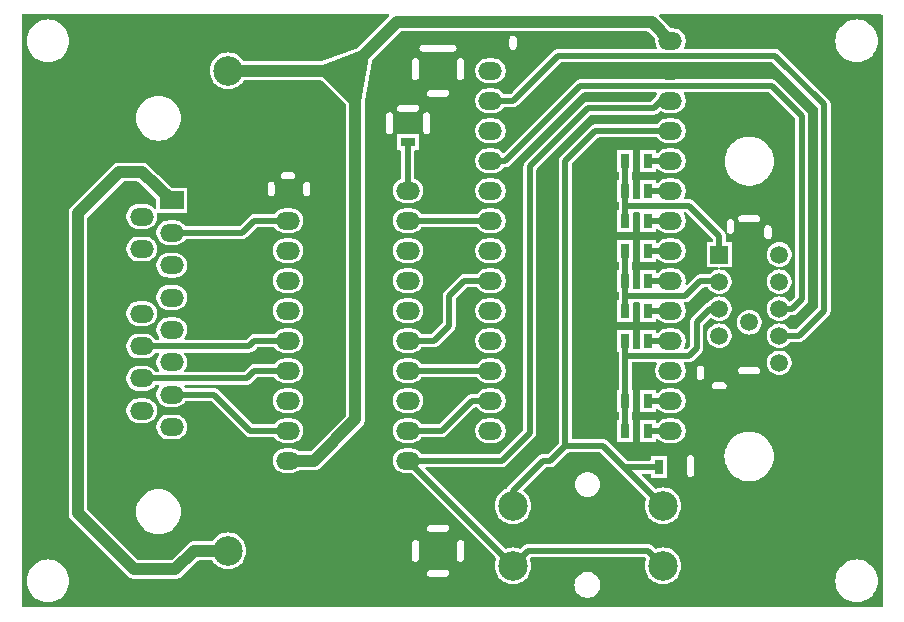
<source format=gbr>
G04 --- HEADER BEGIN --- *
%TF.GenerationSoftware,LibrePCB,LibrePCB,0.1.3*%
%TF.CreationDate,2020-04-15T18:42:34*%
%TF.ProjectId,Apple 2c VGA - default,6ee0dbe1-6aad-4263-9a0f-7c091fb3c0df,v1.1*%
%TF.Part,Single*%
%FSLAX66Y66*%
%MOMM*%
G01*
G74*
G04 --- HEADER END --- *
G04 --- APERTURE LIST BEGIN --- *
%ADD10C,2.5*%
%ADD11R,0.75X1.25*%
%ADD12R,1.25X0.75*%
%ADD13O,2.0X1.5*%
%ADD14C,1.5*%
%ADD15R,1.5X1.5*%
%ADD16R,2.0X1.5*%
%ADD17C,0.5*%
%ADD18C,1.0*%
%ADD19C,0.0*%
G04 --- APERTURE LIST END --- *
G04 --- BOARD BEGIN --- *
D10*
X17780000Y45720000D03*
X35560000Y45720000D03*
X35560000Y5080000D03*
X17780000Y5080000D03*
D11*
X53362500Y27940000D03*
X51412500Y27940000D03*
D12*
X33020000Y39665000D03*
X33020000Y41615000D03*
D13*
X22860000Y12700000D03*
X33020000Y20320000D03*
X22860000Y35560000D03*
X33020000Y33020000D03*
X33020000Y25400000D03*
X22860000Y33020000D03*
X22860000Y25400000D03*
X33020000Y35560000D03*
X33020000Y30480000D03*
X22860000Y30480000D03*
X33020000Y27940000D03*
X33020000Y15240000D03*
X22860000Y17780000D03*
X33020000Y12700000D03*
X22860000Y22860000D03*
X22860000Y20320000D03*
X22860000Y27940000D03*
X22860000Y15240000D03*
X33020000Y22860000D03*
X33020000Y17780000D03*
D11*
X53362500Y25400000D03*
X51412500Y25400000D03*
X53362500Y30480000D03*
X51412500Y30480000D03*
D14*
X64452500Y30145000D03*
X64452500Y27855000D03*
X64452500Y20985000D03*
X61912500Y26710000D03*
X64452500Y23275000D03*
D15*
X59372500Y30145000D03*
D14*
X59372500Y23275000D03*
X59372500Y25565000D03*
X59372500Y20985000D03*
X61912500Y22130000D03*
X61912500Y24420000D03*
X61912500Y29000000D03*
X61912500Y31290000D03*
X59372500Y27855000D03*
X64452500Y25565000D03*
D11*
X53362500Y35560000D03*
X51412500Y35560000D03*
X53362500Y17780000D03*
X51412500Y17780000D03*
D16*
X13017500Y34737500D03*
D13*
X13017500Y18297500D03*
X10477500Y16927500D03*
X13017500Y23777500D03*
X10477500Y22407500D03*
X13017500Y26517500D03*
X13017500Y15557500D03*
X10477500Y33367500D03*
X10477500Y27887500D03*
X13017500Y31997500D03*
X10477500Y19667500D03*
X10477500Y25147500D03*
X13017500Y21037500D03*
X13017500Y29257500D03*
X10477500Y30627500D03*
D11*
X54249391Y12153455D03*
X56199391Y12153455D03*
D10*
X41910000Y8890000D03*
X54610000Y3810000D03*
X41910000Y3810000D03*
X54610000Y8890000D03*
D11*
X53362500Y22860000D03*
X51412500Y22860000D03*
D13*
X55245000Y35560000D03*
X40005000Y43180000D03*
D16*
X40005000Y48260000D03*
D13*
X40005000Y27940000D03*
X40005000Y30480000D03*
X55245000Y22860000D03*
X55245000Y30480000D03*
X40005000Y40640000D03*
X55245000Y38100000D03*
X40005000Y20320000D03*
X55245000Y20320000D03*
X40005000Y38100000D03*
X40005000Y25400000D03*
X40005000Y22860000D03*
X55245000Y40640000D03*
X40005000Y33020000D03*
X55245000Y43180000D03*
X55245000Y15240000D03*
X55245000Y33020000D03*
X40005000Y45720000D03*
X40005000Y17780000D03*
X55245000Y48260000D03*
X55245000Y27940000D03*
X55245000Y25400000D03*
X55245000Y45720000D03*
X40005000Y35560000D03*
X40005000Y15240000D03*
X55245000Y17780000D03*
D11*
X53362500Y15240000D03*
X51412500Y15240000D03*
X53362500Y38100000D03*
X51412500Y38100000D03*
X53362500Y33020000D03*
X51412500Y33020000D03*
D17*
X53362500Y25400000D02*
X53340000Y25400000D01*
X55245000Y25400000D02*
X53340000Y25400000D01*
X35877500Y15240000D02*
X38417500Y17780000D01*
X33020000Y15240000D02*
X35877500Y15240000D01*
X40005000Y17780000D02*
X38417500Y17780000D01*
X33020000Y39665000D02*
X33020000Y39370000D01*
X33020000Y35560000D02*
X33020000Y39370000D01*
X10477500Y19667500D02*
X19350000Y19667500D01*
X19350000Y19667500D02*
X20002500Y20320000D01*
X22860000Y20320000D02*
X20002500Y20320000D01*
X55245000Y27940000D02*
X53362500Y27940000D01*
X18980000Y31997500D02*
X20002500Y33020000D01*
X22860000Y33020000D02*
X20002500Y33020000D01*
X13017500Y31997500D02*
X18980000Y31997500D01*
X63817500Y44450000D02*
X61277500Y44450000D01*
X40005000Y38100000D02*
X41275000Y38100000D01*
X41275000Y38100000D02*
X47625000Y44450000D01*
X66357500Y26352500D02*
X66357500Y41910000D01*
X66357500Y41910000D02*
X63817500Y44450000D01*
X65570000Y25565000D02*
X66357500Y26352500D01*
X64452500Y25565000D02*
X65570000Y25565000D01*
X47625000Y44450000D02*
X61436250Y44450000D01*
X61277500Y44450000D02*
X61436250Y44450000D01*
X51435000Y12065000D02*
X54610000Y8890000D01*
X54249391Y12153455D02*
X51435000Y12153455D01*
X44450000Y12700000D02*
X41910000Y10160000D01*
X48895000Y40640000D02*
X46355000Y38100000D01*
X51435000Y12153455D02*
X51435000Y12065000D01*
X46355000Y38100000D02*
X46355000Y13970000D01*
X41910000Y8890000D02*
X41910000Y10160000D01*
X45085000Y12700000D02*
X44450000Y12700000D01*
X49530000Y13970000D02*
X46355000Y13970000D01*
X45085000Y12700000D02*
X46355000Y13970000D01*
X51435000Y12065000D02*
X49530000Y13970000D01*
X55245000Y40640000D02*
X48895000Y40640000D01*
X16627500Y18297500D02*
X19685000Y15240000D01*
X22860000Y15240000D02*
X19685000Y15240000D01*
X13017500Y18297500D02*
X16627500Y18297500D01*
X55245000Y22860000D02*
X53362500Y22860000D01*
X55245000Y15240000D02*
X53362500Y15240000D01*
X55245000Y35560000D02*
X53362500Y35560000D01*
X51435000Y34290000D02*
X56832500Y34290000D01*
X56832500Y34290000D02*
X59372500Y31750000D01*
X51435000Y34290000D02*
X51412500Y35560000D01*
X59372500Y31750000D02*
X59372500Y30162500D01*
X51412500Y33020000D02*
X51435000Y33020000D01*
X51435000Y34290000D02*
X51435000Y33020000D01*
X51412500Y38100000D02*
X51435000Y38100000D01*
X51412500Y35560000D02*
X51435000Y38100000D01*
X59372500Y30145000D02*
X59372500Y30162500D01*
X55245000Y17780000D02*
X53362500Y17780000D01*
X40005000Y33020000D02*
X33020000Y33020000D01*
D18*
X13335000Y3492500D02*
X9842500Y3492500D01*
X13017500Y34737500D02*
X10477500Y37147500D01*
X8572500Y37147500D02*
X10477500Y37147500D01*
X14922500Y5080000D02*
X13335000Y3492500D01*
X5080000Y33655000D02*
X8572500Y37147500D01*
X9842500Y3492500D02*
X5080000Y8255000D01*
X5080000Y8255000D02*
X5080000Y33655000D01*
X17780000Y5080000D02*
X14922500Y5080000D01*
D17*
X40005000Y20320000D02*
X33020000Y20320000D01*
X36512500Y26670000D02*
X37782500Y27940000D01*
X33020000Y22860000D02*
X35242500Y22860000D01*
X40005000Y27940000D02*
X37782500Y27940000D01*
X36512500Y24130000D02*
X36512500Y26670000D01*
X35242500Y22860000D02*
X36512500Y24130000D01*
X68262500Y42862500D02*
X64135000Y46990000D01*
X45720000Y46990000D02*
X61436250Y46990000D01*
X64135000Y46990000D02*
X61595000Y46990000D01*
X68262500Y25400000D02*
X68262500Y42862500D01*
X64452500Y23275000D02*
X66137500Y23275000D01*
X40005000Y43180000D02*
X41910000Y43180000D01*
X41910000Y43180000D02*
X45720000Y46990000D01*
X66137500Y23275000D02*
X68262500Y25400000D01*
X61595000Y46990000D02*
X61436250Y46990000D01*
X43338750Y15081250D02*
X40957500Y12700000D01*
X54451250Y43180000D02*
X53816250Y42545000D01*
X41910000Y3810000D02*
X43180000Y5080000D01*
X55245000Y43180000D02*
X54451250Y43180000D01*
X53340000Y5080000D02*
X52070000Y5080000D01*
X40957500Y12700000D02*
X39846250Y12700000D01*
X53816250Y42545000D02*
X48260000Y42545000D01*
X43338750Y37623750D02*
X43338750Y15081250D01*
X54610000Y3810000D02*
X53340000Y5080000D01*
X43180000Y5080000D02*
X52070000Y5080000D01*
X41910000Y3810000D02*
X33020000Y12700000D01*
X39846250Y12700000D02*
X33020000Y12700000D01*
X48260000Y42545000D02*
X43338750Y37623750D01*
X22860000Y22860000D02*
X20002500Y22860000D01*
X10477500Y22407500D02*
X19550000Y22407500D01*
X19550000Y22407500D02*
X20002500Y22860000D01*
X51435000Y15240000D02*
X51412500Y17780000D01*
X58585000Y25565000D02*
X57467500Y24447500D01*
X57467500Y24447500D02*
X57467500Y22225000D01*
X51435000Y21590000D02*
X56515000Y21590000D01*
X51435000Y21590000D02*
X51412500Y17780000D01*
X51435000Y21590000D02*
X51435000Y22860000D01*
X59372500Y25565000D02*
X58585000Y25565000D01*
X51412500Y22860000D02*
X51435000Y22860000D01*
X51412500Y15240000D02*
X51435000Y15240000D01*
X57467500Y22225000D02*
X56832500Y21590000D01*
X56832500Y21590000D02*
X56515000Y21590000D01*
X56515000Y26670000D02*
X57785000Y27940000D01*
X51412500Y30480000D02*
X51435000Y30480000D01*
X57785000Y27940000D02*
X59372500Y27940000D01*
X59372500Y27855000D02*
X59372500Y27940000D01*
X51412500Y27940000D02*
X51435000Y30480000D01*
X51435000Y26670000D02*
X51435000Y27940000D01*
X51435000Y26670000D02*
X51412500Y25400000D01*
X51412500Y27940000D02*
X51435000Y27940000D01*
X51435000Y26670000D02*
X56515000Y26670000D01*
D18*
X25082500Y12700000D02*
X28575000Y16192500D01*
X28575000Y44450000D02*
X28575000Y45720000D01*
X55245000Y48260000D02*
X53657500Y49847500D01*
X32067500Y49847500D02*
X29210000Y46990000D01*
X26035000Y45720000D02*
X28575000Y43180000D01*
X22860000Y12700000D02*
X25082500Y12700000D01*
X53657500Y49847500D02*
X32067500Y49847500D01*
X29210000Y46990000D02*
X28575000Y46355000D01*
X28575000Y46355000D02*
X29210000Y46990000D01*
X29210000Y46990000D02*
X25876250Y45720000D01*
X25876250Y45720000D02*
X27305000Y45720000D01*
X17780000Y45720000D02*
X25876250Y45720000D01*
X28575000Y45720000D02*
X27940000Y46355000D01*
X27305000Y45720000D02*
X28575000Y44450000D01*
X25876250Y45720000D02*
X26035000Y45720000D01*
X28575000Y43180000D02*
X28575000Y16192500D01*
X27940000Y46355000D02*
X28575000Y46355000D01*
X29210000Y46990000D02*
X28575000Y43180000D01*
D17*
X55245000Y33020000D02*
X53362500Y33020000D01*
X55245000Y38100000D02*
X53362500Y38100000D01*
X55245000Y30480000D02*
X53362500Y30480000D01*
D19*
G36*
X73159327Y319500D02*
X73200000Y400000D01*
X73200000Y50400000D01*
X73180500Y50459327D01*
X73100000Y50500000D01*
X54377793Y50500000D01*
X54318466Y50480500D01*
X54282276Y50429605D01*
X54283338Y50367164D01*
X54307082Y50329289D01*
X55297082Y49339289D01*
X55367793Y49310000D01*
X55492689Y49310000D01*
X55497305Y49309786D01*
X55683331Y49292548D01*
X55692380Y49290856D01*
X55869862Y49240359D01*
X55878436Y49237037D01*
X56043617Y49154787D01*
X56051441Y49149943D01*
X56198686Y49038748D01*
X56205496Y49032540D01*
X56329804Y48896181D01*
X56335352Y48888835D01*
X56432489Y48731953D01*
X56436591Y48723715D01*
X56503243Y48551663D01*
X56505767Y48542795D01*
X56539671Y48361425D01*
X56540520Y48352260D01*
X56540520Y48167739D01*
X56539671Y48158574D01*
X56505767Y47977204D01*
X56503243Y47968336D01*
X56436591Y47796284D01*
X56432489Y47788046D01*
X56373418Y47692643D01*
X56358766Y47631936D01*
X56382986Y47574375D01*
X56458440Y47540000D01*
X64131719Y47540000D01*
X64138256Y47539571D01*
X64270851Y47522115D01*
X64283404Y47518751D01*
X64407463Y47467363D01*
X64413786Y47463408D01*
X64521322Y47380893D01*
X64526215Y47376602D01*
X68649096Y43253721D01*
X68653402Y43248810D01*
X68734821Y43142702D01*
X68741322Y43131443D01*
X68775686Y43048481D01*
X68791250Y43010907D01*
X68794615Y42998348D01*
X68812071Y42865756D01*
X68812500Y42859219D01*
X68812500Y25403281D01*
X68812071Y25396744D01*
X68794615Y25264148D01*
X68791251Y25251595D01*
X68768206Y25195959D01*
X68741320Y25131050D01*
X68734824Y25119799D01*
X68653402Y25013689D01*
X68649096Y25008778D01*
X66528722Y22888404D01*
X66523811Y22884098D01*
X66417703Y22802678D01*
X66406444Y22796177D01*
X66326632Y22763118D01*
X66285903Y22746247D01*
X66273356Y22742885D01*
X66156241Y22727467D01*
X66140740Y22725426D01*
X66134231Y22725000D01*
X65397365Y22725000D01*
X65338038Y22705500D01*
X65312343Y22677643D01*
X65292852Y22646164D01*
X65287304Y22638818D01*
X65162996Y22502459D01*
X65156186Y22496251D01*
X65008940Y22385056D01*
X65001117Y22380212D01*
X64835941Y22297965D01*
X64827359Y22294640D01*
X64649881Y22244143D01*
X64640832Y22242451D01*
X64501850Y22229573D01*
X64451511Y22207697D01*
X64442628Y22217338D01*
X64403150Y22229573D01*
X64264168Y22242451D01*
X64255119Y22244143D01*
X64077637Y22294640D01*
X64069063Y22297962D01*
X63903882Y22380212D01*
X63896058Y22385056D01*
X63748813Y22496251D01*
X63742003Y22502459D01*
X63617695Y22638818D01*
X63612147Y22646164D01*
X63515010Y22803046D01*
X63510908Y22811284D01*
X63444256Y22983336D01*
X63441732Y22992204D01*
X63407828Y23173574D01*
X63406979Y23182739D01*
X63406979Y23367260D01*
X63407828Y23376425D01*
X63441732Y23557795D01*
X63444256Y23566663D01*
X63510908Y23738715D01*
X63515010Y23746953D01*
X63612147Y23903835D01*
X63617695Y23911181D01*
X63742003Y24047540D01*
X63748813Y24053748D01*
X63896059Y24164943D01*
X63903882Y24169787D01*
X64069058Y24252034D01*
X64077640Y24255359D01*
X64255118Y24305856D01*
X64264167Y24307548D01*
X64403150Y24320427D01*
X64453489Y24342304D01*
X64462372Y24332663D01*
X64501850Y24320427D01*
X64640831Y24307548D01*
X64649880Y24305856D01*
X64827362Y24255359D01*
X64835936Y24252037D01*
X65001117Y24169787D01*
X65008941Y24164943D01*
X65156186Y24053748D01*
X65162996Y24047540D01*
X65287304Y23911181D01*
X65292852Y23903836D01*
X65312342Y23872357D01*
X65360153Y23832181D01*
X65397364Y23825000D01*
X65868260Y23825000D01*
X65938971Y23854289D01*
X67683211Y25598529D01*
X67712500Y25669240D01*
X67712500Y42593261D01*
X67683211Y42663972D01*
X63936472Y46410711D01*
X63865761Y46440000D01*
X45989240Y46440000D01*
X45918529Y46410711D01*
X42301222Y42793404D01*
X42296311Y42789098D01*
X42190203Y42707678D01*
X42178946Y42701179D01*
X42085011Y42662269D01*
X42058399Y42651246D01*
X42045858Y42647885D01*
X41928741Y42632467D01*
X41913240Y42630426D01*
X41906731Y42630000D01*
X41199865Y42630000D01*
X41140538Y42610500D01*
X41114843Y42582643D01*
X41095352Y42551164D01*
X41089804Y42543818D01*
X40965496Y42407459D01*
X40958686Y42401251D01*
X40811440Y42290056D01*
X40803617Y42285212D01*
X40638441Y42202965D01*
X40629859Y42199640D01*
X40452381Y42149143D01*
X40443332Y42147451D01*
X40257305Y42130214D01*
X40252689Y42130000D01*
X39757311Y42130000D01*
X39752695Y42130214D01*
X39566668Y42147451D01*
X39557619Y42149143D01*
X39380137Y42199640D01*
X39371563Y42202962D01*
X39206382Y42285212D01*
X39198558Y42290056D01*
X39051313Y42401251D01*
X39044503Y42407459D01*
X38920195Y42543818D01*
X38914647Y42551164D01*
X38817510Y42708046D01*
X38813408Y42716284D01*
X38746756Y42888336D01*
X38744232Y42897204D01*
X38710328Y43078574D01*
X38709479Y43087739D01*
X38709479Y43272260D01*
X38710328Y43281425D01*
X38744232Y43462795D01*
X38746756Y43471663D01*
X38813408Y43643715D01*
X38817510Y43651953D01*
X38914647Y43808835D01*
X38920195Y43816181D01*
X39044503Y43952540D01*
X39051313Y43958748D01*
X39198559Y44069943D01*
X39206382Y44074787D01*
X39371558Y44157034D01*
X39380140Y44160359D01*
X39557618Y44210856D01*
X39566667Y44212548D01*
X39752695Y44229786D01*
X39757311Y44230000D01*
X39757311Y44230000D01*
X39757311Y44670000D01*
X39752695Y44670214D01*
X39566668Y44687451D01*
X39557619Y44689143D01*
X39380137Y44739640D01*
X39371563Y44742962D01*
X39206382Y44825212D01*
X39198558Y44830056D01*
X39051313Y44941251D01*
X39044503Y44947459D01*
X38920195Y45083818D01*
X38914647Y45091164D01*
X38817510Y45248046D01*
X38813408Y45256284D01*
X38746756Y45428336D01*
X38744232Y45437204D01*
X38710328Y45618574D01*
X38709479Y45627739D01*
X38709479Y45812260D01*
X38710328Y45821425D01*
X38744232Y46002795D01*
X38746756Y46011663D01*
X38813408Y46183715D01*
X38817510Y46191953D01*
X38914647Y46348835D01*
X38920195Y46356181D01*
X39044503Y46492540D01*
X39051313Y46498748D01*
X39198559Y46609943D01*
X39206382Y46614787D01*
X39371558Y46697034D01*
X39380140Y46700359D01*
X39557618Y46750856D01*
X39566667Y46752548D01*
X39752695Y46769786D01*
X39757311Y46770000D01*
X40252689Y46770000D01*
X40257305Y46769786D01*
X40443331Y46752548D01*
X40452380Y46750856D01*
X40629862Y46700359D01*
X40638436Y46697037D01*
X40803617Y46614787D01*
X40811441Y46609943D01*
X40958686Y46498748D01*
X40965496Y46492540D01*
X41089804Y46356181D01*
X41095352Y46348835D01*
X41192489Y46191953D01*
X41196591Y46183715D01*
X41263243Y46011663D01*
X41265767Y46002795D01*
X41299671Y45821425D01*
X41300520Y45812260D01*
X41300520Y45627739D01*
X41299671Y45618574D01*
X41265767Y45437204D01*
X41263243Y45428336D01*
X41196591Y45256284D01*
X41192489Y45248046D01*
X41095352Y45091164D01*
X41089804Y45083818D01*
X40965496Y44947459D01*
X40958686Y44941251D01*
X40811440Y44830056D01*
X40803617Y44825212D01*
X40638441Y44742965D01*
X40629859Y44739640D01*
X40452381Y44689143D01*
X40443332Y44687451D01*
X40257305Y44670214D01*
X40252689Y44670000D01*
X39757311Y44670000D01*
X39757311Y44230000D01*
X40252689Y44230000D01*
X40257305Y44229786D01*
X40443331Y44212548D01*
X40452380Y44210856D01*
X40629862Y44160359D01*
X40638436Y44157037D01*
X40803617Y44074787D01*
X40811441Y44069943D01*
X40958686Y43958748D01*
X40965496Y43952540D01*
X41089804Y43816181D01*
X41095352Y43808836D01*
X41114842Y43777357D01*
X41162653Y43737181D01*
X41199864Y43730000D01*
X41640760Y43730000D01*
X41711471Y43759289D01*
X41904291Y43952109D01*
X41904291Y47483776D01*
X41895502Y47484582D01*
X41801747Y47501916D01*
X41784907Y47508363D01*
X41707469Y47555680D01*
X41694048Y47567723D01*
X41639480Y47638520D01*
X41630579Y47657099D01*
X41601391Y47777990D01*
X41600000Y47789676D01*
X41600000Y48414178D01*
X41600832Y48423248D01*
X41618166Y48517003D01*
X41624613Y48533843D01*
X41671930Y48611281D01*
X41683973Y48624702D01*
X41754770Y48679270D01*
X41773349Y48688171D01*
X41894240Y48717359D01*
X41905709Y48718724D01*
X41914498Y48717918D01*
X42008253Y48700584D01*
X42025093Y48694137D01*
X42102531Y48646820D01*
X42115952Y48634777D01*
X42170520Y48563980D01*
X42179421Y48545401D01*
X42208609Y48424510D01*
X42210000Y48412824D01*
X42210000Y47788322D01*
X42209168Y47779252D01*
X42191834Y47685497D01*
X42185387Y47668657D01*
X42138070Y47591219D01*
X42126027Y47577798D01*
X42055230Y47523230D01*
X42036651Y47514329D01*
X41915760Y47485141D01*
X41904291Y47483776D01*
X41904291Y43952109D01*
X45328778Y47376596D01*
X45333689Y47380902D01*
X45439796Y47462321D01*
X45451055Y47468822D01*
X45497626Y47488112D01*
X45571592Y47518750D01*
X45584151Y47522115D01*
X45716744Y47539571D01*
X45723281Y47540000D01*
X54031559Y47540000D01*
X54090886Y47559500D01*
X54127076Y47610395D01*
X54116581Y47692643D01*
X54057510Y47788046D01*
X54053408Y47796284D01*
X53986756Y47968336D01*
X53984232Y47977204D01*
X53950328Y48158574D01*
X53949479Y48167739D01*
X53949479Y48352259D01*
X53950328Y48361420D01*
X53950387Y48361735D01*
X53950369Y48361866D01*
X53950755Y48366026D01*
X53949802Y48366114D01*
X53942125Y48423636D01*
X53922802Y48450827D01*
X53355418Y49018211D01*
X53284707Y49047500D01*
X32440292Y49047500D01*
X32369581Y49018211D01*
X29979627Y46628257D01*
X29951699Y46573986D01*
X29376361Y43121957D01*
X29375000Y43105517D01*
X29375000Y16195122D01*
X29374726Y16189893D01*
X29368709Y16132651D01*
X29368298Y16127430D01*
X29365424Y16072590D01*
X29363793Y16062288D01*
X29361751Y16054669D01*
X29358891Y16039236D01*
X29358067Y16031390D01*
X29355897Y16021180D01*
X29338923Y15968939D01*
X29337437Y15963921D01*
X29323223Y15910874D01*
X29319484Y15901136D01*
X29315903Y15894108D01*
X29309895Y15879604D01*
X29307456Y15872097D01*
X29303215Y15862571D01*
X29275746Y15814993D01*
X29273249Y15810393D01*
X29248316Y15761461D01*
X29242635Y15752711D01*
X29237666Y15746575D01*
X29228783Y15733650D01*
X29224835Y15726812D01*
X29218708Y15718379D01*
X29181959Y15677566D01*
X29178558Y15673583D01*
X29142342Y15628859D01*
X29138833Y15624962D01*
X25650035Y12136164D01*
X25646148Y12132665D01*
X25601437Y12096459D01*
X25597454Y12093058D01*
X25556621Y12056292D01*
X25548194Y12050170D01*
X25541353Y12046220D01*
X25528417Y12037329D01*
X25522286Y12032364D01*
X25513533Y12026679D01*
X25464601Y12001747D01*
X25460000Y11999250D01*
X25412427Y11971784D01*
X25402902Y11967543D01*
X25395392Y11965103D01*
X25380887Y11959095D01*
X25373858Y11955513D01*
X25364139Y11951783D01*
X25311109Y11937573D01*
X25306090Y11936086D01*
X25253814Y11919101D01*
X25243617Y11916933D01*
X25235749Y11916106D01*
X25220331Y11913248D01*
X25212712Y11911207D01*
X25202412Y11909576D01*
X25147574Y11906702D01*
X25142354Y11906291D01*
X25085109Y11900274D01*
X25079877Y11900000D01*
X23819062Y11900000D01*
X23758799Y11879802D01*
X23666440Y11810056D01*
X23658617Y11805212D01*
X23493441Y11722965D01*
X23484859Y11719640D01*
X23307381Y11669143D01*
X23298332Y11667451D01*
X23112305Y11650214D01*
X23107689Y11650000D01*
X22612311Y11650000D01*
X22607695Y11650214D01*
X22421668Y11667451D01*
X22412619Y11669143D01*
X22235137Y11719640D01*
X22226563Y11722962D01*
X22061382Y11805212D01*
X22053558Y11810056D01*
X21906313Y11921251D01*
X21899503Y11927459D01*
X21775195Y12063818D01*
X21769647Y12071164D01*
X21672510Y12228046D01*
X21668408Y12236284D01*
X21601756Y12408336D01*
X21599232Y12417204D01*
X21565328Y12598574D01*
X21564479Y12607739D01*
X21564479Y12792260D01*
X21565328Y12801425D01*
X21599232Y12982795D01*
X21601756Y12991663D01*
X21668408Y13163715D01*
X21672510Y13171953D01*
X21769647Y13328835D01*
X21775195Y13336181D01*
X21899503Y13472540D01*
X21906313Y13478748D01*
X22053559Y13589943D01*
X22061382Y13594787D01*
X22226558Y13677034D01*
X22235140Y13680359D01*
X22412618Y13730856D01*
X22421667Y13732548D01*
X22607695Y13749786D01*
X22612311Y13750000D01*
X22612311Y13750000D01*
X22612311Y14190000D01*
X22607695Y14190214D01*
X22421668Y14207451D01*
X22412619Y14209143D01*
X22235137Y14259640D01*
X22226563Y14262962D01*
X22061382Y14345212D01*
X22053558Y14350056D01*
X21906313Y14461251D01*
X21899503Y14467459D01*
X21775195Y14603818D01*
X21769647Y14611164D01*
X21750156Y14642643D01*
X21702344Y14682819D01*
X21665134Y14690000D01*
X19688269Y14690000D01*
X19681760Y14690426D01*
X19666259Y14692467D01*
X19549148Y14707884D01*
X19536591Y14711250D01*
X19487704Y14731500D01*
X19487702Y14731501D01*
X19416052Y14761179D01*
X19404800Y14767675D01*
X19298688Y14849099D01*
X19293776Y14853406D01*
X16428971Y17718211D01*
X16358260Y17747500D01*
X14212365Y17747500D01*
X14153038Y17728000D01*
X14127343Y17700143D01*
X14107852Y17668664D01*
X14102304Y17661318D01*
X13977996Y17524959D01*
X13971186Y17518751D01*
X13823940Y17407556D01*
X13816117Y17402712D01*
X13650941Y17320465D01*
X13642359Y17317140D01*
X13464881Y17266643D01*
X13455832Y17264951D01*
X13269805Y17247714D01*
X13265189Y17247500D01*
X12769811Y17247500D01*
X12765195Y17247714D01*
X12579168Y17264951D01*
X12570119Y17266643D01*
X12392637Y17317140D01*
X12384063Y17320462D01*
X12218882Y17402712D01*
X12211058Y17407556D01*
X12063813Y17518751D01*
X12057003Y17524959D01*
X11932695Y17661318D01*
X11927147Y17668664D01*
X11830010Y17825546D01*
X11825908Y17833784D01*
X11759256Y18005836D01*
X11756732Y18014704D01*
X11722828Y18196074D01*
X11721979Y18205239D01*
X11721979Y18389760D01*
X11722828Y18398925D01*
X11756732Y18580295D01*
X11759256Y18589163D01*
X11825908Y18761215D01*
X11830010Y18769453D01*
X11927147Y18926335D01*
X11932695Y18933681D01*
X11947690Y18950131D01*
X11973247Y19007112D01*
X11960015Y19068144D01*
X11913155Y19109425D01*
X11873788Y19117500D01*
X11672365Y19117500D01*
X11613038Y19098000D01*
X11587343Y19070143D01*
X11567852Y19038664D01*
X11562304Y19031318D01*
X11437996Y18894959D01*
X11431186Y18888751D01*
X11283940Y18777556D01*
X11276117Y18772712D01*
X11110941Y18690465D01*
X11102359Y18687140D01*
X10924881Y18636643D01*
X10915832Y18634951D01*
X10729805Y18617714D01*
X10725189Y18617500D01*
X10229811Y18617500D01*
X10225195Y18617714D01*
X10039168Y18634951D01*
X10030119Y18636643D01*
X9852637Y18687140D01*
X9844063Y18690462D01*
X9678882Y18772712D01*
X9671058Y18777556D01*
X9523813Y18888751D01*
X9517003Y18894959D01*
X9392695Y19031318D01*
X9387147Y19038664D01*
X9290010Y19195546D01*
X9285908Y19203784D01*
X9219256Y19375836D01*
X9216732Y19384704D01*
X9182828Y19566074D01*
X9181979Y19575239D01*
X9181979Y19759760D01*
X9182828Y19768925D01*
X9216732Y19950295D01*
X9219256Y19959163D01*
X9285908Y20131215D01*
X9290010Y20139453D01*
X9387147Y20296335D01*
X9392695Y20303681D01*
X9517003Y20440040D01*
X9523813Y20446248D01*
X9671059Y20557443D01*
X9678882Y20562287D01*
X9844058Y20644534D01*
X9852640Y20647859D01*
X10030118Y20698356D01*
X10039167Y20700048D01*
X10225195Y20717286D01*
X10229811Y20717500D01*
X10725189Y20717500D01*
X10729805Y20717286D01*
X10915831Y20700048D01*
X10924880Y20698356D01*
X11102362Y20647859D01*
X11110936Y20644537D01*
X11276117Y20562287D01*
X11283941Y20557443D01*
X11431186Y20446248D01*
X11437996Y20440040D01*
X11562304Y20303681D01*
X11567852Y20296336D01*
X11587342Y20264857D01*
X11635153Y20224681D01*
X11672364Y20217500D01*
X11873788Y20217500D01*
X11933115Y20237000D01*
X11969305Y20287895D01*
X11968243Y20350336D01*
X11947688Y20384871D01*
X11932695Y20401318D01*
X11927147Y20408664D01*
X11830010Y20565546D01*
X11825908Y20573784D01*
X11759256Y20745836D01*
X11756732Y20754704D01*
X11722828Y20936074D01*
X11721979Y20945239D01*
X11721979Y21129760D01*
X11722828Y21138925D01*
X11756732Y21320295D01*
X11759256Y21329163D01*
X11825908Y21501215D01*
X11830010Y21509453D01*
X11927147Y21666335D01*
X11932695Y21673681D01*
X11947690Y21690131D01*
X11973247Y21747112D01*
X11960015Y21808144D01*
X11913155Y21849425D01*
X11873788Y21857500D01*
X11672365Y21857500D01*
X11613038Y21838000D01*
X11587343Y21810143D01*
X11567852Y21778664D01*
X11562304Y21771318D01*
X11437996Y21634959D01*
X11431186Y21628751D01*
X11283940Y21517556D01*
X11276117Y21512712D01*
X11110941Y21430465D01*
X11102359Y21427140D01*
X10924881Y21376643D01*
X10915832Y21374951D01*
X10729805Y21357714D01*
X10725189Y21357500D01*
X10229811Y21357500D01*
X10225195Y21357714D01*
X10039168Y21374951D01*
X10030119Y21376643D01*
X9852637Y21427140D01*
X9844063Y21430462D01*
X9678882Y21512712D01*
X9671058Y21517556D01*
X9523813Y21628751D01*
X9517003Y21634959D01*
X9392695Y21771318D01*
X9387147Y21778664D01*
X9290010Y21935546D01*
X9285908Y21943784D01*
X9219256Y22115836D01*
X9216732Y22124704D01*
X9182828Y22306074D01*
X9181979Y22315239D01*
X9181979Y22499760D01*
X9182828Y22508925D01*
X9216732Y22690295D01*
X9219256Y22699163D01*
X9285908Y22871215D01*
X9290010Y22879453D01*
X9387147Y23036335D01*
X9392695Y23043681D01*
X9517003Y23180040D01*
X9523813Y23186248D01*
X9671059Y23297443D01*
X9678882Y23302287D01*
X9844058Y23384534D01*
X9852640Y23387859D01*
X10030118Y23438356D01*
X10039167Y23440048D01*
X10225195Y23457286D01*
X10229811Y23457500D01*
X10229811Y23457500D01*
X10229811Y24097500D01*
X10225195Y24097714D01*
X10039168Y24114951D01*
X10030119Y24116643D01*
X9852637Y24167140D01*
X9844063Y24170462D01*
X9678882Y24252712D01*
X9671058Y24257556D01*
X9523813Y24368751D01*
X9517003Y24374959D01*
X9392695Y24511318D01*
X9387147Y24518664D01*
X9290010Y24675546D01*
X9285908Y24683784D01*
X9219256Y24855836D01*
X9216732Y24864704D01*
X9182828Y25046074D01*
X9181979Y25055239D01*
X9181979Y25239760D01*
X9182828Y25248925D01*
X9216732Y25430295D01*
X9219256Y25439163D01*
X9285908Y25611215D01*
X9290010Y25619453D01*
X9387147Y25776335D01*
X9392695Y25783681D01*
X9517003Y25920040D01*
X9523813Y25926248D01*
X9671059Y26037443D01*
X9678882Y26042287D01*
X9844058Y26124534D01*
X9852640Y26127859D01*
X10030118Y26178356D01*
X10039167Y26180048D01*
X10225195Y26197286D01*
X10229811Y26197500D01*
X10229811Y26197500D01*
X10229811Y29577500D01*
X10225195Y29577714D01*
X10039168Y29594951D01*
X10030119Y29596643D01*
X9852637Y29647140D01*
X9844063Y29650462D01*
X9678882Y29732712D01*
X9671058Y29737556D01*
X9523813Y29848751D01*
X9517003Y29854959D01*
X9392695Y29991318D01*
X9387147Y29998664D01*
X9290010Y30155546D01*
X9285908Y30163784D01*
X9219256Y30335836D01*
X9216732Y30344704D01*
X9182828Y30526074D01*
X9181979Y30535239D01*
X9181979Y30719760D01*
X9182828Y30728925D01*
X9216732Y30910295D01*
X9219256Y30919163D01*
X9285908Y31091215D01*
X9290010Y31099453D01*
X9387147Y31256335D01*
X9392695Y31263681D01*
X9517003Y31400040D01*
X9523813Y31406248D01*
X9671059Y31517443D01*
X9678882Y31522287D01*
X9844058Y31604534D01*
X9852640Y31607859D01*
X10030118Y31658356D01*
X10039167Y31660048D01*
X10225195Y31677286D01*
X10229811Y31677500D01*
X10725189Y31677500D01*
X10729805Y31677286D01*
X10915831Y31660048D01*
X10924880Y31658356D01*
X11102362Y31607859D01*
X11110936Y31604537D01*
X11276117Y31522287D01*
X11283941Y31517443D01*
X11431186Y31406248D01*
X11437996Y31400040D01*
X11562304Y31263681D01*
X11567852Y31256335D01*
X11664989Y31099453D01*
X11669091Y31091215D01*
X11735743Y30919163D01*
X11738267Y30910295D01*
X11772171Y30728925D01*
X11773020Y30719760D01*
X11773020Y30535239D01*
X11772171Y30526074D01*
X11738267Y30344704D01*
X11735743Y30335836D01*
X11669091Y30163784D01*
X11664989Y30155546D01*
X11567852Y29998664D01*
X11562304Y29991318D01*
X11437996Y29854959D01*
X11431186Y29848751D01*
X11283940Y29737556D01*
X11276117Y29732712D01*
X11110941Y29650465D01*
X11102359Y29647140D01*
X10924881Y29596643D01*
X10915832Y29594951D01*
X10729805Y29577714D01*
X10725189Y29577500D01*
X10229811Y29577500D01*
X10229811Y26197500D01*
X10725189Y26197500D01*
X10729805Y26197286D01*
X10915831Y26180048D01*
X10924880Y26178356D01*
X11102362Y26127859D01*
X11110936Y26124537D01*
X11276117Y26042287D01*
X11283941Y26037443D01*
X11431186Y25926248D01*
X11437996Y25920040D01*
X11562304Y25783681D01*
X11567852Y25776335D01*
X11664989Y25619453D01*
X11669091Y25611215D01*
X11735743Y25439163D01*
X11738267Y25430295D01*
X11772171Y25248925D01*
X11773020Y25239760D01*
X11773020Y25055239D01*
X11772171Y25046074D01*
X11738267Y24864704D01*
X11735743Y24855836D01*
X11669091Y24683784D01*
X11664989Y24675546D01*
X11567852Y24518664D01*
X11562304Y24511318D01*
X11437996Y24374959D01*
X11431186Y24368751D01*
X11283940Y24257556D01*
X11276117Y24252712D01*
X11110941Y24170465D01*
X11102359Y24167140D01*
X10924881Y24116643D01*
X10915832Y24114951D01*
X10729805Y24097714D01*
X10725189Y24097500D01*
X10229811Y24097500D01*
X10229811Y23457500D01*
X10725189Y23457500D01*
X10729805Y23457286D01*
X10915831Y23440048D01*
X10924880Y23438356D01*
X11102362Y23387859D01*
X11110936Y23384537D01*
X11276117Y23302287D01*
X11283941Y23297443D01*
X11431186Y23186248D01*
X11437996Y23180040D01*
X11562304Y23043681D01*
X11567852Y23036336D01*
X11587342Y23004857D01*
X11635153Y22964681D01*
X11672364Y22957500D01*
X11873788Y22957500D01*
X11933115Y22977000D01*
X11969305Y23027895D01*
X11968243Y23090336D01*
X11947688Y23124871D01*
X11932695Y23141318D01*
X11927147Y23148664D01*
X11830010Y23305546D01*
X11825908Y23313784D01*
X11759256Y23485836D01*
X11756732Y23494704D01*
X11722828Y23676074D01*
X11721979Y23685239D01*
X11721979Y23869760D01*
X11722828Y23878925D01*
X11756732Y24060295D01*
X11759256Y24069163D01*
X11825908Y24241215D01*
X11830010Y24249453D01*
X11927147Y24406335D01*
X11932695Y24413681D01*
X12057003Y24550040D01*
X12063813Y24556248D01*
X12211059Y24667443D01*
X12218882Y24672287D01*
X12384058Y24754534D01*
X12392640Y24757859D01*
X12570118Y24808356D01*
X12579167Y24810048D01*
X12765195Y24827286D01*
X12769811Y24827500D01*
X12769811Y24827500D01*
X12769811Y25467500D01*
X12765195Y25467714D01*
X12579168Y25484951D01*
X12570119Y25486643D01*
X12392637Y25537140D01*
X12384063Y25540462D01*
X12218882Y25622712D01*
X12211058Y25627556D01*
X12063813Y25738751D01*
X12057003Y25744959D01*
X11932695Y25881318D01*
X11927147Y25888664D01*
X11830010Y26045546D01*
X11825908Y26053784D01*
X11759256Y26225836D01*
X11756732Y26234704D01*
X11722828Y26416074D01*
X11721979Y26425239D01*
X11721979Y26609760D01*
X11722828Y26618925D01*
X11756732Y26800295D01*
X11759256Y26809163D01*
X11825908Y26981215D01*
X11830010Y26989453D01*
X11927147Y27146335D01*
X11932695Y27153681D01*
X12057003Y27290040D01*
X12063813Y27296248D01*
X12211059Y27407443D01*
X12218882Y27412287D01*
X12384058Y27494534D01*
X12392640Y27497859D01*
X12570118Y27548356D01*
X12579167Y27550048D01*
X12765195Y27567286D01*
X12769811Y27567500D01*
X12769811Y27567500D01*
X12769811Y28207500D01*
X12765195Y28207714D01*
X12579168Y28224951D01*
X12570119Y28226643D01*
X12392637Y28277140D01*
X12384063Y28280462D01*
X12218882Y28362712D01*
X12211058Y28367556D01*
X12063813Y28478751D01*
X12057003Y28484959D01*
X11932695Y28621318D01*
X11927147Y28628664D01*
X11830010Y28785546D01*
X11825908Y28793784D01*
X11759256Y28965836D01*
X11756732Y28974704D01*
X11722828Y29156074D01*
X11721979Y29165239D01*
X11721979Y29349760D01*
X11722828Y29358925D01*
X11756732Y29540295D01*
X11759256Y29549163D01*
X11825908Y29721215D01*
X11830010Y29729453D01*
X11927147Y29886335D01*
X11932695Y29893681D01*
X12057003Y30030040D01*
X12063813Y30036248D01*
X12211059Y30147443D01*
X12218882Y30152287D01*
X12384058Y30234534D01*
X12392640Y30237859D01*
X12570118Y30288356D01*
X12579167Y30290048D01*
X12765195Y30307286D01*
X12769811Y30307500D01*
X12769811Y30307500D01*
X12769811Y30947500D01*
X12765195Y30947714D01*
X12579168Y30964951D01*
X12570119Y30966643D01*
X12392637Y31017140D01*
X12384063Y31020462D01*
X12218882Y31102712D01*
X12211058Y31107556D01*
X12063813Y31218751D01*
X12057003Y31224959D01*
X11932695Y31361318D01*
X11927147Y31368664D01*
X11830010Y31525546D01*
X11825908Y31533784D01*
X11759256Y31705836D01*
X11756732Y31714704D01*
X11722828Y31896074D01*
X11721979Y31905239D01*
X11721979Y32089760D01*
X11722828Y32098925D01*
X11756732Y32280295D01*
X11759256Y32289163D01*
X11825908Y32461215D01*
X11830010Y32469453D01*
X11927147Y32626335D01*
X11932695Y32633681D01*
X12057003Y32770040D01*
X12063813Y32776248D01*
X12211059Y32887443D01*
X12218882Y32892287D01*
X12384058Y32974534D01*
X12392640Y32977859D01*
X12570118Y33028356D01*
X12579167Y33030048D01*
X12765195Y33047286D01*
X12769811Y33047500D01*
X13265189Y33047500D01*
X13269805Y33047286D01*
X13455831Y33030048D01*
X13464880Y33028356D01*
X13642362Y32977859D01*
X13650936Y32974537D01*
X13816117Y32892287D01*
X13823941Y32887443D01*
X13971186Y32776248D01*
X13977996Y32770040D01*
X14102304Y32633681D01*
X14107852Y32626336D01*
X14127342Y32594857D01*
X14175153Y32554681D01*
X14212364Y32547500D01*
X18710760Y32547500D01*
X18781471Y32576789D01*
X19611278Y33406596D01*
X19616189Y33410902D01*
X19722296Y33492321D01*
X19733554Y33498821D01*
X19805202Y33528498D01*
X19805204Y33528499D01*
X19854095Y33548751D01*
X19866646Y33552114D01*
X19999244Y33569571D01*
X20005781Y33570000D01*
X21435541Y33570000D01*
X21435541Y35101276D01*
X21426752Y35102082D01*
X21332997Y35119416D01*
X21316157Y35125863D01*
X21238719Y35173180D01*
X21225298Y35185223D01*
X21170730Y35256020D01*
X21161829Y35274599D01*
X21132641Y35395490D01*
X21131250Y35407176D01*
X21131250Y36031678D01*
X21132082Y36040748D01*
X21149416Y36134503D01*
X21155863Y36151343D01*
X21203180Y36228781D01*
X21215223Y36242202D01*
X21286020Y36296770D01*
X21304599Y36305671D01*
X21425490Y36334859D01*
X21436959Y36336224D01*
X21445748Y36335418D01*
X21539503Y36318084D01*
X21556343Y36311637D01*
X21633781Y36264320D01*
X21647202Y36252277D01*
X21701770Y36181480D01*
X21710671Y36162901D01*
X21739859Y36042010D01*
X21741250Y36030324D01*
X21741250Y35405822D01*
X21740418Y35396752D01*
X21723084Y35302997D01*
X21716637Y35286157D01*
X21669320Y35208719D01*
X21657277Y35195298D01*
X21586480Y35140730D01*
X21567901Y35131829D01*
X21447010Y35102641D01*
X21435541Y35101276D01*
X21435541Y33570000D01*
X21665135Y33570000D01*
X21724462Y33589500D01*
X21750157Y33617357D01*
X21769647Y33648836D01*
X21775195Y33656181D01*
X21899503Y33792540D01*
X21906313Y33798748D01*
X22053559Y33909943D01*
X22061382Y33914787D01*
X22226558Y33997034D01*
X22235140Y34000359D01*
X22412618Y34050856D01*
X22421667Y34052548D01*
X22547072Y34064168D01*
X22547072Y36530000D01*
X22538002Y36530832D01*
X22444247Y36548166D01*
X22427407Y36554613D01*
X22349969Y36601930D01*
X22336548Y36613973D01*
X22281980Y36684770D01*
X22273079Y36703349D01*
X22243891Y36824240D01*
X22242526Y36835709D01*
X22243332Y36844498D01*
X22260666Y36938253D01*
X22267113Y36955093D01*
X22314430Y37032531D01*
X22326473Y37045952D01*
X22397270Y37100520D01*
X22415849Y37109421D01*
X22536740Y37138609D01*
X22548426Y37140000D01*
X23172928Y37140000D01*
X23181998Y37139168D01*
X23275753Y37121834D01*
X23292593Y37115387D01*
X23370031Y37068070D01*
X23383452Y37056027D01*
X23438020Y36985230D01*
X23446921Y36966651D01*
X23476109Y36845760D01*
X23477474Y36834291D01*
X23476668Y36825502D01*
X23459334Y36731747D01*
X23452887Y36714907D01*
X23405570Y36637469D01*
X23393527Y36624048D01*
X23322730Y36569480D01*
X23304151Y36560579D01*
X23183260Y36531391D01*
X23171574Y36530000D01*
X22547072Y36530000D01*
X22547072Y34064168D01*
X22607695Y34069786D01*
X22612311Y34070000D01*
X23107689Y34070000D01*
X23112305Y34069786D01*
X23298331Y34052548D01*
X23307380Y34050856D01*
X23484862Y34000359D01*
X23493436Y33997037D01*
X23658617Y33914787D01*
X23666441Y33909943D01*
X23813686Y33798748D01*
X23820496Y33792540D01*
X23944804Y33656181D01*
X23950352Y33648835D01*
X24047489Y33491953D01*
X24051591Y33483715D01*
X24118243Y33311663D01*
X24120767Y33302795D01*
X24154671Y33121425D01*
X24155520Y33112260D01*
X24155520Y32927739D01*
X24154671Y32918574D01*
X24120767Y32737204D01*
X24118243Y32728336D01*
X24051591Y32556284D01*
X24047489Y32548046D01*
X23950352Y32391164D01*
X23944804Y32383818D01*
X23820496Y32247459D01*
X23813686Y32241251D01*
X23666440Y32130056D01*
X23658617Y32125212D01*
X23493441Y32042965D01*
X23484859Y32039640D01*
X23307381Y31989143D01*
X23298332Y31987451D01*
X23112305Y31970214D01*
X23107689Y31970000D01*
X22612311Y31970000D01*
X22607695Y31970214D01*
X22421668Y31987451D01*
X22412619Y31989143D01*
X22235137Y32039640D01*
X22226563Y32042962D01*
X22061382Y32125212D01*
X22053558Y32130056D01*
X21906313Y32241251D01*
X21899503Y32247459D01*
X21775195Y32383818D01*
X21769647Y32391164D01*
X21750156Y32422643D01*
X21702344Y32462819D01*
X21665134Y32470000D01*
X20271740Y32470000D01*
X20201029Y32440711D01*
X19371222Y31610904D01*
X19366311Y31606598D01*
X19260203Y31525177D01*
X19248945Y31518678D01*
X19177297Y31489001D01*
X19177295Y31489000D01*
X19128408Y31468750D01*
X19115851Y31465384D01*
X18998741Y31449967D01*
X18983240Y31447926D01*
X18976731Y31447500D01*
X14212365Y31447500D01*
X14153038Y31428000D01*
X14127343Y31400143D01*
X14107852Y31368664D01*
X14102304Y31361318D01*
X13977996Y31224959D01*
X13971186Y31218751D01*
X13823940Y31107556D01*
X13816117Y31102712D01*
X13650941Y31020465D01*
X13642359Y31017140D01*
X13464881Y30966643D01*
X13455832Y30964951D01*
X13269805Y30947714D01*
X13265189Y30947500D01*
X12769811Y30947500D01*
X12769811Y30307500D01*
X13265189Y30307500D01*
X13269805Y30307286D01*
X13455831Y30290048D01*
X13464880Y30288356D01*
X13642362Y30237859D01*
X13650936Y30234537D01*
X13816117Y30152287D01*
X13823941Y30147443D01*
X13971186Y30036248D01*
X13977996Y30030040D01*
X14102304Y29893681D01*
X14107852Y29886335D01*
X14204989Y29729453D01*
X14209091Y29721215D01*
X14275743Y29549163D01*
X14278267Y29540295D01*
X14312171Y29358925D01*
X14313020Y29349760D01*
X14313020Y29165239D01*
X14312171Y29156074D01*
X14278267Y28974704D01*
X14275743Y28965836D01*
X14209091Y28793784D01*
X14204989Y28785546D01*
X14107852Y28628664D01*
X14102304Y28621318D01*
X13977996Y28484959D01*
X13971186Y28478751D01*
X13823940Y28367556D01*
X13816117Y28362712D01*
X13650941Y28280465D01*
X13642359Y28277140D01*
X13464881Y28226643D01*
X13455832Y28224951D01*
X13269805Y28207714D01*
X13265189Y28207500D01*
X12769811Y28207500D01*
X12769811Y27567500D01*
X13265189Y27567500D01*
X13269805Y27567286D01*
X13455831Y27550048D01*
X13464880Y27548356D01*
X13642362Y27497859D01*
X13650936Y27494537D01*
X13816117Y27412287D01*
X13823941Y27407443D01*
X13971186Y27296248D01*
X13977996Y27290040D01*
X14102304Y27153681D01*
X14107852Y27146335D01*
X14204989Y26989453D01*
X14209091Y26981215D01*
X14275743Y26809163D01*
X14278267Y26800295D01*
X14312171Y26618925D01*
X14313020Y26609760D01*
X14313020Y26425239D01*
X14312171Y26416074D01*
X14278267Y26234704D01*
X14275743Y26225836D01*
X14209091Y26053784D01*
X14204989Y26045546D01*
X14107852Y25888664D01*
X14102304Y25881318D01*
X13977996Y25744959D01*
X13971186Y25738751D01*
X13823940Y25627556D01*
X13816117Y25622712D01*
X13650941Y25540465D01*
X13642359Y25537140D01*
X13464881Y25486643D01*
X13455832Y25484951D01*
X13269805Y25467714D01*
X13265189Y25467500D01*
X12769811Y25467500D01*
X12769811Y24827500D01*
X13265189Y24827500D01*
X13269805Y24827286D01*
X13455831Y24810048D01*
X13464880Y24808356D01*
X13642362Y24757859D01*
X13650936Y24754537D01*
X13816117Y24672287D01*
X13823941Y24667443D01*
X13971186Y24556248D01*
X13977996Y24550040D01*
X14102304Y24413681D01*
X14107852Y24406335D01*
X14204989Y24249453D01*
X14209091Y24241215D01*
X14275743Y24069163D01*
X14278267Y24060295D01*
X14312171Y23878925D01*
X14313020Y23869760D01*
X14313020Y23685239D01*
X14312171Y23676074D01*
X14278267Y23494704D01*
X14275743Y23485836D01*
X14209091Y23313784D01*
X14204989Y23305546D01*
X14107852Y23148664D01*
X14102304Y23141318D01*
X14087311Y23124871D01*
X14061752Y23067890D01*
X14074982Y23006858D01*
X14121842Y22965576D01*
X14161211Y22957500D01*
X19280761Y22957500D01*
X19351472Y22986789D01*
X19611279Y23246596D01*
X19616190Y23250902D01*
X19722297Y23332321D01*
X19733556Y23338822D01*
X19782444Y23359072D01*
X19854092Y23388751D01*
X19866648Y23392115D01*
X19999244Y23409571D01*
X20005781Y23410000D01*
X21665135Y23410000D01*
X21724462Y23429500D01*
X21750157Y23457357D01*
X21769647Y23488836D01*
X21775195Y23496181D01*
X21899503Y23632540D01*
X21906313Y23638748D01*
X22053559Y23749943D01*
X22061382Y23754787D01*
X22226558Y23837034D01*
X22235140Y23840359D01*
X22412618Y23890856D01*
X22421667Y23892548D01*
X22607695Y23909786D01*
X22612311Y23910000D01*
X22612311Y23910000D01*
X22612311Y24350000D01*
X22607695Y24350214D01*
X22421668Y24367451D01*
X22412619Y24369143D01*
X22235137Y24419640D01*
X22226563Y24422962D01*
X22061382Y24505212D01*
X22053558Y24510056D01*
X21906313Y24621251D01*
X21899503Y24627459D01*
X21775195Y24763818D01*
X21769647Y24771164D01*
X21672510Y24928046D01*
X21668408Y24936284D01*
X21601756Y25108336D01*
X21599232Y25117204D01*
X21565328Y25298574D01*
X21564479Y25307739D01*
X21564479Y25492260D01*
X21565328Y25501425D01*
X21599232Y25682795D01*
X21601756Y25691663D01*
X21668408Y25863715D01*
X21672510Y25871953D01*
X21769647Y26028835D01*
X21775195Y26036181D01*
X21899503Y26172540D01*
X21906313Y26178748D01*
X22053559Y26289943D01*
X22061382Y26294787D01*
X22226558Y26377034D01*
X22235140Y26380359D01*
X22412618Y26430856D01*
X22421667Y26432548D01*
X22607695Y26449786D01*
X22612311Y26450000D01*
X22612311Y26450000D01*
X22612311Y26890000D01*
X22607695Y26890214D01*
X22421668Y26907451D01*
X22412619Y26909143D01*
X22235137Y26959640D01*
X22226563Y26962962D01*
X22061382Y27045212D01*
X22053558Y27050056D01*
X21906313Y27161251D01*
X21899503Y27167459D01*
X21775195Y27303818D01*
X21769647Y27311164D01*
X21672510Y27468046D01*
X21668408Y27476284D01*
X21601756Y27648336D01*
X21599232Y27657204D01*
X21565328Y27838574D01*
X21564479Y27847739D01*
X21564479Y28032260D01*
X21565328Y28041425D01*
X21599232Y28222795D01*
X21601756Y28231663D01*
X21668408Y28403715D01*
X21672510Y28411953D01*
X21769647Y28568835D01*
X21775195Y28576181D01*
X21899503Y28712540D01*
X21906313Y28718748D01*
X22053559Y28829943D01*
X22061382Y28834787D01*
X22226558Y28917034D01*
X22235140Y28920359D01*
X22412618Y28970856D01*
X22421667Y28972548D01*
X22607695Y28989786D01*
X22612311Y28990000D01*
X22612311Y28990000D01*
X22612311Y29430000D01*
X22607695Y29430214D01*
X22421668Y29447451D01*
X22412619Y29449143D01*
X22235137Y29499640D01*
X22226563Y29502962D01*
X22061382Y29585212D01*
X22053558Y29590056D01*
X21906313Y29701251D01*
X21899503Y29707459D01*
X21775195Y29843818D01*
X21769647Y29851164D01*
X21672510Y30008046D01*
X21668408Y30016284D01*
X21601756Y30188336D01*
X21599232Y30197204D01*
X21565328Y30378574D01*
X21564479Y30387739D01*
X21564479Y30572260D01*
X21565328Y30581425D01*
X21599232Y30762795D01*
X21601756Y30771663D01*
X21668408Y30943715D01*
X21672510Y30951953D01*
X21769647Y31108835D01*
X21775195Y31116181D01*
X21899503Y31252540D01*
X21906313Y31258748D01*
X22053559Y31369943D01*
X22061382Y31374787D01*
X22226558Y31457034D01*
X22235140Y31460359D01*
X22412618Y31510856D01*
X22421667Y31512548D01*
X22607695Y31529786D01*
X22612311Y31530000D01*
X23107689Y31530000D01*
X23112305Y31529786D01*
X23298331Y31512548D01*
X23307380Y31510856D01*
X23484862Y31460359D01*
X23493436Y31457037D01*
X23658617Y31374787D01*
X23666441Y31369943D01*
X23813686Y31258748D01*
X23820496Y31252540D01*
X23944804Y31116181D01*
X23950352Y31108835D01*
X24047489Y30951953D01*
X24051591Y30943715D01*
X24118243Y30771663D01*
X24120767Y30762795D01*
X24154671Y30581425D01*
X24155520Y30572260D01*
X24155520Y30387739D01*
X24154671Y30378574D01*
X24120767Y30197204D01*
X24118243Y30188336D01*
X24051591Y30016284D01*
X24047489Y30008046D01*
X23950352Y29851164D01*
X23944804Y29843818D01*
X23820496Y29707459D01*
X23813686Y29701251D01*
X23666440Y29590056D01*
X23658617Y29585212D01*
X23493441Y29502965D01*
X23484859Y29499640D01*
X23307381Y29449143D01*
X23298332Y29447451D01*
X23112305Y29430214D01*
X23107689Y29430000D01*
X22612311Y29430000D01*
X22612311Y28990000D01*
X23107689Y28990000D01*
X23112305Y28989786D01*
X23298331Y28972548D01*
X23307380Y28970856D01*
X23484862Y28920359D01*
X23493436Y28917037D01*
X23658617Y28834787D01*
X23666441Y28829943D01*
X23813686Y28718748D01*
X23820496Y28712540D01*
X23944804Y28576181D01*
X23950352Y28568835D01*
X24047489Y28411953D01*
X24051591Y28403715D01*
X24118243Y28231663D01*
X24120767Y28222795D01*
X24154671Y28041425D01*
X24155520Y28032260D01*
X24155520Y27847739D01*
X24154671Y27838574D01*
X24120767Y27657204D01*
X24118243Y27648336D01*
X24051591Y27476284D01*
X24047489Y27468046D01*
X23950352Y27311164D01*
X23944804Y27303818D01*
X23820496Y27167459D01*
X23813686Y27161251D01*
X23666440Y27050056D01*
X23658617Y27045212D01*
X23493441Y26962965D01*
X23484859Y26959640D01*
X23307381Y26909143D01*
X23298332Y26907451D01*
X23112305Y26890214D01*
X23107689Y26890000D01*
X22612311Y26890000D01*
X22612311Y26450000D01*
X23107689Y26450000D01*
X23112305Y26449786D01*
X23298331Y26432548D01*
X23307380Y26430856D01*
X23484862Y26380359D01*
X23493436Y26377037D01*
X23658617Y26294787D01*
X23666441Y26289943D01*
X23813686Y26178748D01*
X23820496Y26172540D01*
X23944804Y26036181D01*
X23950352Y26028835D01*
X24047489Y25871953D01*
X24051591Y25863715D01*
X24118243Y25691663D01*
X24120767Y25682795D01*
X24154671Y25501425D01*
X24155520Y25492260D01*
X24155520Y25307739D01*
X24154671Y25298574D01*
X24120767Y25117204D01*
X24118243Y25108336D01*
X24051591Y24936284D01*
X24047489Y24928046D01*
X23950352Y24771164D01*
X23944804Y24763818D01*
X23820496Y24627459D01*
X23813686Y24621251D01*
X23666440Y24510056D01*
X23658617Y24505212D01*
X23493441Y24422965D01*
X23484859Y24419640D01*
X23307381Y24369143D01*
X23298332Y24367451D01*
X23112305Y24350214D01*
X23107689Y24350000D01*
X22612311Y24350000D01*
X22612311Y23910000D01*
X23107689Y23910000D01*
X23112305Y23909786D01*
X23298331Y23892548D01*
X23307380Y23890856D01*
X23484862Y23840359D01*
X23493436Y23837037D01*
X23658617Y23754787D01*
X23666441Y23749943D01*
X23813686Y23638748D01*
X23820496Y23632540D01*
X23944804Y23496181D01*
X23950352Y23488835D01*
X24047489Y23331953D01*
X24051591Y23323715D01*
X24118243Y23151663D01*
X24120767Y23142795D01*
X24154671Y22961425D01*
X24155520Y22952260D01*
X24155520Y22767739D01*
X24154671Y22758574D01*
X24120767Y22577204D01*
X24118243Y22568336D01*
X24051591Y22396284D01*
X24047489Y22388046D01*
X23950352Y22231164D01*
X23944804Y22223818D01*
X23820496Y22087459D01*
X23813686Y22081251D01*
X23666440Y21970056D01*
X23658617Y21965212D01*
X23493441Y21882965D01*
X23484859Y21879640D01*
X23307381Y21829143D01*
X23298332Y21827451D01*
X23112305Y21810214D01*
X23107689Y21810000D01*
X22612311Y21810000D01*
X22607695Y21810214D01*
X22421668Y21827451D01*
X22412619Y21829143D01*
X22235137Y21879640D01*
X22226563Y21882962D01*
X22061382Y21965212D01*
X22053558Y21970056D01*
X21906313Y22081251D01*
X21899503Y22087459D01*
X21775195Y22223818D01*
X21769647Y22231164D01*
X21750156Y22262643D01*
X21702344Y22302819D01*
X21665134Y22310000D01*
X20271739Y22310000D01*
X20201028Y22280711D01*
X19941215Y22020898D01*
X19936318Y22016603D01*
X19936307Y22016595D01*
X19884188Y21976603D01*
X19830199Y21935175D01*
X19818942Y21928677D01*
X19786149Y21915094D01*
X19786147Y21915092D01*
X19786147Y21915093D01*
X19698399Y21878746D01*
X19685858Y21875385D01*
X19553239Y21857926D01*
X19546730Y21857500D01*
X14161211Y21857500D01*
X14101884Y21838000D01*
X14065694Y21787105D01*
X14066756Y21724664D01*
X14087309Y21690131D01*
X14102304Y21673681D01*
X14107852Y21666335D01*
X14204989Y21509453D01*
X14209091Y21501215D01*
X14275743Y21329163D01*
X14278267Y21320295D01*
X14312171Y21138925D01*
X14313020Y21129760D01*
X14313020Y20945239D01*
X14312171Y20936074D01*
X14278267Y20754704D01*
X14275743Y20745836D01*
X14209091Y20573784D01*
X14204989Y20565546D01*
X14107852Y20408664D01*
X14102304Y20401318D01*
X14087311Y20384871D01*
X14061752Y20327890D01*
X14074982Y20266858D01*
X14121842Y20225576D01*
X14161211Y20217500D01*
X19080762Y20217500D01*
X19151473Y20246789D01*
X19612674Y20707990D01*
X19614633Y20708640D01*
X19619012Y20713068D01*
X19722301Y20792324D01*
X19733552Y20798820D01*
X19854095Y20848751D01*
X19866648Y20852115D01*
X19999244Y20869571D01*
X20005781Y20870000D01*
X21665135Y20870000D01*
X21724462Y20889500D01*
X21750157Y20917357D01*
X21769647Y20948836D01*
X21775195Y20956181D01*
X21899503Y21092540D01*
X21906313Y21098748D01*
X22053559Y21209943D01*
X22061382Y21214787D01*
X22226558Y21297034D01*
X22235140Y21300359D01*
X22412618Y21350856D01*
X22421667Y21352548D01*
X22607695Y21369786D01*
X22612311Y21370000D01*
X23107689Y21370000D01*
X23112305Y21369786D01*
X23298331Y21352548D01*
X23307380Y21350856D01*
X23484862Y21300359D01*
X23493436Y21297037D01*
X23658617Y21214787D01*
X23666441Y21209943D01*
X23813686Y21098748D01*
X23820496Y21092540D01*
X23944804Y20956181D01*
X23950352Y20948835D01*
X24047489Y20791953D01*
X24051591Y20783715D01*
X24118243Y20611663D01*
X24120767Y20602795D01*
X24154671Y20421425D01*
X24155520Y20412260D01*
X24155520Y20227739D01*
X24154671Y20218574D01*
X24120767Y20037204D01*
X24118243Y20028336D01*
X24051591Y19856284D01*
X24047489Y19848046D01*
X23950352Y19691164D01*
X23944804Y19683818D01*
X23820496Y19547459D01*
X23813686Y19541251D01*
X23666440Y19430056D01*
X23658617Y19425212D01*
X23493441Y19342965D01*
X23484859Y19339640D01*
X23307381Y19289143D01*
X23298332Y19287451D01*
X23112305Y19270214D01*
X23107689Y19270000D01*
X22612311Y19270000D01*
X22607695Y19270214D01*
X22421668Y19287451D01*
X22412619Y19289143D01*
X22235137Y19339640D01*
X22226563Y19342962D01*
X22061382Y19425212D01*
X22053558Y19430056D01*
X21906313Y19541251D01*
X21899503Y19547459D01*
X21775195Y19683818D01*
X21769647Y19691164D01*
X21750156Y19722643D01*
X21702344Y19762819D01*
X21665134Y19770000D01*
X20271738Y19770000D01*
X20201027Y19740711D01*
X19739825Y19279509D01*
X19737866Y19278859D01*
X19733487Y19274431D01*
X19630198Y19195175D01*
X19618947Y19188679D01*
X19498400Y19138746D01*
X19485858Y19135385D01*
X19353239Y19117926D01*
X19346730Y19117500D01*
X14161211Y19117500D01*
X14101884Y19098000D01*
X14065694Y19047105D01*
X14066756Y18984664D01*
X14087309Y18950131D01*
X14102304Y18933681D01*
X14107852Y18926336D01*
X14127342Y18894857D01*
X14175153Y18854681D01*
X14212364Y18847500D01*
X16624219Y18847500D01*
X16630756Y18847071D01*
X16763353Y18829614D01*
X16775904Y18826251D01*
X16824795Y18805999D01*
X16824797Y18805998D01*
X16896445Y18776321D01*
X16907703Y18769821D01*
X17013811Y18688402D01*
X17018722Y18684096D01*
X19883529Y15819289D01*
X19954240Y15790000D01*
X21665135Y15790000D01*
X21724462Y15809500D01*
X21750157Y15837357D01*
X21769647Y15868836D01*
X21775195Y15876181D01*
X21899503Y16012540D01*
X21906313Y16018748D01*
X22053559Y16129943D01*
X22061382Y16134787D01*
X22226558Y16217034D01*
X22235140Y16220359D01*
X22412618Y16270856D01*
X22421667Y16272548D01*
X22607695Y16289786D01*
X22612311Y16290000D01*
X22612311Y16290000D01*
X22612311Y16730000D01*
X22607695Y16730214D01*
X22421668Y16747451D01*
X22412619Y16749143D01*
X22235137Y16799640D01*
X22226563Y16802962D01*
X22061382Y16885212D01*
X22053558Y16890056D01*
X21906313Y17001251D01*
X21899503Y17007459D01*
X21775195Y17143818D01*
X21769647Y17151164D01*
X21672510Y17308046D01*
X21668408Y17316284D01*
X21601756Y17488336D01*
X21599232Y17497204D01*
X21565328Y17678574D01*
X21564479Y17687739D01*
X21564479Y17872260D01*
X21565328Y17881425D01*
X21599232Y18062795D01*
X21601756Y18071663D01*
X21668408Y18243715D01*
X21672510Y18251953D01*
X21769647Y18408835D01*
X21775195Y18416181D01*
X21899503Y18552540D01*
X21906313Y18558748D01*
X22053559Y18669943D01*
X22061382Y18674787D01*
X22226558Y18757034D01*
X22235140Y18760359D01*
X22412618Y18810856D01*
X22421667Y18812548D01*
X22607695Y18829786D01*
X22612311Y18830000D01*
X23107689Y18830000D01*
X23112305Y18829786D01*
X23298331Y18812548D01*
X23307380Y18810856D01*
X23484862Y18760359D01*
X23493436Y18757037D01*
X23658617Y18674787D01*
X23666441Y18669943D01*
X23813686Y18558748D01*
X23820496Y18552540D01*
X23944804Y18416181D01*
X23950352Y18408835D01*
X24047489Y18251953D01*
X24051591Y18243715D01*
X24118243Y18071663D01*
X24120767Y18062795D01*
X24154671Y17881425D01*
X24155520Y17872260D01*
X24155520Y17687739D01*
X24154671Y17678574D01*
X24120767Y17497204D01*
X24118243Y17488336D01*
X24051591Y17316284D01*
X24047489Y17308046D01*
X23950352Y17151164D01*
X23944804Y17143818D01*
X23820496Y17007459D01*
X23813686Y17001251D01*
X23666440Y16890056D01*
X23658617Y16885212D01*
X23493441Y16802965D01*
X23484859Y16799640D01*
X23307381Y16749143D01*
X23298332Y16747451D01*
X23112305Y16730214D01*
X23107689Y16730000D01*
X22612311Y16730000D01*
X22612311Y16290000D01*
X23107689Y16290000D01*
X23112305Y16289786D01*
X23298331Y16272548D01*
X23307380Y16270856D01*
X23484862Y16220359D01*
X23493436Y16217037D01*
X23658617Y16134787D01*
X23666441Y16129943D01*
X23813686Y16018748D01*
X23820496Y16012540D01*
X23944804Y15876181D01*
X23950352Y15868835D01*
X24047489Y15711953D01*
X24051591Y15703715D01*
X24118243Y15531663D01*
X24120767Y15522795D01*
X24154671Y15341425D01*
X24155520Y15332260D01*
X24155520Y15147739D01*
X24154671Y15138574D01*
X24120767Y14957204D01*
X24118243Y14948336D01*
X24051591Y14776284D01*
X24047489Y14768046D01*
X23950352Y14611164D01*
X23944804Y14603818D01*
X23820496Y14467459D01*
X23813686Y14461251D01*
X23666440Y14350056D01*
X23658617Y14345212D01*
X23493441Y14262965D01*
X23484859Y14259640D01*
X23307381Y14209143D01*
X23298332Y14207451D01*
X23112305Y14190214D01*
X23107689Y14190000D01*
X22612311Y14190000D01*
X22612311Y13750000D01*
X23107689Y13750000D01*
X23112305Y13749786D01*
X23298331Y13732548D01*
X23307380Y13730856D01*
X23484862Y13680359D01*
X23493436Y13677037D01*
X23658617Y13594787D01*
X23666435Y13589947D01*
X23758797Y13520198D01*
X23819061Y13500000D01*
X24451791Y13500000D01*
X24451791Y35101276D01*
X24443002Y35102082D01*
X24349247Y35119416D01*
X24332407Y35125863D01*
X24254969Y35173180D01*
X24241548Y35185223D01*
X24186980Y35256020D01*
X24178079Y35274599D01*
X24148891Y35395490D01*
X24147500Y35407176D01*
X24147500Y36031678D01*
X24148332Y36040748D01*
X24165666Y36134503D01*
X24172113Y36151343D01*
X24219430Y36228781D01*
X24231473Y36242202D01*
X24302270Y36296770D01*
X24320849Y36305671D01*
X24441740Y36334859D01*
X24453209Y36336224D01*
X24461998Y36335418D01*
X24555753Y36318084D01*
X24572593Y36311637D01*
X24650031Y36264320D01*
X24663452Y36252277D01*
X24718020Y36181480D01*
X24726921Y36162901D01*
X24756109Y36042010D01*
X24757500Y36030324D01*
X24757500Y35405822D01*
X24756668Y35396752D01*
X24739334Y35302997D01*
X24732887Y35286157D01*
X24685570Y35208719D01*
X24673527Y35195298D01*
X24602730Y35140730D01*
X24584151Y35131829D01*
X24463260Y35102641D01*
X24451791Y35101276D01*
X24451791Y13500000D01*
X24709707Y13500000D01*
X24780418Y13529289D01*
X27745711Y16494582D01*
X27775000Y16565293D01*
X27775000Y42807207D01*
X27745711Y42877918D01*
X25732918Y44890711D01*
X25662207Y44920000D01*
X19158042Y44920000D01*
X19098715Y44900500D01*
X19072778Y44872251D01*
X19036026Y44812278D01*
X19031422Y44805941D01*
X18878573Y44626979D01*
X18873020Y44621426D01*
X18694058Y44468577D01*
X18687716Y44463969D01*
X18487033Y44340991D01*
X18480056Y44337436D01*
X18262608Y44247367D01*
X18255153Y44244944D01*
X18026288Y44189999D01*
X18018564Y44188775D01*
X17783914Y44170308D01*
X17776086Y44170308D01*
X17541435Y44188775D01*
X17533711Y44189999D01*
X17304846Y44244944D01*
X17297391Y44247367D01*
X17079943Y44337436D01*
X17072966Y44340991D01*
X16872283Y44463969D01*
X16865941Y44468577D01*
X16686979Y44621426D01*
X16681426Y44626979D01*
X16528577Y44805941D01*
X16523969Y44812283D01*
X16400991Y45012966D01*
X16397436Y45019943D01*
X16307367Y45237391D01*
X16304944Y45244846D01*
X16249999Y45473711D01*
X16248775Y45481435D01*
X16230308Y45716086D01*
X16230308Y45723914D01*
X16248775Y45958564D01*
X16249999Y45966288D01*
X16304944Y46195153D01*
X16307367Y46202608D01*
X16397436Y46420056D01*
X16400991Y46427033D01*
X16523969Y46627716D01*
X16528577Y46634058D01*
X16681426Y46813020D01*
X16686979Y46818573D01*
X16865941Y46971422D01*
X16872283Y46976030D01*
X17072966Y47099008D01*
X17079943Y47102563D01*
X17297391Y47192632D01*
X17304846Y47195055D01*
X17533711Y47250000D01*
X17541435Y47251224D01*
X17776087Y47269692D01*
X17783913Y47269692D01*
X18018564Y47251224D01*
X18026288Y47250000D01*
X18255153Y47195055D01*
X18262608Y47192632D01*
X18480056Y47102563D01*
X18487033Y47099008D01*
X18687716Y46976030D01*
X18694058Y46971422D01*
X18873020Y46818573D01*
X18878573Y46813020D01*
X19031422Y46634058D01*
X19036030Y46627716D01*
X19072777Y46567750D01*
X19120402Y46527354D01*
X19158041Y46520000D01*
X25710626Y46520000D01*
X25746226Y46526551D01*
X28745320Y47669063D01*
X28780431Y47691801D01*
X31417919Y50329289D01*
X31446081Y50385029D01*
X31435683Y50446607D01*
X31390779Y50490008D01*
X31347208Y50500000D01*
X400000Y50500000D01*
X340673Y50480500D01*
X300000Y50400000D01*
X300000Y400000D01*
X319500Y340673D01*
X400000Y300000D01*
X2536435Y300000D01*
X2536435Y740255D01*
X2287401Y758066D01*
X2280340Y759081D01*
X2036372Y812152D01*
X2029532Y814161D01*
X1795601Y901413D01*
X1789117Y904374D01*
X1569982Y1024031D01*
X1563985Y1027885D01*
X1364109Y1177509D01*
X1358726Y1182174D01*
X1182174Y1358726D01*
X1177509Y1364109D01*
X1027885Y1563985D01*
X1024031Y1569982D01*
X904374Y1789117D01*
X901413Y1795601D01*
X814161Y2029532D01*
X812152Y2036372D01*
X759081Y2280340D01*
X758066Y2287401D01*
X740255Y2536435D01*
X740255Y2543565D01*
X758066Y2792597D01*
X759081Y2799659D01*
X812152Y3043627D01*
X814161Y3050467D01*
X901413Y3284398D01*
X904374Y3290882D01*
X1024031Y3510017D01*
X1027885Y3516014D01*
X1177509Y3715890D01*
X1182174Y3721273D01*
X1358726Y3897825D01*
X1364109Y3902490D01*
X1563985Y4052114D01*
X1569982Y4055968D01*
X1789117Y4175625D01*
X1795601Y4178586D01*
X2029532Y4265838D01*
X2036372Y4267847D01*
X2280340Y4320918D01*
X2287402Y4321933D01*
X2536434Y4339744D01*
X2536435Y4339744D01*
X2536435Y46460255D01*
X2287401Y46478066D01*
X2280340Y46479081D01*
X2036372Y46532152D01*
X2029532Y46534161D01*
X1795601Y46621413D01*
X1789117Y46624374D01*
X1569982Y46744031D01*
X1563985Y46747885D01*
X1364109Y46897509D01*
X1358726Y46902174D01*
X1182174Y47078726D01*
X1177509Y47084109D01*
X1027885Y47283985D01*
X1024031Y47289982D01*
X904374Y47509117D01*
X901413Y47515601D01*
X814161Y47749532D01*
X812152Y47756372D01*
X759081Y48000340D01*
X758066Y48007401D01*
X740255Y48256435D01*
X740255Y48263565D01*
X758066Y48512597D01*
X759081Y48519659D01*
X812152Y48763627D01*
X814161Y48770467D01*
X901413Y49004398D01*
X904374Y49010882D01*
X1024031Y49230017D01*
X1027885Y49236014D01*
X1177509Y49435890D01*
X1182174Y49441273D01*
X1358726Y49617825D01*
X1364109Y49622490D01*
X1563985Y49772114D01*
X1569982Y49775968D01*
X1789117Y49895625D01*
X1795601Y49898586D01*
X2029532Y49985838D01*
X2036372Y49987847D01*
X2280340Y50040918D01*
X2287402Y50041933D01*
X2536434Y50059744D01*
X2543564Y50059744D01*
X2792598Y50041933D01*
X2799659Y50040918D01*
X3043627Y49987847D01*
X3050467Y49985838D01*
X3284398Y49898586D01*
X3290882Y49895625D01*
X3510017Y49775968D01*
X3516014Y49772114D01*
X3715890Y49622490D01*
X3721273Y49617825D01*
X3897825Y49441273D01*
X3902490Y49435890D01*
X4052114Y49236014D01*
X4055968Y49230017D01*
X4175625Y49010882D01*
X4178586Y49004398D01*
X4265838Y48770467D01*
X4267847Y48763627D01*
X4320918Y48519659D01*
X4321933Y48512597D01*
X4339745Y48263565D01*
X4339745Y48256435D01*
X4321933Y48007402D01*
X4320918Y48000340D01*
X4267847Y47756372D01*
X4265838Y47749532D01*
X4178586Y47515601D01*
X4175625Y47509117D01*
X4055968Y47289982D01*
X4052114Y47283985D01*
X3902490Y47084109D01*
X3897825Y47078726D01*
X3721273Y46902174D01*
X3715890Y46897509D01*
X3516014Y46747885D01*
X3510017Y46744031D01*
X3290882Y46624374D01*
X3284398Y46621413D01*
X3050467Y46534161D01*
X3043627Y46532152D01*
X2799659Y46479081D01*
X2792597Y46478066D01*
X2543565Y46460255D01*
X2536435Y46460255D01*
X2536435Y4339744D01*
X2543564Y4339744D01*
X2792598Y4321933D01*
X2799659Y4320918D01*
X3043627Y4267847D01*
X3050467Y4265838D01*
X3284398Y4178586D01*
X3290882Y4175625D01*
X3510017Y4055968D01*
X3516014Y4052114D01*
X3715890Y3902490D01*
X3721273Y3897825D01*
X3897825Y3721273D01*
X3902490Y3715890D01*
X4052114Y3516014D01*
X4055968Y3510017D01*
X4175625Y3290882D01*
X4178586Y3284398D01*
X4265838Y3050467D01*
X4267847Y3043627D01*
X4320918Y2799659D01*
X4321933Y2792597D01*
X4339745Y2543565D01*
X4339745Y2536435D01*
X4321933Y2287402D01*
X4320918Y2280340D01*
X4267847Y2036372D01*
X4265838Y2029532D01*
X4178586Y1795601D01*
X4175625Y1789117D01*
X4055968Y1569982D01*
X4052114Y1563985D01*
X3902490Y1364109D01*
X3897825Y1358726D01*
X3721273Y1182174D01*
X3715890Y1177509D01*
X3516014Y1027885D01*
X3510017Y1024031D01*
X3290882Y904374D01*
X3284398Y901413D01*
X3050467Y814161D01*
X3043627Y812152D01*
X2799659Y759081D01*
X2792597Y758066D01*
X2543565Y740255D01*
X2536435Y740255D01*
X2536435Y300000D01*
X9845122Y300000D01*
X9845122Y2692500D01*
X9839891Y2692774D01*
X9782646Y2698791D01*
X9777426Y2699202D01*
X9722588Y2702076D01*
X9712287Y2703707D01*
X9704672Y2705748D01*
X9689236Y2708609D01*
X9681379Y2709434D01*
X9671184Y2711601D01*
X9618932Y2728579D01*
X9613912Y2730066D01*
X9560860Y2744281D01*
X9551139Y2748013D01*
X9544099Y2751600D01*
X9529602Y2757604D01*
X9522099Y2760042D01*
X9512572Y2764284D01*
X9465008Y2791744D01*
X9460409Y2794241D01*
X9411458Y2819183D01*
X9402715Y2824861D01*
X9396582Y2829828D01*
X9383644Y2838720D01*
X9376809Y2842666D01*
X9368378Y2848791D01*
X9327552Y2885552D01*
X9323570Y2888953D01*
X9278850Y2925166D01*
X9274962Y2928667D01*
X4516158Y7687471D01*
X4512665Y7691350D01*
X4476454Y7736067D01*
X4473054Y7740048D01*
X4436293Y7780875D01*
X4430168Y7789306D01*
X4426218Y7796147D01*
X4417331Y7809078D01*
X4412358Y7815219D01*
X4406686Y7823953D01*
X4381747Y7872899D01*
X4379248Y7877500D01*
X4351784Y7925069D01*
X4347546Y7934589D01*
X4345105Y7942101D01*
X4339097Y7956605D01*
X4335512Y7963640D01*
X4331779Y7973364D01*
X4317561Y8026431D01*
X4316073Y8031454D01*
X4299100Y8083688D01*
X4296933Y8093882D01*
X4296108Y8101733D01*
X4293249Y8117164D01*
X4291204Y8124795D01*
X4289575Y8135084D01*
X4286700Y8189945D01*
X4286289Y8195165D01*
X4280274Y8252391D01*
X4280000Y8257623D01*
X4280000Y33652378D01*
X4280274Y33657609D01*
X4286291Y33714854D01*
X4286702Y33720074D01*
X4289575Y33774911D01*
X4291207Y33785212D01*
X4293248Y33792827D01*
X4296109Y33808263D01*
X4296934Y33816120D01*
X4299101Y33826315D01*
X4316079Y33878567D01*
X4317566Y33883587D01*
X4331781Y33936639D01*
X4335513Y33946360D01*
X4339100Y33953400D01*
X4345104Y33967897D01*
X4347542Y33975400D01*
X4351784Y33984927D01*
X4379244Y34032491D01*
X4381741Y34037090D01*
X4406683Y34086039D01*
X4412360Y34094782D01*
X4417328Y34100916D01*
X4426217Y34113850D01*
X4430166Y34120690D01*
X4436293Y34129123D01*
X4473039Y34169933D01*
X4476440Y34173914D01*
X4512666Y34218650D01*
X4516167Y34222538D01*
X8004965Y37711336D01*
X8008842Y37714826D01*
X8053576Y37751051D01*
X8057557Y37754452D01*
X8098376Y37791206D01*
X8106809Y37797333D01*
X8113647Y37801281D01*
X8126578Y37810168D01*
X8132714Y37815136D01*
X8141458Y37820815D01*
X8190400Y37845752D01*
X8195002Y37848251D01*
X8242566Y37875713D01*
X8252103Y37879959D01*
X8259601Y37882395D01*
X8274098Y37888399D01*
X8281141Y37891987D01*
X8290864Y37895720D01*
X8343924Y37909937D01*
X8348945Y37911425D01*
X8401182Y37928398D01*
X8411381Y37930566D01*
X8419233Y37931391D01*
X8434663Y37934250D01*
X8442292Y37936294D01*
X8452584Y37937924D01*
X8507436Y37940799D01*
X8512655Y37941210D01*
X8569891Y37947226D01*
X8575123Y37947500D01*
X10474877Y37947500D01*
X10480109Y37947226D01*
X10525641Y37942440D01*
X10533484Y37941926D01*
X10576627Y37940800D01*
X10586947Y37939442D01*
X10606121Y37934840D01*
X10619006Y37932627D01*
X10638619Y37930566D01*
X10648817Y37928398D01*
X10689876Y37915057D01*
X10697441Y37912923D01*
X10739389Y37902856D01*
X10749218Y37899376D01*
X10767005Y37890894D01*
X10779145Y37886052D01*
X10797897Y37879959D01*
X10807431Y37875714D01*
X10844804Y37854137D01*
X10851758Y37850479D01*
X10890708Y37831904D01*
X10899609Y37826450D01*
X10915242Y37814456D01*
X10926114Y37807192D01*
X10943190Y37797334D01*
X10951625Y37791205D01*
X10983695Y37762329D01*
X10989738Y37757303D01*
X11026055Y37729441D01*
X11030045Y37726034D01*
X11893935Y36906358D01*
X11893935Y39807755D01*
X11630667Y39826584D01*
X11623611Y39827598D01*
X11365691Y39883705D01*
X11358865Y39885710D01*
X11111560Y39977950D01*
X11105076Y39980911D01*
X10873418Y40107406D01*
X10867421Y40111260D01*
X10656123Y40269435D01*
X10650740Y40274099D01*
X10464099Y40460740D01*
X10459435Y40466123D01*
X10301260Y40677421D01*
X10297406Y40683418D01*
X10170911Y40915076D01*
X10167950Y40921560D01*
X10075710Y41168865D01*
X10073705Y41175691D01*
X10017598Y41433611D01*
X10016584Y41440667D01*
X9997755Y41703935D01*
X9997755Y41711065D01*
X10016584Y41974332D01*
X10017598Y41981388D01*
X10073705Y42239308D01*
X10075710Y42246134D01*
X10167950Y42493439D01*
X10170911Y42499923D01*
X10297406Y42731581D01*
X10301260Y42737578D01*
X10459435Y42948876D01*
X10464099Y42954259D01*
X10650740Y43140900D01*
X10656123Y43145564D01*
X10867421Y43303739D01*
X10873418Y43307593D01*
X11105076Y43434088D01*
X11111560Y43437049D01*
X11358865Y43529289D01*
X11365691Y43531294D01*
X11623611Y43587401D01*
X11630667Y43588415D01*
X11893934Y43607244D01*
X11901064Y43607244D01*
X12164332Y43588415D01*
X12171388Y43587401D01*
X12429308Y43531294D01*
X12436134Y43529289D01*
X12683439Y43437049D01*
X12689923Y43434088D01*
X12921581Y43307593D01*
X12927578Y43303739D01*
X13138876Y43145564D01*
X13144259Y43140900D01*
X13330900Y42954259D01*
X13335564Y42948876D01*
X13493739Y42737578D01*
X13497593Y42731581D01*
X13624088Y42499923D01*
X13627049Y42493439D01*
X13719289Y42246134D01*
X13721294Y42239308D01*
X13777401Y41981388D01*
X13778415Y41974332D01*
X13797245Y41711065D01*
X13797245Y41703935D01*
X13778415Y41440667D01*
X13777401Y41433611D01*
X13721294Y41175691D01*
X13719289Y41168865D01*
X13627049Y40921560D01*
X13624088Y40915076D01*
X13497593Y40683418D01*
X13493739Y40677421D01*
X13335564Y40466123D01*
X13330900Y40460740D01*
X13144259Y40274099D01*
X13138876Y40269435D01*
X12927578Y40111260D01*
X12921581Y40107406D01*
X12689923Y39980911D01*
X12683439Y39977950D01*
X12436134Y39885710D01*
X12429308Y39883705D01*
X12171388Y39827598D01*
X12164332Y39826584D01*
X11901065Y39807755D01*
X11893935Y39807755D01*
X11893935Y36906358D01*
X13044209Y35814957D01*
X13113039Y35787500D01*
X14301487Y35787500D01*
X14306252Y35785934D01*
X14317500Y35763672D01*
X14317500Y33703513D01*
X14315934Y33698748D01*
X14293672Y33687500D01*
X11851737Y33687500D01*
X11792410Y33668000D01*
X11756220Y33617105D01*
X11753440Y33569125D01*
X11772171Y33468925D01*
X11773020Y33459760D01*
X11773020Y33275239D01*
X11772171Y33266074D01*
X11738267Y33084704D01*
X11735743Y33075836D01*
X11669091Y32903784D01*
X11664989Y32895546D01*
X11567852Y32738664D01*
X11562304Y32731318D01*
X11437996Y32594959D01*
X11431186Y32588751D01*
X11283940Y32477556D01*
X11276117Y32472712D01*
X11110941Y32390465D01*
X11102359Y32387140D01*
X10924881Y32336643D01*
X10915832Y32334951D01*
X10729805Y32317714D01*
X10725189Y32317500D01*
X10229811Y32317500D01*
X10225195Y32317714D01*
X10039168Y32334951D01*
X10030119Y32336643D01*
X9852637Y32387140D01*
X9844063Y32390462D01*
X9678882Y32472712D01*
X9671058Y32477556D01*
X9523813Y32588751D01*
X9517003Y32594959D01*
X9392695Y32731318D01*
X9387147Y32738664D01*
X9290010Y32895546D01*
X9285908Y32903784D01*
X9219256Y33075836D01*
X9216732Y33084704D01*
X9182828Y33266074D01*
X9181979Y33275239D01*
X9181979Y33459760D01*
X9182828Y33468925D01*
X9216732Y33650295D01*
X9219256Y33659163D01*
X9285908Y33831215D01*
X9290010Y33839453D01*
X9387147Y33996335D01*
X9392695Y34003681D01*
X9517003Y34140040D01*
X9523813Y34146248D01*
X9671059Y34257443D01*
X9678882Y34262287D01*
X9844058Y34344534D01*
X9852640Y34347859D01*
X10030118Y34398356D01*
X10039167Y34400048D01*
X10225195Y34417286D01*
X10229811Y34417500D01*
X10725189Y34417500D01*
X10729805Y34417286D01*
X10915831Y34400048D01*
X10924880Y34398356D01*
X11102362Y34347859D01*
X11110936Y34344537D01*
X11276117Y34262287D01*
X11283941Y34257443D01*
X11431186Y34146248D01*
X11437996Y34140040D01*
X11543599Y34024200D01*
X11597978Y33993494D01*
X11659971Y34001037D01*
X11705400Y34043888D01*
X11717500Y34091570D01*
X11717500Y34825198D01*
X11686330Y34897741D01*
X10187306Y36320043D01*
X10118476Y36347500D01*
X8945293Y36347500D01*
X8874582Y36318211D01*
X5909289Y33352918D01*
X5880000Y33282207D01*
X5880000Y8627793D01*
X5909289Y8557082D01*
X10144582Y4321789D01*
X10215293Y4292500D01*
X11893935Y4292500D01*
X11893935Y6487755D01*
X11630667Y6506584D01*
X11623611Y6507598D01*
X11365691Y6563705D01*
X11358865Y6565710D01*
X11111560Y6657950D01*
X11105076Y6660911D01*
X10873418Y6787406D01*
X10867421Y6791260D01*
X10656123Y6949435D01*
X10650740Y6954099D01*
X10464099Y7140740D01*
X10459435Y7146123D01*
X10301260Y7357421D01*
X10297406Y7363418D01*
X10170911Y7595076D01*
X10167950Y7601560D01*
X10075710Y7848865D01*
X10073705Y7855691D01*
X10017598Y8113611D01*
X10016584Y8120667D01*
X9997755Y8383935D01*
X9997755Y8391065D01*
X10016584Y8654332D01*
X10017598Y8661388D01*
X10073705Y8919308D01*
X10075710Y8926134D01*
X10167950Y9173439D01*
X10170911Y9179923D01*
X10229811Y9287790D01*
X10229811Y15877500D01*
X10225195Y15877714D01*
X10039168Y15894951D01*
X10030119Y15896643D01*
X9852637Y15947140D01*
X9844063Y15950462D01*
X9678882Y16032712D01*
X9671058Y16037556D01*
X9523813Y16148751D01*
X9517003Y16154959D01*
X9392695Y16291318D01*
X9387147Y16298664D01*
X9290010Y16455546D01*
X9285908Y16463784D01*
X9219256Y16635836D01*
X9216732Y16644704D01*
X9182828Y16826074D01*
X9181979Y16835239D01*
X9181979Y17019760D01*
X9182828Y17028925D01*
X9216732Y17210295D01*
X9219256Y17219163D01*
X9285908Y17391215D01*
X9290010Y17399453D01*
X9387147Y17556335D01*
X9392695Y17563681D01*
X9517003Y17700040D01*
X9523813Y17706248D01*
X9671059Y17817443D01*
X9678882Y17822287D01*
X9844058Y17904534D01*
X9852640Y17907859D01*
X10030118Y17958356D01*
X10039167Y17960048D01*
X10225195Y17977286D01*
X10229811Y17977500D01*
X10725189Y17977500D01*
X10729805Y17977286D01*
X10915831Y17960048D01*
X10924880Y17958356D01*
X11102362Y17907859D01*
X11110936Y17904537D01*
X11276117Y17822287D01*
X11283941Y17817443D01*
X11431186Y17706248D01*
X11437996Y17700040D01*
X11562304Y17563681D01*
X11567852Y17556335D01*
X11664989Y17399453D01*
X11669091Y17391215D01*
X11735743Y17219163D01*
X11738267Y17210295D01*
X11772171Y17028925D01*
X11773020Y17019760D01*
X11773020Y16835239D01*
X11772171Y16826074D01*
X11738267Y16644704D01*
X11735743Y16635836D01*
X11669091Y16463784D01*
X11664989Y16455546D01*
X11567852Y16298664D01*
X11562304Y16291318D01*
X11437996Y16154959D01*
X11431186Y16148751D01*
X11283940Y16037556D01*
X11276117Y16032712D01*
X11110941Y15950465D01*
X11102359Y15947140D01*
X10924881Y15896643D01*
X10915832Y15894951D01*
X10729805Y15877714D01*
X10725189Y15877500D01*
X10229811Y15877500D01*
X10229811Y9287790D01*
X10297406Y9411581D01*
X10301260Y9417578D01*
X10459435Y9628876D01*
X10464099Y9634259D01*
X10650740Y9820900D01*
X10656123Y9825564D01*
X10867421Y9983739D01*
X10873418Y9987593D01*
X11105076Y10114088D01*
X11111560Y10117049D01*
X11358865Y10209289D01*
X11365691Y10211294D01*
X11623611Y10267401D01*
X11630667Y10268415D01*
X11893934Y10287244D01*
X11901064Y10287244D01*
X12164332Y10268415D01*
X12171388Y10267401D01*
X12429308Y10211294D01*
X12436134Y10209289D01*
X12683439Y10117049D01*
X12689923Y10114088D01*
X12769811Y10070465D01*
X12769811Y14507500D01*
X12765195Y14507714D01*
X12579168Y14524951D01*
X12570119Y14526643D01*
X12392637Y14577140D01*
X12384063Y14580462D01*
X12218882Y14662712D01*
X12211058Y14667556D01*
X12063813Y14778751D01*
X12057003Y14784959D01*
X11932695Y14921318D01*
X11927147Y14928664D01*
X11830010Y15085546D01*
X11825908Y15093784D01*
X11759256Y15265836D01*
X11756732Y15274704D01*
X11722828Y15456074D01*
X11721979Y15465239D01*
X11721979Y15649760D01*
X11722828Y15658925D01*
X11756732Y15840295D01*
X11759256Y15849163D01*
X11825908Y16021215D01*
X11830010Y16029453D01*
X11927147Y16186335D01*
X11932695Y16193681D01*
X12057003Y16330040D01*
X12063813Y16336248D01*
X12211059Y16447443D01*
X12218882Y16452287D01*
X12384058Y16534534D01*
X12392640Y16537859D01*
X12570118Y16588356D01*
X12579167Y16590048D01*
X12765195Y16607286D01*
X12769811Y16607500D01*
X13265189Y16607500D01*
X13269805Y16607286D01*
X13455831Y16590048D01*
X13464880Y16588356D01*
X13642362Y16537859D01*
X13650936Y16534537D01*
X13816117Y16452287D01*
X13823941Y16447443D01*
X13971186Y16336248D01*
X13977996Y16330040D01*
X14102304Y16193681D01*
X14107852Y16186335D01*
X14204989Y16029453D01*
X14209091Y16021215D01*
X14275743Y15849163D01*
X14278267Y15840295D01*
X14312171Y15658925D01*
X14313020Y15649760D01*
X14313020Y15465239D01*
X14312171Y15456074D01*
X14278267Y15274704D01*
X14275743Y15265836D01*
X14209091Y15093784D01*
X14204989Y15085546D01*
X14107852Y14928664D01*
X14102304Y14921318D01*
X13977996Y14784959D01*
X13971186Y14778751D01*
X13823940Y14667556D01*
X13816117Y14662712D01*
X13650941Y14580465D01*
X13642359Y14577140D01*
X13464881Y14526643D01*
X13455832Y14524951D01*
X13269805Y14507714D01*
X13265189Y14507500D01*
X12769811Y14507500D01*
X12769811Y10070465D01*
X12921581Y9987593D01*
X12927578Y9983739D01*
X13138876Y9825564D01*
X13144259Y9820900D01*
X13330900Y9634259D01*
X13335564Y9628876D01*
X13493739Y9417578D01*
X13497593Y9411581D01*
X13624088Y9179923D01*
X13627049Y9173439D01*
X13719289Y8926134D01*
X13721294Y8919308D01*
X13777401Y8661388D01*
X13778415Y8654332D01*
X13797245Y8391065D01*
X13797245Y8383935D01*
X13778415Y8120667D01*
X13777401Y8113611D01*
X13721294Y7855691D01*
X13719289Y7848865D01*
X13627049Y7601560D01*
X13624088Y7595076D01*
X13497593Y7363418D01*
X13493739Y7357421D01*
X13335564Y7146123D01*
X13330900Y7140740D01*
X13144259Y6954099D01*
X13138876Y6949435D01*
X12927578Y6791260D01*
X12921581Y6787406D01*
X12689923Y6660911D01*
X12683439Y6657950D01*
X12436134Y6565710D01*
X12429308Y6563705D01*
X12171388Y6507598D01*
X12164332Y6506584D01*
X11901065Y6487755D01*
X11893935Y6487755D01*
X11893935Y4292500D01*
X12962207Y4292500D01*
X13032918Y4321789D01*
X14354965Y5643836D01*
X14358842Y5647326D01*
X14403576Y5683551D01*
X14407557Y5686952D01*
X14448376Y5723706D01*
X14456809Y5729833D01*
X14463647Y5733781D01*
X14476578Y5742668D01*
X14482714Y5747636D01*
X14491458Y5753315D01*
X14540400Y5778252D01*
X14545002Y5780751D01*
X14592566Y5808213D01*
X14602103Y5812459D01*
X14609601Y5814895D01*
X14624098Y5820899D01*
X14631141Y5824487D01*
X14640864Y5828220D01*
X14693924Y5842437D01*
X14698945Y5843925D01*
X14751182Y5860898D01*
X14761381Y5863066D01*
X14769233Y5863891D01*
X14784663Y5866750D01*
X14792292Y5868794D01*
X14802584Y5870424D01*
X14857436Y5873299D01*
X14862655Y5873710D01*
X14919891Y5879726D01*
X14925123Y5880000D01*
X16401958Y5880000D01*
X16461285Y5899500D01*
X16487222Y5927750D01*
X16523969Y5987716D01*
X16528577Y5994058D01*
X16681426Y6173020D01*
X16686979Y6178573D01*
X16865941Y6331422D01*
X16872283Y6336030D01*
X17072966Y6459008D01*
X17079943Y6462563D01*
X17297391Y6552632D01*
X17304846Y6555055D01*
X17533711Y6610000D01*
X17541435Y6611224D01*
X17776087Y6629692D01*
X17783913Y6629692D01*
X18018564Y6611224D01*
X18026288Y6610000D01*
X18255153Y6555055D01*
X18262608Y6552632D01*
X18480056Y6462563D01*
X18487033Y6459008D01*
X18687716Y6336030D01*
X18694058Y6331422D01*
X18873020Y6178573D01*
X18878573Y6173020D01*
X19031422Y5994058D01*
X19036030Y5987716D01*
X19159008Y5787033D01*
X19162563Y5780056D01*
X19252632Y5562608D01*
X19255055Y5555153D01*
X19310000Y5326288D01*
X19311224Y5318564D01*
X19329692Y5083913D01*
X19329692Y5076087D01*
X19311224Y4841435D01*
X19310000Y4833711D01*
X19255055Y4604846D01*
X19252632Y4597391D01*
X19162563Y4379943D01*
X19159008Y4372966D01*
X19036030Y4172283D01*
X19031422Y4165941D01*
X18878573Y3986979D01*
X18873020Y3981426D01*
X18694058Y3828577D01*
X18687716Y3823969D01*
X18487033Y3700991D01*
X18480056Y3697436D01*
X18262608Y3607367D01*
X18255153Y3604944D01*
X18026288Y3549999D01*
X18018564Y3548775D01*
X17783914Y3530308D01*
X17776086Y3530308D01*
X17541435Y3548775D01*
X17533711Y3549999D01*
X17304846Y3604944D01*
X17297391Y3607367D01*
X17079943Y3697436D01*
X17072966Y3700991D01*
X16872283Y3823969D01*
X16865941Y3828577D01*
X16686979Y3981426D01*
X16681426Y3986979D01*
X16528577Y4165941D01*
X16523973Y4172278D01*
X16487221Y4232251D01*
X16439595Y4272646D01*
X16401957Y4280000D01*
X15295293Y4280000D01*
X15224582Y4250711D01*
X13902535Y2928664D01*
X13898648Y2925165D01*
X13853937Y2888959D01*
X13849954Y2885558D01*
X13809121Y2848792D01*
X13800694Y2842670D01*
X13793853Y2838720D01*
X13780917Y2829829D01*
X13774786Y2824864D01*
X13766033Y2819179D01*
X13717101Y2794247D01*
X13712500Y2791750D01*
X13664927Y2764284D01*
X13655402Y2760043D01*
X13647892Y2757603D01*
X13633387Y2751595D01*
X13626358Y2748013D01*
X13616639Y2744283D01*
X13563609Y2730073D01*
X13558590Y2728586D01*
X13506314Y2711601D01*
X13496117Y2709433D01*
X13488249Y2708606D01*
X13472831Y2705748D01*
X13465212Y2703707D01*
X13454912Y2702076D01*
X13400074Y2699202D01*
X13394854Y2698791D01*
X13337609Y2692774D01*
X13332377Y2692500D01*
X9845122Y2692500D01*
X9845122Y300000D01*
X31436791Y300000D01*
X31436791Y40340026D01*
X31428002Y40340832D01*
X31334247Y40358166D01*
X31317407Y40364613D01*
X31239969Y40411930D01*
X31226548Y40423973D01*
X31171980Y40494770D01*
X31163079Y40513349D01*
X31133891Y40634240D01*
X31132500Y40645926D01*
X31132500Y41905428D01*
X31133332Y41914498D01*
X31150666Y42008253D01*
X31157113Y42025093D01*
X31204430Y42102531D01*
X31216473Y42115952D01*
X31287270Y42170520D01*
X31305849Y42179421D01*
X31426740Y42208609D01*
X31438209Y42209974D01*
X31446998Y42209168D01*
X31540753Y42191834D01*
X31557593Y42185387D01*
X31635031Y42138070D01*
X31648452Y42126027D01*
X31703020Y42055230D01*
X31711921Y42036651D01*
X31741109Y41915760D01*
X31742500Y41904074D01*
X31742500Y40644572D01*
X31741668Y40635502D01*
X31724334Y40541747D01*
X31717887Y40524907D01*
X31670570Y40447469D01*
X31658527Y40434048D01*
X31587730Y40379480D01*
X31569151Y40370579D01*
X31448260Y40341391D01*
X31436791Y40340026D01*
X31436791Y300000D01*
X33659291Y300000D01*
X33659291Y4145026D01*
X33650502Y4145832D01*
X33556747Y4163166D01*
X33539907Y4169613D01*
X33462469Y4216930D01*
X33449048Y4228973D01*
X33394480Y4299770D01*
X33385579Y4318349D01*
X33356391Y4439240D01*
X33355000Y4450926D01*
X33355000Y5710428D01*
X33355832Y5719498D01*
X33373166Y5813253D01*
X33379613Y5830093D01*
X33426930Y5907531D01*
X33438973Y5920952D01*
X33509770Y5975520D01*
X33528349Y5984421D01*
X33649240Y6013609D01*
X33660709Y6014974D01*
X33669498Y6014168D01*
X33763253Y5996834D01*
X33780093Y5990387D01*
X33857531Y5943070D01*
X33870952Y5931027D01*
X33925520Y5860230D01*
X33934421Y5841651D01*
X33963609Y5720760D01*
X33965000Y5709074D01*
X33965000Y4449572D01*
X33964168Y4440502D01*
X33946834Y4346747D01*
X33940387Y4329907D01*
X33893070Y4252469D01*
X33881027Y4239048D01*
X33810230Y4184480D01*
X33791651Y4175579D01*
X33670760Y4146391D01*
X33659291Y4145026D01*
X33659291Y300000D01*
X34929572Y300000D01*
X34929572Y2875000D01*
X34920502Y2875832D01*
X34826747Y2893166D01*
X34809907Y2899613D01*
X34732469Y2946930D01*
X34719048Y2958973D01*
X34664480Y3029770D01*
X34655579Y3048349D01*
X34626391Y3169240D01*
X34625026Y3180709D01*
X34625832Y3189498D01*
X34643166Y3283253D01*
X34649613Y3300093D01*
X34696930Y3377531D01*
X34708973Y3390952D01*
X34779770Y3445520D01*
X34798349Y3454421D01*
X34919240Y3483609D01*
X34929572Y3484838D01*
X34929572Y6685000D01*
X34920502Y6685832D01*
X34826747Y6703166D01*
X34809907Y6709613D01*
X34732469Y6756930D01*
X34719048Y6768973D01*
X34664480Y6839770D01*
X34655579Y6858349D01*
X34626391Y6979240D01*
X34625026Y6990709D01*
X34625832Y6999498D01*
X34643166Y7093253D01*
X34649613Y7110093D01*
X34696930Y7187531D01*
X34708973Y7200952D01*
X34779770Y7255520D01*
X34798349Y7264421D01*
X34919240Y7293609D01*
X34930926Y7295000D01*
X36190428Y7295000D01*
X36199498Y7294168D01*
X36293253Y7276834D01*
X36310093Y7270387D01*
X36387531Y7223070D01*
X36400952Y7211027D01*
X36455520Y7140230D01*
X36464421Y7121651D01*
X36493609Y7000760D01*
X36494974Y6989291D01*
X36494168Y6980502D01*
X36476834Y6886747D01*
X36470387Y6869907D01*
X36423070Y6792469D01*
X36411027Y6779048D01*
X36340230Y6724480D01*
X36321651Y6715579D01*
X36200760Y6686391D01*
X36189074Y6685000D01*
X34929572Y6685000D01*
X34929572Y3484838D01*
X34930926Y3485000D01*
X36190428Y3485000D01*
X36199498Y3484168D01*
X36293253Y3466834D01*
X36310093Y3460387D01*
X36387531Y3413070D01*
X36400952Y3401027D01*
X36455520Y3330230D01*
X36464421Y3311651D01*
X36493609Y3190760D01*
X36494974Y3179291D01*
X36494168Y3170502D01*
X36476834Y3076747D01*
X36470387Y3059907D01*
X36423070Y2982469D01*
X36411027Y2969048D01*
X36340230Y2914480D01*
X36321651Y2905579D01*
X36200760Y2876391D01*
X36189074Y2875000D01*
X34929572Y2875000D01*
X34929572Y300000D01*
X37469291Y300000D01*
X37469291Y4145026D01*
X37460502Y4145832D01*
X37366747Y4163166D01*
X37349907Y4169613D01*
X37272469Y4216930D01*
X37259048Y4228973D01*
X37204480Y4299770D01*
X37195579Y4318349D01*
X37166391Y4439240D01*
X37165000Y4450926D01*
X37165000Y5710428D01*
X37165832Y5719498D01*
X37183166Y5813253D01*
X37189613Y5830093D01*
X37236930Y5907531D01*
X37248973Y5920952D01*
X37319770Y5975520D01*
X37338349Y5984421D01*
X37459240Y6013609D01*
X37470709Y6014974D01*
X37479498Y6014168D01*
X37573253Y5996834D01*
X37590093Y5990387D01*
X37667531Y5943070D01*
X37680952Y5931027D01*
X37735520Y5860230D01*
X37744421Y5841651D01*
X37773609Y5720760D01*
X37775000Y5709074D01*
X37775000Y4449572D01*
X37774168Y4440502D01*
X37756834Y4346747D01*
X37750387Y4329907D01*
X37703070Y4252469D01*
X37691027Y4239048D01*
X37620230Y4184480D01*
X37601651Y4175579D01*
X37480760Y4146391D01*
X37469291Y4145026D01*
X37469291Y300000D01*
X41906086Y300000D01*
X41906086Y2260308D01*
X41671435Y2278775D01*
X41663711Y2279999D01*
X41434846Y2334944D01*
X41427391Y2337367D01*
X41209943Y2427436D01*
X41202966Y2430991D01*
X41002283Y2553969D01*
X40995941Y2558577D01*
X40816979Y2711426D01*
X40811426Y2716979D01*
X40658577Y2895941D01*
X40653969Y2902283D01*
X40530991Y3102966D01*
X40527436Y3109943D01*
X40437367Y3327391D01*
X40434944Y3334846D01*
X40379999Y3563711D01*
X40378775Y3571435D01*
X40360308Y3806086D01*
X40360308Y3813914D01*
X40378775Y4048564D01*
X40379999Y4056288D01*
X40434944Y4285153D01*
X40437365Y4292603D01*
X40473951Y4380929D01*
X40478639Y4443203D01*
X40452274Y4489909D01*
X33321472Y11620711D01*
X33250761Y11650000D01*
X32772311Y11650000D01*
X32767695Y11650214D01*
X32581668Y11667451D01*
X32572619Y11669143D01*
X32395137Y11719640D01*
X32386563Y11722962D01*
X32221382Y11805212D01*
X32213558Y11810056D01*
X32066313Y11921251D01*
X32059503Y11927459D01*
X31935195Y12063818D01*
X31929647Y12071164D01*
X31832510Y12228046D01*
X31828408Y12236284D01*
X31761756Y12408336D01*
X31759232Y12417204D01*
X31725328Y12598574D01*
X31724479Y12607739D01*
X31724479Y12792260D01*
X31725328Y12801425D01*
X31759232Y12982795D01*
X31761756Y12991663D01*
X31828408Y13163715D01*
X31832510Y13171953D01*
X31929647Y13328835D01*
X31935195Y13336181D01*
X32059503Y13472540D01*
X32066313Y13478748D01*
X32213559Y13589943D01*
X32221382Y13594787D01*
X32386558Y13677034D01*
X32395140Y13680359D01*
X32572618Y13730856D01*
X32581667Y13732548D01*
X32767695Y13749786D01*
X32772311Y13750000D01*
X32772311Y13750000D01*
X32772311Y14190000D01*
X32767695Y14190214D01*
X32581668Y14207451D01*
X32572619Y14209143D01*
X32395137Y14259640D01*
X32386563Y14262962D01*
X32221382Y14345212D01*
X32213558Y14350056D01*
X32066313Y14461251D01*
X32059503Y14467459D01*
X31935195Y14603818D01*
X31929647Y14611164D01*
X31832510Y14768046D01*
X31828408Y14776284D01*
X31761756Y14948336D01*
X31759232Y14957204D01*
X31725328Y15138574D01*
X31724479Y15147739D01*
X31724479Y15332260D01*
X31725328Y15341425D01*
X31759232Y15522795D01*
X31761756Y15531663D01*
X31828408Y15703715D01*
X31832510Y15711953D01*
X31929647Y15868835D01*
X31935195Y15876181D01*
X32059503Y16012540D01*
X32066313Y16018748D01*
X32213559Y16129943D01*
X32221382Y16134787D01*
X32386558Y16217034D01*
X32395140Y16220359D01*
X32572618Y16270856D01*
X32581667Y16272548D01*
X32767695Y16289786D01*
X32772311Y16290000D01*
X32772311Y16290000D01*
X32772311Y16730000D01*
X32767695Y16730214D01*
X32581668Y16747451D01*
X32572619Y16749143D01*
X32395137Y16799640D01*
X32386563Y16802962D01*
X32221382Y16885212D01*
X32213558Y16890056D01*
X32066313Y17001251D01*
X32059503Y17007459D01*
X31935195Y17143818D01*
X31929647Y17151164D01*
X31832510Y17308046D01*
X31828408Y17316284D01*
X31761756Y17488336D01*
X31759232Y17497204D01*
X31725328Y17678574D01*
X31724479Y17687739D01*
X31724479Y17872260D01*
X31725328Y17881425D01*
X31759232Y18062795D01*
X31761756Y18071663D01*
X31828408Y18243715D01*
X31832510Y18251953D01*
X31929647Y18408835D01*
X31935195Y18416181D01*
X32059503Y18552540D01*
X32066313Y18558748D01*
X32213559Y18669943D01*
X32221382Y18674787D01*
X32386558Y18757034D01*
X32395140Y18760359D01*
X32572618Y18810856D01*
X32581667Y18812548D01*
X32767695Y18829786D01*
X32772311Y18830000D01*
X32772311Y18830000D01*
X32772311Y19270000D01*
X32767695Y19270214D01*
X32581668Y19287451D01*
X32572619Y19289143D01*
X32395137Y19339640D01*
X32386563Y19342962D01*
X32221382Y19425212D01*
X32213558Y19430056D01*
X32066313Y19541251D01*
X32059503Y19547459D01*
X31935195Y19683818D01*
X31929647Y19691164D01*
X31832510Y19848046D01*
X31828408Y19856284D01*
X31761756Y20028336D01*
X31759232Y20037204D01*
X31725328Y20218574D01*
X31724479Y20227739D01*
X31724479Y20412260D01*
X31725328Y20421425D01*
X31759232Y20602795D01*
X31761756Y20611663D01*
X31828408Y20783715D01*
X31832510Y20791953D01*
X31929647Y20948835D01*
X31935195Y20956181D01*
X32059503Y21092540D01*
X32066313Y21098748D01*
X32213559Y21209943D01*
X32221382Y21214787D01*
X32386558Y21297034D01*
X32395140Y21300359D01*
X32572618Y21350856D01*
X32581667Y21352548D01*
X32767695Y21369786D01*
X32772311Y21370000D01*
X32772311Y21370000D01*
X32772311Y21810000D01*
X32767695Y21810214D01*
X32581668Y21827451D01*
X32572619Y21829143D01*
X32395137Y21879640D01*
X32386563Y21882962D01*
X32221382Y21965212D01*
X32213558Y21970056D01*
X32066313Y22081251D01*
X32059503Y22087459D01*
X31935195Y22223818D01*
X31929647Y22231164D01*
X31832510Y22388046D01*
X31828408Y22396284D01*
X31761756Y22568336D01*
X31759232Y22577204D01*
X31725328Y22758574D01*
X31724479Y22767739D01*
X31724479Y22952260D01*
X31725328Y22961425D01*
X31759232Y23142795D01*
X31761756Y23151663D01*
X31828408Y23323715D01*
X31832510Y23331953D01*
X31929647Y23488835D01*
X31935195Y23496181D01*
X32059503Y23632540D01*
X32066313Y23638748D01*
X32213559Y23749943D01*
X32221382Y23754787D01*
X32386558Y23837034D01*
X32395140Y23840359D01*
X32572618Y23890856D01*
X32581667Y23892548D01*
X32767695Y23909786D01*
X32772311Y23910000D01*
X32772311Y23910000D01*
X32772311Y24350000D01*
X32767695Y24350214D01*
X32581668Y24367451D01*
X32572619Y24369143D01*
X32395137Y24419640D01*
X32386563Y24422962D01*
X32221382Y24505212D01*
X32213558Y24510056D01*
X32066313Y24621251D01*
X32059503Y24627459D01*
X31935195Y24763818D01*
X31929647Y24771164D01*
X31832510Y24928046D01*
X31828408Y24936284D01*
X31761756Y25108336D01*
X31759232Y25117204D01*
X31725328Y25298574D01*
X31724479Y25307739D01*
X31724479Y25492260D01*
X31725328Y25501425D01*
X31759232Y25682795D01*
X31761756Y25691663D01*
X31828408Y25863715D01*
X31832510Y25871953D01*
X31929647Y26028835D01*
X31935195Y26036181D01*
X32059503Y26172540D01*
X32066313Y26178748D01*
X32213559Y26289943D01*
X32221382Y26294787D01*
X32386558Y26377034D01*
X32395140Y26380359D01*
X32572618Y26430856D01*
X32581667Y26432548D01*
X32767695Y26449786D01*
X32772311Y26450000D01*
X32772311Y26450000D01*
X32772311Y26890000D01*
X32767695Y26890214D01*
X32581668Y26907451D01*
X32572619Y26909143D01*
X32395137Y26959640D01*
X32386563Y26962962D01*
X32221382Y27045212D01*
X32213558Y27050056D01*
X32066313Y27161251D01*
X32059503Y27167459D01*
X31935195Y27303818D01*
X31929647Y27311164D01*
X31832510Y27468046D01*
X31828408Y27476284D01*
X31761756Y27648336D01*
X31759232Y27657204D01*
X31725328Y27838574D01*
X31724479Y27847739D01*
X31724479Y28032260D01*
X31725328Y28041425D01*
X31759232Y28222795D01*
X31761756Y28231663D01*
X31828408Y28403715D01*
X31832510Y28411953D01*
X31929647Y28568835D01*
X31935195Y28576181D01*
X32059503Y28712540D01*
X32066313Y28718748D01*
X32213559Y28829943D01*
X32221382Y28834787D01*
X32386558Y28917034D01*
X32395140Y28920359D01*
X32572618Y28970856D01*
X32581667Y28972548D01*
X32767695Y28989786D01*
X32772311Y28990000D01*
X32772311Y28990000D01*
X32772311Y29430000D01*
X32767695Y29430214D01*
X32581668Y29447451D01*
X32572619Y29449143D01*
X32395137Y29499640D01*
X32386563Y29502962D01*
X32221382Y29585212D01*
X32213558Y29590056D01*
X32066313Y29701251D01*
X32059503Y29707459D01*
X31935195Y29843818D01*
X31929647Y29851164D01*
X31832510Y30008046D01*
X31828408Y30016284D01*
X31761756Y30188336D01*
X31759232Y30197204D01*
X31725328Y30378574D01*
X31724479Y30387739D01*
X31724479Y30572260D01*
X31725328Y30581425D01*
X31759232Y30762795D01*
X31761756Y30771663D01*
X31828408Y30943715D01*
X31832510Y30951953D01*
X31929647Y31108835D01*
X31935195Y31116181D01*
X32059503Y31252540D01*
X32066313Y31258748D01*
X32213559Y31369943D01*
X32221382Y31374787D01*
X32386558Y31457034D01*
X32395140Y31460359D01*
X32572618Y31510856D01*
X32581667Y31512548D01*
X32767695Y31529786D01*
X32772311Y31530000D01*
X32772311Y31530000D01*
X32772311Y31970000D01*
X32767695Y31970214D01*
X32581668Y31987451D01*
X32572619Y31989143D01*
X32395137Y32039640D01*
X32386563Y32042962D01*
X32221382Y32125212D01*
X32213558Y32130056D01*
X32066313Y32241251D01*
X32059503Y32247459D01*
X31935195Y32383818D01*
X31929647Y32391164D01*
X31832510Y32548046D01*
X31828408Y32556284D01*
X31761756Y32728336D01*
X31759232Y32737204D01*
X31725328Y32918574D01*
X31724479Y32927739D01*
X31724479Y33112260D01*
X31725328Y33121425D01*
X31759232Y33302795D01*
X31761756Y33311663D01*
X31828408Y33483715D01*
X31832510Y33491953D01*
X31929647Y33648835D01*
X31935195Y33656181D01*
X32059503Y33792540D01*
X32066313Y33798748D01*
X32213559Y33909943D01*
X32221382Y33914787D01*
X32386558Y33997034D01*
X32395140Y34000359D01*
X32572618Y34050856D01*
X32581667Y34052548D01*
X32767695Y34069786D01*
X32772311Y34070000D01*
X32772311Y34070000D01*
X32772311Y34510000D01*
X32767695Y34510214D01*
X32581668Y34527451D01*
X32572619Y34529143D01*
X32395137Y34579640D01*
X32386563Y34582962D01*
X32221382Y34665212D01*
X32213558Y34670056D01*
X32066313Y34781251D01*
X32059503Y34787459D01*
X31935195Y34923818D01*
X31929647Y34931164D01*
X31832510Y35088046D01*
X31828408Y35096284D01*
X31761756Y35268336D01*
X31759232Y35277204D01*
X31725328Y35458574D01*
X31724479Y35467739D01*
X31724479Y35652260D01*
X31725328Y35661425D01*
X31759232Y35842795D01*
X31761756Y35851663D01*
X31828408Y36023715D01*
X31832510Y36031953D01*
X31929647Y36188835D01*
X31935195Y36196181D01*
X32059503Y36332540D01*
X32066313Y36338748D01*
X32213559Y36449943D01*
X32221382Y36454787D01*
X32386558Y36537034D01*
X32395143Y36540361D01*
X32397369Y36540994D01*
X32398161Y36541530D01*
X32399457Y36542032D01*
X32399342Y36542329D01*
X32449094Y36575987D01*
X32470000Y36637176D01*
X32470000Y38890000D01*
X32450500Y38949327D01*
X32370000Y38990000D01*
X32111013Y38990000D01*
X32106248Y38991566D01*
X32095000Y39013828D01*
X32095000Y40323987D01*
X32096566Y40328752D01*
X32118828Y40340000D01*
X32389572Y40340000D01*
X32389572Y42245000D01*
X32380502Y42245832D01*
X32286747Y42263166D01*
X32269907Y42269613D01*
X32192469Y42316930D01*
X32179048Y42328973D01*
X32124480Y42399770D01*
X32115579Y42418349D01*
X32086391Y42539240D01*
X32085026Y42550709D01*
X32085832Y42559498D01*
X32103166Y42653253D01*
X32109613Y42670093D01*
X32156930Y42747531D01*
X32168973Y42760952D01*
X32239770Y42815520D01*
X32258349Y42824421D01*
X32379240Y42853609D01*
X32390926Y42855000D01*
X33650428Y42855000D01*
X33659291Y42854186D01*
X33659291Y44943776D01*
X33650502Y44944582D01*
X33556747Y44961916D01*
X33539907Y44968363D01*
X33462469Y45015680D01*
X33449048Y45027723D01*
X33394480Y45098520D01*
X33385579Y45117099D01*
X33356391Y45237990D01*
X33355000Y45249676D01*
X33355000Y46509178D01*
X33355832Y46518248D01*
X33373166Y46612003D01*
X33379613Y46628843D01*
X33426930Y46706281D01*
X33438973Y46719702D01*
X33509770Y46774270D01*
X33528349Y46783171D01*
X33649240Y46812359D01*
X33660709Y46813724D01*
X33669498Y46812918D01*
X33763253Y46795584D01*
X33780093Y46789137D01*
X33857531Y46741820D01*
X33870952Y46729777D01*
X33925520Y46658980D01*
X33934421Y46640401D01*
X33963609Y46519510D01*
X33965000Y46507824D01*
X33965000Y45248322D01*
X33964168Y45239252D01*
X33946834Y45145497D01*
X33940387Y45128657D01*
X33893070Y45051219D01*
X33881027Y45037798D01*
X33810230Y44983230D01*
X33791651Y44974329D01*
X33670760Y44945141D01*
X33659291Y44943776D01*
X33659291Y42854186D01*
X33659498Y42854168D01*
X33753253Y42836834D01*
X33770093Y42830387D01*
X33847531Y42783070D01*
X33860952Y42771027D01*
X33915520Y42700230D01*
X33924421Y42681651D01*
X33953609Y42560760D01*
X33954974Y42549291D01*
X33954168Y42540502D01*
X33936834Y42446747D01*
X33930387Y42429907D01*
X33883070Y42352469D01*
X33871027Y42339048D01*
X33800230Y42284480D01*
X33781651Y42275579D01*
X33660760Y42246391D01*
X33649074Y42245000D01*
X32389572Y42245000D01*
X32389572Y40340000D01*
X33928987Y40340000D01*
X33933752Y40338434D01*
X33945000Y40316172D01*
X33945000Y39006013D01*
X33943434Y39001248D01*
X33921172Y38990000D01*
X33670000Y38990000D01*
X33610673Y38970500D01*
X33570000Y38890000D01*
X33570000Y36637175D01*
X33589500Y36577848D01*
X33640674Y36542351D01*
X33640549Y36542029D01*
X33641882Y36541513D01*
X33642631Y36540993D01*
X33644863Y36540358D01*
X33653436Y36537037D01*
X33818617Y36454787D01*
X33826441Y36449943D01*
X33973686Y36338748D01*
X33980496Y36332540D01*
X34104804Y36196181D01*
X34110352Y36188835D01*
X34207489Y36031953D01*
X34211591Y36023715D01*
X34278243Y35851663D01*
X34280767Y35842795D01*
X34294572Y35768944D01*
X34294572Y47325000D01*
X34285502Y47325832D01*
X34191747Y47343166D01*
X34174907Y47349613D01*
X34097469Y47396930D01*
X34084048Y47408973D01*
X34029480Y47479770D01*
X34020579Y47498349D01*
X33991391Y47619240D01*
X33990026Y47630709D01*
X33990832Y47639498D01*
X34008166Y47733253D01*
X34014613Y47750093D01*
X34061930Y47827531D01*
X34073973Y47840952D01*
X34144770Y47895520D01*
X34163349Y47904421D01*
X34284240Y47933609D01*
X34295926Y47935000D01*
X36825428Y47935000D01*
X36834498Y47934168D01*
X36928253Y47916834D01*
X36945093Y47910387D01*
X37022531Y47863070D01*
X37035952Y47851027D01*
X37090520Y47780230D01*
X37099421Y47761651D01*
X37128609Y47640760D01*
X37129974Y47629291D01*
X37129168Y47620502D01*
X37111834Y47526747D01*
X37105387Y47509907D01*
X37058070Y47432469D01*
X37046027Y47419048D01*
X36975230Y47364480D01*
X36956651Y47355579D01*
X36835760Y47326391D01*
X36824074Y47325000D01*
X34294572Y47325000D01*
X34294572Y35768944D01*
X34314671Y35661425D01*
X34315520Y35652260D01*
X34315520Y35467739D01*
X34314671Y35458574D01*
X34280767Y35277204D01*
X34278243Y35268336D01*
X34211591Y35096284D01*
X34207489Y35088046D01*
X34110352Y34931164D01*
X34104804Y34923818D01*
X33980496Y34787459D01*
X33973686Y34781251D01*
X33826440Y34670056D01*
X33818617Y34665212D01*
X33653441Y34582965D01*
X33644859Y34579640D01*
X33467381Y34529143D01*
X33458332Y34527451D01*
X33272305Y34510214D01*
X33267689Y34510000D01*
X32772311Y34510000D01*
X32772311Y34070000D01*
X33267689Y34070000D01*
X33272305Y34069786D01*
X33458331Y34052548D01*
X33467380Y34050856D01*
X33644862Y34000359D01*
X33653436Y33997037D01*
X33818617Y33914787D01*
X33826441Y33909943D01*
X33973686Y33798748D01*
X33980496Y33792540D01*
X34104804Y33656181D01*
X34110352Y33648836D01*
X34129842Y33617357D01*
X34177653Y33577181D01*
X34214864Y33570000D01*
X34611791Y33570000D01*
X34611791Y40340026D01*
X34603002Y40340832D01*
X34509247Y40358166D01*
X34492407Y40364613D01*
X34414969Y40411930D01*
X34401548Y40423973D01*
X34346980Y40494770D01*
X34338079Y40513349D01*
X34308891Y40634240D01*
X34307500Y40645926D01*
X34307500Y41905428D01*
X34308332Y41914498D01*
X34325666Y42008253D01*
X34332113Y42025093D01*
X34379430Y42102531D01*
X34391473Y42115952D01*
X34462270Y42170520D01*
X34480849Y42179421D01*
X34601740Y42208609D01*
X34613209Y42209974D01*
X34621998Y42209168D01*
X34715753Y42191834D01*
X34732593Y42185387D01*
X34810031Y42138070D01*
X34823452Y42126027D01*
X34878020Y42055230D01*
X34886921Y42036651D01*
X34916109Y41915760D01*
X34917500Y41904074D01*
X34917500Y40644572D01*
X34916668Y40635502D01*
X34899334Y40541747D01*
X34892887Y40524907D01*
X34845570Y40447469D01*
X34833527Y40434048D01*
X34762730Y40379480D01*
X34744151Y40370579D01*
X34623260Y40341391D01*
X34611791Y40340026D01*
X34611791Y33570000D01*
X34929572Y33570000D01*
X34929572Y43515000D01*
X34920502Y43515832D01*
X34826747Y43533166D01*
X34809907Y43539613D01*
X34732469Y43586930D01*
X34719048Y43598973D01*
X34664480Y43669770D01*
X34655579Y43688349D01*
X34626391Y43809240D01*
X34625026Y43820709D01*
X34625832Y43829498D01*
X34643166Y43923253D01*
X34649613Y43940093D01*
X34696930Y44017531D01*
X34708973Y44030952D01*
X34779770Y44085520D01*
X34798349Y44094421D01*
X34919240Y44123609D01*
X34930926Y44125000D01*
X36190428Y44125000D01*
X36199498Y44124168D01*
X36293253Y44106834D01*
X36310093Y44100387D01*
X36387531Y44053070D01*
X36400952Y44041027D01*
X36455520Y43970230D01*
X36464421Y43951651D01*
X36493609Y43830760D01*
X36494974Y43819291D01*
X36494168Y43810502D01*
X36476834Y43716747D01*
X36470387Y43699907D01*
X36423070Y43622469D01*
X36411027Y43609048D01*
X36340230Y43554480D01*
X36321651Y43545579D01*
X36200760Y43516391D01*
X36189074Y43515000D01*
X34929572Y43515000D01*
X34929572Y33570000D01*
X37469291Y33570000D01*
X37469291Y44943776D01*
X37460502Y44944582D01*
X37366747Y44961916D01*
X37349907Y44968363D01*
X37272469Y45015680D01*
X37259048Y45027723D01*
X37204480Y45098520D01*
X37195579Y45117099D01*
X37166391Y45237990D01*
X37165000Y45249676D01*
X37165000Y46509178D01*
X37165832Y46518248D01*
X37183166Y46612003D01*
X37189613Y46628843D01*
X37236930Y46706281D01*
X37248973Y46719702D01*
X37319770Y46774270D01*
X37338349Y46783171D01*
X37459240Y46812359D01*
X37470709Y46813724D01*
X37479498Y46812918D01*
X37573253Y46795584D01*
X37590093Y46789137D01*
X37667531Y46741820D01*
X37680952Y46729777D01*
X37735520Y46658980D01*
X37744421Y46640401D01*
X37773609Y46519510D01*
X37775000Y46507824D01*
X37775000Y45248322D01*
X37774168Y45239252D01*
X37756834Y45145497D01*
X37750387Y45128657D01*
X37703070Y45051219D01*
X37691027Y45037798D01*
X37620230Y44983230D01*
X37601651Y44974329D01*
X37480760Y44945141D01*
X37469291Y44943776D01*
X37469291Y33570000D01*
X38810135Y33570000D01*
X38869462Y33589500D01*
X38895157Y33617357D01*
X38914647Y33648836D01*
X38920195Y33656181D01*
X39044503Y33792540D01*
X39051313Y33798748D01*
X39198559Y33909943D01*
X39206382Y33914787D01*
X39371558Y33997034D01*
X39380140Y34000359D01*
X39557618Y34050856D01*
X39566667Y34052548D01*
X39752695Y34069786D01*
X39757311Y34070000D01*
X39757311Y34070000D01*
X39757311Y34510000D01*
X39752695Y34510214D01*
X39566668Y34527451D01*
X39557619Y34529143D01*
X39380137Y34579640D01*
X39371563Y34582962D01*
X39206382Y34665212D01*
X39198558Y34670056D01*
X39051313Y34781251D01*
X39044503Y34787459D01*
X38920195Y34923818D01*
X38914647Y34931164D01*
X38817510Y35088046D01*
X38813408Y35096284D01*
X38746756Y35268336D01*
X38744232Y35277204D01*
X38710328Y35458574D01*
X38709479Y35467739D01*
X38709479Y35652260D01*
X38710328Y35661425D01*
X38744232Y35842795D01*
X38746756Y35851663D01*
X38813408Y36023715D01*
X38817510Y36031953D01*
X38914647Y36188835D01*
X38920195Y36196181D01*
X39044503Y36332540D01*
X39051313Y36338748D01*
X39198559Y36449943D01*
X39206382Y36454787D01*
X39371558Y36537034D01*
X39380140Y36540359D01*
X39557618Y36590856D01*
X39566667Y36592548D01*
X39752695Y36609786D01*
X39757311Y36610000D01*
X40252689Y36610000D01*
X40257305Y36609786D01*
X40443331Y36592548D01*
X40452380Y36590856D01*
X40629862Y36540359D01*
X40638436Y36537037D01*
X40803617Y36454787D01*
X40811441Y36449943D01*
X40958686Y36338748D01*
X40965496Y36332540D01*
X41089804Y36196181D01*
X41095352Y36188835D01*
X41192489Y36031953D01*
X41196591Y36023715D01*
X41263243Y35851663D01*
X41265767Y35842795D01*
X41299671Y35661425D01*
X41300520Y35652260D01*
X41300520Y35467739D01*
X41299671Y35458574D01*
X41265767Y35277204D01*
X41263243Y35268336D01*
X41196591Y35096284D01*
X41192489Y35088046D01*
X41095352Y34931164D01*
X41089804Y34923818D01*
X40965496Y34787459D01*
X40958686Y34781251D01*
X40811440Y34670056D01*
X40803617Y34665212D01*
X40638441Y34582965D01*
X40629859Y34579640D01*
X40452381Y34529143D01*
X40443332Y34527451D01*
X40257305Y34510214D01*
X40252689Y34510000D01*
X39757311Y34510000D01*
X39757311Y34070000D01*
X40252689Y34070000D01*
X40257305Y34069786D01*
X40443331Y34052548D01*
X40452380Y34050856D01*
X40629862Y34000359D01*
X40638436Y33997037D01*
X40803617Y33914787D01*
X40811441Y33909943D01*
X40958686Y33798748D01*
X40965496Y33792540D01*
X41089804Y33656181D01*
X41095352Y33648835D01*
X41192489Y33491953D01*
X41196591Y33483715D01*
X41263243Y33311663D01*
X41265767Y33302795D01*
X41299671Y33121425D01*
X41300520Y33112260D01*
X41300520Y32927739D01*
X41299671Y32918574D01*
X41265767Y32737204D01*
X41263243Y32728336D01*
X41196591Y32556284D01*
X41192489Y32548046D01*
X41095352Y32391164D01*
X41089804Y32383818D01*
X40965496Y32247459D01*
X40958686Y32241251D01*
X40811440Y32130056D01*
X40803617Y32125212D01*
X40638441Y32042965D01*
X40629859Y32039640D01*
X40452381Y31989143D01*
X40443332Y31987451D01*
X40257305Y31970214D01*
X40252689Y31970000D01*
X39757311Y31970000D01*
X39752695Y31970214D01*
X39566668Y31987451D01*
X39557619Y31989143D01*
X39380137Y32039640D01*
X39371563Y32042962D01*
X39206382Y32125212D01*
X39198558Y32130056D01*
X39051313Y32241251D01*
X39044503Y32247459D01*
X38920195Y32383818D01*
X38914647Y32391164D01*
X38895156Y32422643D01*
X38847344Y32462819D01*
X38810134Y32470000D01*
X34214865Y32470000D01*
X34155538Y32450500D01*
X34129843Y32422643D01*
X34110352Y32391164D01*
X34104804Y32383818D01*
X33980496Y32247459D01*
X33973686Y32241251D01*
X33826440Y32130056D01*
X33818617Y32125212D01*
X33653441Y32042965D01*
X33644859Y32039640D01*
X33467381Y31989143D01*
X33458332Y31987451D01*
X33272305Y31970214D01*
X33267689Y31970000D01*
X32772311Y31970000D01*
X32772311Y31530000D01*
X33267689Y31530000D01*
X33272305Y31529786D01*
X33458331Y31512548D01*
X33467380Y31510856D01*
X33644862Y31460359D01*
X33653436Y31457037D01*
X33818617Y31374787D01*
X33826441Y31369943D01*
X33973686Y31258748D01*
X33980496Y31252540D01*
X34104804Y31116181D01*
X34110352Y31108835D01*
X34207489Y30951953D01*
X34211591Y30943715D01*
X34278243Y30771663D01*
X34280767Y30762795D01*
X34314671Y30581425D01*
X34315520Y30572260D01*
X34315520Y30387739D01*
X34314671Y30378574D01*
X34280767Y30197204D01*
X34278243Y30188336D01*
X34211591Y30016284D01*
X34207489Y30008046D01*
X34110352Y29851164D01*
X34104804Y29843818D01*
X33980496Y29707459D01*
X33973686Y29701251D01*
X33826440Y29590056D01*
X33818617Y29585212D01*
X33653441Y29502965D01*
X33644859Y29499640D01*
X33467381Y29449143D01*
X33458332Y29447451D01*
X33272305Y29430214D01*
X33267689Y29430000D01*
X32772311Y29430000D01*
X32772311Y28990000D01*
X33267689Y28990000D01*
X33272305Y28989786D01*
X33458331Y28972548D01*
X33467380Y28970856D01*
X33644862Y28920359D01*
X33653436Y28917037D01*
X33818617Y28834787D01*
X33826441Y28829943D01*
X33973686Y28718748D01*
X33980496Y28712540D01*
X34104804Y28576181D01*
X34110352Y28568835D01*
X34207489Y28411953D01*
X34211591Y28403715D01*
X34278243Y28231663D01*
X34280767Y28222795D01*
X34314671Y28041425D01*
X34315520Y28032260D01*
X34315520Y27847739D01*
X34314671Y27838574D01*
X34280767Y27657204D01*
X34278243Y27648336D01*
X34211591Y27476284D01*
X34207489Y27468046D01*
X34110352Y27311164D01*
X34104804Y27303818D01*
X33980496Y27167459D01*
X33973686Y27161251D01*
X33826440Y27050056D01*
X33818617Y27045212D01*
X33653441Y26962965D01*
X33644859Y26959640D01*
X33467381Y26909143D01*
X33458332Y26907451D01*
X33272305Y26890214D01*
X33267689Y26890000D01*
X32772311Y26890000D01*
X32772311Y26450000D01*
X33267689Y26450000D01*
X33272305Y26449786D01*
X33458331Y26432548D01*
X33467380Y26430856D01*
X33644862Y26380359D01*
X33653436Y26377037D01*
X33818617Y26294787D01*
X33826441Y26289943D01*
X33973686Y26178748D01*
X33980496Y26172540D01*
X34104804Y26036181D01*
X34110352Y26028835D01*
X34207489Y25871953D01*
X34211591Y25863715D01*
X34278243Y25691663D01*
X34280767Y25682795D01*
X34314671Y25501425D01*
X34315520Y25492260D01*
X34315520Y25307739D01*
X34314671Y25298574D01*
X34280767Y25117204D01*
X34278243Y25108336D01*
X34211591Y24936284D01*
X34207489Y24928046D01*
X34110352Y24771164D01*
X34104804Y24763818D01*
X33980496Y24627459D01*
X33973686Y24621251D01*
X33826440Y24510056D01*
X33818617Y24505212D01*
X33653441Y24422965D01*
X33644859Y24419640D01*
X33467381Y24369143D01*
X33458332Y24367451D01*
X33272305Y24350214D01*
X33267689Y24350000D01*
X32772311Y24350000D01*
X32772311Y23910000D01*
X33267689Y23910000D01*
X33272305Y23909786D01*
X33458331Y23892548D01*
X33467380Y23890856D01*
X33644862Y23840359D01*
X33653436Y23837037D01*
X33818617Y23754787D01*
X33826441Y23749943D01*
X33973686Y23638748D01*
X33980496Y23632540D01*
X34104804Y23496181D01*
X34110352Y23488836D01*
X34129842Y23457357D01*
X34177653Y23417181D01*
X34214864Y23410000D01*
X34973260Y23410000D01*
X35043971Y23439289D01*
X35933211Y24328529D01*
X35962500Y24399240D01*
X35962500Y26666730D01*
X35962926Y26673239D01*
X35980384Y26805851D01*
X35983750Y26818408D01*
X36003999Y26867292D01*
X36004000Y26867295D01*
X36033677Y26938943D01*
X36040177Y26950203D01*
X36121598Y27056311D01*
X36125904Y27061222D01*
X37391278Y28326596D01*
X37396189Y28330902D01*
X37502296Y28412321D01*
X37513554Y28418821D01*
X37585202Y28448498D01*
X37585204Y28448499D01*
X37634095Y28468751D01*
X37646646Y28472114D01*
X37779244Y28489571D01*
X37785781Y28490000D01*
X38810135Y28490000D01*
X38869462Y28509500D01*
X38895157Y28537357D01*
X38914647Y28568836D01*
X38920195Y28576181D01*
X39044503Y28712540D01*
X39051313Y28718748D01*
X39198559Y28829943D01*
X39206382Y28834787D01*
X39371558Y28917034D01*
X39380140Y28920359D01*
X39557618Y28970856D01*
X39566667Y28972548D01*
X39752695Y28989786D01*
X39757311Y28990000D01*
X39757311Y28990000D01*
X39757311Y29430000D01*
X39752695Y29430214D01*
X39566668Y29447451D01*
X39557619Y29449143D01*
X39380137Y29499640D01*
X39371563Y29502962D01*
X39206382Y29585212D01*
X39198558Y29590056D01*
X39051313Y29701251D01*
X39044503Y29707459D01*
X38920195Y29843818D01*
X38914647Y29851164D01*
X38817510Y30008046D01*
X38813408Y30016284D01*
X38746756Y30188336D01*
X38744232Y30197204D01*
X38710328Y30378574D01*
X38709479Y30387739D01*
X38709479Y30572260D01*
X38710328Y30581425D01*
X38744232Y30762795D01*
X38746756Y30771663D01*
X38813408Y30943715D01*
X38817510Y30951953D01*
X38914647Y31108835D01*
X38920195Y31116181D01*
X39044503Y31252540D01*
X39051313Y31258748D01*
X39198559Y31369943D01*
X39206382Y31374787D01*
X39371558Y31457034D01*
X39380140Y31460359D01*
X39557618Y31510856D01*
X39566667Y31512548D01*
X39752695Y31529786D01*
X39757311Y31530000D01*
X40252689Y31530000D01*
X40257305Y31529786D01*
X40443331Y31512548D01*
X40452380Y31510856D01*
X40629862Y31460359D01*
X40638436Y31457037D01*
X40803617Y31374787D01*
X40811441Y31369943D01*
X40958686Y31258748D01*
X40965496Y31252540D01*
X41089804Y31116181D01*
X41095352Y31108835D01*
X41192489Y30951953D01*
X41196591Y30943715D01*
X41263243Y30771663D01*
X41265767Y30762795D01*
X41299671Y30581425D01*
X41300520Y30572260D01*
X41300520Y30387739D01*
X41299671Y30378574D01*
X41265767Y30197204D01*
X41263243Y30188336D01*
X41196591Y30016284D01*
X41192489Y30008046D01*
X41095352Y29851164D01*
X41089804Y29843818D01*
X40965496Y29707459D01*
X40958686Y29701251D01*
X40811440Y29590056D01*
X40803617Y29585212D01*
X40638441Y29502965D01*
X40629859Y29499640D01*
X40452381Y29449143D01*
X40443332Y29447451D01*
X40257305Y29430214D01*
X40252689Y29430000D01*
X39757311Y29430000D01*
X39757311Y28990000D01*
X40252689Y28990000D01*
X40257305Y28989786D01*
X40443331Y28972548D01*
X40452380Y28970856D01*
X40629862Y28920359D01*
X40638436Y28917037D01*
X40803617Y28834787D01*
X40811441Y28829943D01*
X40958686Y28718748D01*
X40965496Y28712540D01*
X41089804Y28576181D01*
X41095352Y28568835D01*
X41192489Y28411953D01*
X41196591Y28403715D01*
X41263243Y28231663D01*
X41265767Y28222795D01*
X41299671Y28041425D01*
X41300520Y28032260D01*
X41300520Y27847739D01*
X41299671Y27838574D01*
X41265767Y27657204D01*
X41263243Y27648336D01*
X41196591Y27476284D01*
X41192489Y27468046D01*
X41095352Y27311164D01*
X41089804Y27303818D01*
X40965496Y27167459D01*
X40958686Y27161251D01*
X40811440Y27050056D01*
X40803617Y27045212D01*
X40638441Y26962965D01*
X40629859Y26959640D01*
X40452381Y26909143D01*
X40443332Y26907451D01*
X40257305Y26890214D01*
X40252689Y26890000D01*
X39757311Y26890000D01*
X39752695Y26890214D01*
X39566668Y26907451D01*
X39557619Y26909143D01*
X39380137Y26959640D01*
X39371563Y26962962D01*
X39206382Y27045212D01*
X39198558Y27050056D01*
X39051313Y27161251D01*
X39044503Y27167459D01*
X38920195Y27303818D01*
X38914647Y27311164D01*
X38895156Y27342643D01*
X38847344Y27382819D01*
X38810134Y27390000D01*
X38051740Y27390000D01*
X37981029Y27360711D01*
X37091789Y26471471D01*
X37062500Y26400760D01*
X37062500Y24133281D01*
X37062071Y24126744D01*
X37044615Y23994148D01*
X37041251Y23981595D01*
X37010670Y23907766D01*
X36991320Y23861050D01*
X36984824Y23849799D01*
X36903402Y23743689D01*
X36899096Y23738778D01*
X35633722Y22473404D01*
X35628811Y22469098D01*
X35522703Y22387677D01*
X35511445Y22381178D01*
X35439797Y22351501D01*
X35439795Y22351500D01*
X35390908Y22331250D01*
X35378351Y22327884D01*
X35261241Y22312467D01*
X35245740Y22310426D01*
X35239231Y22310000D01*
X34214865Y22310000D01*
X34155538Y22290500D01*
X34129843Y22262643D01*
X34110352Y22231164D01*
X34104804Y22223818D01*
X33980496Y22087459D01*
X33973686Y22081251D01*
X33826440Y21970056D01*
X33818617Y21965212D01*
X33653441Y21882965D01*
X33644859Y21879640D01*
X33467381Y21829143D01*
X33458332Y21827451D01*
X33272305Y21810214D01*
X33267689Y21810000D01*
X32772311Y21810000D01*
X32772311Y21370000D01*
X33267689Y21370000D01*
X33272305Y21369786D01*
X33458331Y21352548D01*
X33467380Y21350856D01*
X33644862Y21300359D01*
X33653436Y21297037D01*
X33818617Y21214787D01*
X33826441Y21209943D01*
X33973686Y21098748D01*
X33980496Y21092540D01*
X34104804Y20956181D01*
X34110352Y20948836D01*
X34129842Y20917357D01*
X34177653Y20877181D01*
X34214864Y20870000D01*
X38810135Y20870000D01*
X38869462Y20889500D01*
X38895157Y20917357D01*
X38914647Y20948836D01*
X38920195Y20956181D01*
X39044503Y21092540D01*
X39051313Y21098748D01*
X39198559Y21209943D01*
X39206382Y21214787D01*
X39371558Y21297034D01*
X39380140Y21300359D01*
X39557618Y21350856D01*
X39566667Y21352548D01*
X39752695Y21369786D01*
X39757311Y21370000D01*
X39757311Y21370000D01*
X39757311Y21810000D01*
X39752695Y21810214D01*
X39566668Y21827451D01*
X39557619Y21829143D01*
X39380137Y21879640D01*
X39371563Y21882962D01*
X39206382Y21965212D01*
X39198558Y21970056D01*
X39051313Y22081251D01*
X39044503Y22087459D01*
X38920195Y22223818D01*
X38914647Y22231164D01*
X38817510Y22388046D01*
X38813408Y22396284D01*
X38746756Y22568336D01*
X38744232Y22577204D01*
X38710328Y22758574D01*
X38709479Y22767739D01*
X38709479Y22952260D01*
X38710328Y22961425D01*
X38744232Y23142795D01*
X38746756Y23151663D01*
X38813408Y23323715D01*
X38817510Y23331953D01*
X38914647Y23488835D01*
X38920195Y23496181D01*
X39044503Y23632540D01*
X39051313Y23638748D01*
X39198559Y23749943D01*
X39206382Y23754787D01*
X39371558Y23837034D01*
X39380140Y23840359D01*
X39557618Y23890856D01*
X39566667Y23892548D01*
X39752695Y23909786D01*
X39757311Y23910000D01*
X39757311Y23910000D01*
X39757311Y24350000D01*
X39752695Y24350214D01*
X39566668Y24367451D01*
X39557619Y24369143D01*
X39380137Y24419640D01*
X39371563Y24422962D01*
X39206382Y24505212D01*
X39198558Y24510056D01*
X39051313Y24621251D01*
X39044503Y24627459D01*
X38920195Y24763818D01*
X38914647Y24771164D01*
X38817510Y24928046D01*
X38813408Y24936284D01*
X38746756Y25108336D01*
X38744232Y25117204D01*
X38710328Y25298574D01*
X38709479Y25307739D01*
X38709479Y25492260D01*
X38710328Y25501425D01*
X38744232Y25682795D01*
X38746756Y25691663D01*
X38813408Y25863715D01*
X38817510Y25871953D01*
X38914647Y26028835D01*
X38920195Y26036181D01*
X39044503Y26172540D01*
X39051313Y26178748D01*
X39198559Y26289943D01*
X39206382Y26294787D01*
X39371558Y26377034D01*
X39380140Y26380359D01*
X39557618Y26430856D01*
X39566667Y26432548D01*
X39752695Y26449786D01*
X39757311Y26450000D01*
X40252689Y26450000D01*
X40257305Y26449786D01*
X40443331Y26432548D01*
X40452380Y26430856D01*
X40629862Y26380359D01*
X40638436Y26377037D01*
X40803617Y26294787D01*
X40811441Y26289943D01*
X40958686Y26178748D01*
X40965496Y26172540D01*
X41089804Y26036181D01*
X41095352Y26028835D01*
X41192489Y25871953D01*
X41196591Y25863715D01*
X41263243Y25691663D01*
X41265767Y25682795D01*
X41299671Y25501425D01*
X41300520Y25492260D01*
X41300520Y25307739D01*
X41299671Y25298574D01*
X41265767Y25117204D01*
X41263243Y25108336D01*
X41196591Y24936284D01*
X41192489Y24928046D01*
X41095352Y24771164D01*
X41089804Y24763818D01*
X40965496Y24627459D01*
X40958686Y24621251D01*
X40811440Y24510056D01*
X40803617Y24505212D01*
X40638441Y24422965D01*
X40629859Y24419640D01*
X40452381Y24369143D01*
X40443332Y24367451D01*
X40257305Y24350214D01*
X40252689Y24350000D01*
X39757311Y24350000D01*
X39757311Y23910000D01*
X40252689Y23910000D01*
X40257305Y23909786D01*
X40443331Y23892548D01*
X40452380Y23890856D01*
X40629862Y23840359D01*
X40638436Y23837037D01*
X40803617Y23754787D01*
X40811441Y23749943D01*
X40958686Y23638748D01*
X40965496Y23632540D01*
X41089804Y23496181D01*
X41095352Y23488835D01*
X41192489Y23331953D01*
X41196591Y23323715D01*
X41263243Y23151663D01*
X41265767Y23142795D01*
X41299671Y22961425D01*
X41300520Y22952260D01*
X41300520Y22767739D01*
X41299671Y22758574D01*
X41265767Y22577204D01*
X41263243Y22568336D01*
X41196591Y22396284D01*
X41192489Y22388046D01*
X41095352Y22231164D01*
X41089804Y22223818D01*
X40965496Y22087459D01*
X40958686Y22081251D01*
X40811440Y21970056D01*
X40803617Y21965212D01*
X40638441Y21882965D01*
X40629859Y21879640D01*
X40452381Y21829143D01*
X40443332Y21827451D01*
X40257305Y21810214D01*
X40252689Y21810000D01*
X39757311Y21810000D01*
X39757311Y21370000D01*
X40252689Y21370000D01*
X40257305Y21369786D01*
X40443331Y21352548D01*
X40452380Y21350856D01*
X40629862Y21300359D01*
X40638436Y21297037D01*
X40803617Y21214787D01*
X40811441Y21209943D01*
X40958686Y21098748D01*
X40965496Y21092540D01*
X41089804Y20956181D01*
X41095352Y20948835D01*
X41192489Y20791953D01*
X41196591Y20783715D01*
X41263243Y20611663D01*
X41265767Y20602795D01*
X41299671Y20421425D01*
X41300520Y20412260D01*
X41300520Y20227739D01*
X41299671Y20218574D01*
X41265767Y20037204D01*
X41263243Y20028336D01*
X41196591Y19856284D01*
X41192489Y19848046D01*
X41095352Y19691164D01*
X41089804Y19683818D01*
X40965496Y19547459D01*
X40958686Y19541251D01*
X40811440Y19430056D01*
X40803617Y19425212D01*
X40638441Y19342965D01*
X40629859Y19339640D01*
X40452381Y19289143D01*
X40443332Y19287451D01*
X40257305Y19270214D01*
X40252689Y19270000D01*
X39757311Y19270000D01*
X39752695Y19270214D01*
X39566668Y19287451D01*
X39557619Y19289143D01*
X39380137Y19339640D01*
X39371563Y19342962D01*
X39206382Y19425212D01*
X39198558Y19430056D01*
X39051313Y19541251D01*
X39044503Y19547459D01*
X38920195Y19683818D01*
X38914647Y19691164D01*
X38895156Y19722643D01*
X38847344Y19762819D01*
X38810134Y19770000D01*
X34214865Y19770000D01*
X34155538Y19750500D01*
X34129843Y19722643D01*
X34110352Y19691164D01*
X34104804Y19683818D01*
X33980496Y19547459D01*
X33973686Y19541251D01*
X33826440Y19430056D01*
X33818617Y19425212D01*
X33653441Y19342965D01*
X33644859Y19339640D01*
X33467381Y19289143D01*
X33458332Y19287451D01*
X33272305Y19270214D01*
X33267689Y19270000D01*
X32772311Y19270000D01*
X32772311Y18830000D01*
X33267689Y18830000D01*
X33272305Y18829786D01*
X33458331Y18812548D01*
X33467380Y18810856D01*
X33644862Y18760359D01*
X33653436Y18757037D01*
X33818617Y18674787D01*
X33826441Y18669943D01*
X33973686Y18558748D01*
X33980496Y18552540D01*
X34104804Y18416181D01*
X34110352Y18408835D01*
X34207489Y18251953D01*
X34211591Y18243715D01*
X34278243Y18071663D01*
X34280767Y18062795D01*
X34314671Y17881425D01*
X34315520Y17872260D01*
X34315520Y17687739D01*
X34314671Y17678574D01*
X34280767Y17497204D01*
X34278243Y17488336D01*
X34211591Y17316284D01*
X34207489Y17308046D01*
X34110352Y17151164D01*
X34104804Y17143818D01*
X33980496Y17007459D01*
X33973686Y17001251D01*
X33826440Y16890056D01*
X33818617Y16885212D01*
X33653441Y16802965D01*
X33644859Y16799640D01*
X33467381Y16749143D01*
X33458332Y16747451D01*
X33272305Y16730214D01*
X33267689Y16730000D01*
X32772311Y16730000D01*
X32772311Y16290000D01*
X33267689Y16290000D01*
X33272305Y16289786D01*
X33458331Y16272548D01*
X33467380Y16270856D01*
X33644862Y16220359D01*
X33653436Y16217037D01*
X33818617Y16134787D01*
X33826441Y16129943D01*
X33973686Y16018748D01*
X33980496Y16012540D01*
X34104804Y15876181D01*
X34110352Y15868836D01*
X34129842Y15837357D01*
X34177653Y15797181D01*
X34214864Y15790000D01*
X35608261Y15790000D01*
X35678972Y15819289D01*
X38026279Y18166596D01*
X38031190Y18170902D01*
X38137297Y18252321D01*
X38148556Y18258822D01*
X38197444Y18279072D01*
X38269092Y18308751D01*
X38281648Y18312115D01*
X38414244Y18329571D01*
X38420781Y18330000D01*
X38810135Y18330000D01*
X38869462Y18349500D01*
X38895157Y18377357D01*
X38914647Y18408836D01*
X38920195Y18416181D01*
X39044503Y18552540D01*
X39051313Y18558748D01*
X39198559Y18669943D01*
X39206382Y18674787D01*
X39371558Y18757034D01*
X39380140Y18760359D01*
X39557618Y18810856D01*
X39566667Y18812548D01*
X39752695Y18829786D01*
X39757311Y18830000D01*
X40252689Y18830000D01*
X40257305Y18829786D01*
X40443331Y18812548D01*
X40452380Y18810856D01*
X40629862Y18760359D01*
X40638436Y18757037D01*
X40803617Y18674787D01*
X40811441Y18669943D01*
X40958686Y18558748D01*
X40965496Y18552540D01*
X41089804Y18416181D01*
X41095352Y18408835D01*
X41192489Y18251953D01*
X41196591Y18243715D01*
X41263243Y18071663D01*
X41265767Y18062795D01*
X41299671Y17881425D01*
X41300520Y17872260D01*
X41300520Y17687739D01*
X41299671Y17678574D01*
X41265767Y17497204D01*
X41263243Y17488336D01*
X41196591Y17316284D01*
X41192489Y17308046D01*
X41095352Y17151164D01*
X41089804Y17143818D01*
X40965496Y17007459D01*
X40958686Y17001251D01*
X40811440Y16890056D01*
X40803617Y16885212D01*
X40638441Y16802965D01*
X40629859Y16799640D01*
X40452381Y16749143D01*
X40443332Y16747451D01*
X40257305Y16730214D01*
X40252689Y16730000D01*
X39757311Y16730000D01*
X39752695Y16730214D01*
X39566668Y16747451D01*
X39557619Y16749143D01*
X39380137Y16799640D01*
X39371563Y16802962D01*
X39206382Y16885212D01*
X39198558Y16890056D01*
X39051313Y17001251D01*
X39044503Y17007459D01*
X38920195Y17143818D01*
X38914647Y17151164D01*
X38895156Y17182643D01*
X38847344Y17222819D01*
X38810134Y17230000D01*
X38686739Y17230000D01*
X38616028Y17200711D01*
X36268721Y14853404D01*
X36263810Y14849098D01*
X36157702Y14767677D01*
X36146442Y14761177D01*
X36113649Y14747594D01*
X36113647Y14747592D01*
X36113647Y14747593D01*
X36025899Y14711246D01*
X36013358Y14707885D01*
X35880739Y14690426D01*
X35874230Y14690000D01*
X34214865Y14690000D01*
X34155538Y14670500D01*
X34129843Y14642643D01*
X34110352Y14611164D01*
X34104804Y14603818D01*
X33980496Y14467459D01*
X33973686Y14461251D01*
X33826440Y14350056D01*
X33818617Y14345212D01*
X33653441Y14262965D01*
X33644859Y14259640D01*
X33467381Y14209143D01*
X33458332Y14207451D01*
X33272305Y14190214D01*
X33267689Y14190000D01*
X32772311Y14190000D01*
X32772311Y13750000D01*
X33267689Y13750000D01*
X33272305Y13749786D01*
X33458331Y13732548D01*
X33467380Y13730856D01*
X33644862Y13680359D01*
X33653436Y13677037D01*
X33818617Y13594787D01*
X33826441Y13589943D01*
X33973686Y13478748D01*
X33980496Y13472540D01*
X34104804Y13336181D01*
X34110352Y13328836D01*
X34129842Y13297357D01*
X34177653Y13257181D01*
X34214864Y13250000D01*
X39757311Y13250000D01*
X39757311Y14190000D01*
X39752695Y14190214D01*
X39566668Y14207451D01*
X39557619Y14209143D01*
X39380137Y14259640D01*
X39371563Y14262962D01*
X39206382Y14345212D01*
X39198558Y14350056D01*
X39051313Y14461251D01*
X39044503Y14467459D01*
X38920195Y14603818D01*
X38914647Y14611164D01*
X38817510Y14768046D01*
X38813408Y14776284D01*
X38746756Y14948336D01*
X38744232Y14957204D01*
X38710328Y15138574D01*
X38709479Y15147739D01*
X38709479Y15332260D01*
X38710328Y15341425D01*
X38744232Y15522795D01*
X38746756Y15531663D01*
X38813408Y15703715D01*
X38817510Y15711953D01*
X38914647Y15868835D01*
X38920195Y15876181D01*
X39044503Y16012540D01*
X39051313Y16018748D01*
X39198559Y16129943D01*
X39206382Y16134787D01*
X39371558Y16217034D01*
X39380140Y16220359D01*
X39557618Y16270856D01*
X39566667Y16272548D01*
X39752695Y16289786D01*
X39757311Y16290000D01*
X40252689Y16290000D01*
X40257305Y16289786D01*
X40443331Y16272548D01*
X40452380Y16270856D01*
X40629862Y16220359D01*
X40638436Y16217037D01*
X40803617Y16134787D01*
X40811441Y16129943D01*
X40958686Y16018748D01*
X40965496Y16012540D01*
X41089804Y15876181D01*
X41095352Y15868835D01*
X41192489Y15711953D01*
X41196591Y15703715D01*
X41263243Y15531663D01*
X41265767Y15522795D01*
X41299671Y15341425D01*
X41300520Y15332260D01*
X41300520Y15147739D01*
X41299671Y15138574D01*
X41265767Y14957204D01*
X41263243Y14948336D01*
X41196591Y14776284D01*
X41192489Y14768046D01*
X41095352Y14611164D01*
X41089804Y14603818D01*
X40965496Y14467459D01*
X40958686Y14461251D01*
X40811440Y14350056D01*
X40803617Y14345212D01*
X40638441Y14262965D01*
X40629859Y14259640D01*
X40452381Y14209143D01*
X40443332Y14207451D01*
X40257305Y14190214D01*
X40252689Y14190000D01*
X39757311Y14190000D01*
X39757311Y13250000D01*
X40688261Y13250000D01*
X40758972Y13279289D01*
X42759461Y15279778D01*
X42788750Y15350489D01*
X42788750Y37620480D01*
X42789176Y37626989D01*
X42806635Y37759608D01*
X42809996Y37772149D01*
X42842460Y37850523D01*
X42859930Y37892699D01*
X42866426Y37903950D01*
X42947848Y38010060D01*
X42952154Y38014971D01*
X47868779Y42931596D01*
X47873690Y42935902D01*
X47979797Y43017321D01*
X47991054Y43023821D01*
X48024438Y43037649D01*
X48111595Y43073751D01*
X48124148Y43077115D01*
X48256744Y43094571D01*
X48263281Y43095000D01*
X53547011Y43095000D01*
X53617722Y43124289D01*
X53985538Y43492105D01*
X54008074Y43526692D01*
X54053408Y43643715D01*
X54057510Y43651953D01*
X54116582Y43747357D01*
X54131234Y43808063D01*
X54107014Y43865625D01*
X54031560Y43900000D01*
X47894239Y43900000D01*
X47823528Y43870711D01*
X41666221Y37713404D01*
X41661310Y37709098D01*
X41555202Y37627677D01*
X41543942Y37621177D01*
X41511149Y37607594D01*
X41511147Y37607592D01*
X41511147Y37607593D01*
X41423399Y37571246D01*
X41410858Y37567885D01*
X41278239Y37550426D01*
X41271730Y37550000D01*
X41199865Y37550000D01*
X41140538Y37530500D01*
X41114843Y37502643D01*
X41095352Y37471164D01*
X41089804Y37463818D01*
X40965496Y37327459D01*
X40958686Y37321251D01*
X40811440Y37210056D01*
X40803617Y37205212D01*
X40638441Y37122965D01*
X40629859Y37119640D01*
X40452381Y37069143D01*
X40443332Y37067451D01*
X40257305Y37050214D01*
X40252689Y37050000D01*
X39757311Y37050000D01*
X39752695Y37050214D01*
X39566668Y37067451D01*
X39557619Y37069143D01*
X39380137Y37119640D01*
X39371563Y37122962D01*
X39206382Y37205212D01*
X39198558Y37210056D01*
X39051313Y37321251D01*
X39044503Y37327459D01*
X38920195Y37463818D01*
X38914647Y37471164D01*
X38817510Y37628046D01*
X38813408Y37636284D01*
X38746756Y37808336D01*
X38744232Y37817204D01*
X38710328Y37998574D01*
X38709479Y38007739D01*
X38709479Y38192260D01*
X38710328Y38201425D01*
X38744232Y38382795D01*
X38746756Y38391663D01*
X38813408Y38563715D01*
X38817510Y38571953D01*
X38914647Y38728835D01*
X38920195Y38736181D01*
X39044503Y38872540D01*
X39051313Y38878748D01*
X39198559Y38989943D01*
X39206382Y38994787D01*
X39371558Y39077034D01*
X39380140Y39080359D01*
X39557618Y39130856D01*
X39566667Y39132548D01*
X39752695Y39149786D01*
X39757311Y39150000D01*
X39757311Y39150000D01*
X39757311Y39590000D01*
X39752695Y39590214D01*
X39566668Y39607451D01*
X39557619Y39609143D01*
X39380137Y39659640D01*
X39371563Y39662962D01*
X39206382Y39745212D01*
X39198558Y39750056D01*
X39051313Y39861251D01*
X39044503Y39867459D01*
X38920195Y40003818D01*
X38914647Y40011164D01*
X38817510Y40168046D01*
X38813408Y40176284D01*
X38746756Y40348336D01*
X38744232Y40357204D01*
X38710328Y40538574D01*
X38709479Y40547739D01*
X38709479Y40732260D01*
X38710328Y40741425D01*
X38744232Y40922795D01*
X38746756Y40931663D01*
X38813408Y41103715D01*
X38817510Y41111953D01*
X38914647Y41268835D01*
X38920195Y41276181D01*
X39044503Y41412540D01*
X39051313Y41418748D01*
X39198559Y41529943D01*
X39206382Y41534787D01*
X39371558Y41617034D01*
X39380140Y41620359D01*
X39557618Y41670856D01*
X39566667Y41672548D01*
X39752695Y41689786D01*
X39757311Y41690000D01*
X40252689Y41690000D01*
X40257305Y41689786D01*
X40443331Y41672548D01*
X40452380Y41670856D01*
X40629862Y41620359D01*
X40638436Y41617037D01*
X40803617Y41534787D01*
X40811441Y41529943D01*
X40958686Y41418748D01*
X40965496Y41412540D01*
X41089804Y41276181D01*
X41095352Y41268835D01*
X41192489Y41111953D01*
X41196591Y41103715D01*
X41263243Y40931663D01*
X41265767Y40922795D01*
X41299671Y40741425D01*
X41300520Y40732260D01*
X41300520Y40547739D01*
X41299671Y40538574D01*
X41265767Y40357204D01*
X41263243Y40348336D01*
X41196591Y40176284D01*
X41192489Y40168046D01*
X41095352Y40011164D01*
X41089804Y40003818D01*
X40965496Y39867459D01*
X40958686Y39861251D01*
X40811440Y39750056D01*
X40803617Y39745212D01*
X40638441Y39662965D01*
X40629859Y39659640D01*
X40452381Y39609143D01*
X40443332Y39607451D01*
X40257305Y39590214D01*
X40252689Y39590000D01*
X39757311Y39590000D01*
X39757311Y39150000D01*
X40252689Y39150000D01*
X40257305Y39149786D01*
X40443331Y39132548D01*
X40452380Y39130856D01*
X40629862Y39080359D01*
X40638436Y39077037D01*
X40803617Y38994787D01*
X40811441Y38989943D01*
X40958686Y38878748D01*
X40965496Y38872540D01*
X41040021Y38790791D01*
X41094401Y38760085D01*
X41156393Y38767628D01*
X41184633Y38787450D01*
X47233779Y44836596D01*
X47238690Y44840902D01*
X47344797Y44922321D01*
X47356056Y44928822D01*
X47376961Y44937481D01*
X47476592Y44978750D01*
X47489151Y44982115D01*
X47621744Y44999571D01*
X47628281Y45000000D01*
X63814219Y45000000D01*
X63820756Y44999571D01*
X63953351Y44982115D01*
X63965904Y44978751D01*
X64002523Y44963583D01*
X64086447Y44928821D01*
X64097698Y44922325D01*
X64203810Y44840902D01*
X64208721Y44836596D01*
X66744096Y42301221D01*
X66748402Y42296310D01*
X66829821Y42190202D01*
X66836322Y42178943D01*
X66864732Y42110355D01*
X66886250Y42058407D01*
X66889615Y42045848D01*
X66907071Y41913256D01*
X66907500Y41906719D01*
X66907500Y26355781D01*
X66907071Y26349244D01*
X66889615Y26216648D01*
X66886251Y26204095D01*
X66854149Y26126595D01*
X66854148Y26126593D01*
X66836322Y26083556D01*
X66829821Y26072296D01*
X66748402Y25966189D01*
X66744096Y25961278D01*
X65961222Y25178404D01*
X65956311Y25174098D01*
X65850203Y25092678D01*
X65838944Y25086177D01*
X65753097Y25050618D01*
X65718402Y25036247D01*
X65705858Y25032885D01*
X65588741Y25017467D01*
X65573240Y25015426D01*
X65566731Y25015000D01*
X65397365Y25015000D01*
X65338038Y24995500D01*
X65312343Y24967643D01*
X65292852Y24936164D01*
X65287304Y24928818D01*
X65162996Y24792459D01*
X65156186Y24786251D01*
X65008940Y24675056D01*
X65001117Y24670212D01*
X64835941Y24587965D01*
X64827359Y24584640D01*
X64649881Y24534143D01*
X64640832Y24532451D01*
X64501850Y24519573D01*
X64451511Y24497697D01*
X64442628Y24507338D01*
X64403150Y24519573D01*
X64264168Y24532451D01*
X64255119Y24534143D01*
X64077637Y24584640D01*
X64069063Y24587962D01*
X63903882Y24670212D01*
X63896058Y24675056D01*
X63748813Y24786251D01*
X63742003Y24792459D01*
X63617695Y24928818D01*
X63612147Y24936164D01*
X63515010Y25093046D01*
X63510908Y25101284D01*
X63444256Y25273336D01*
X63441732Y25282204D01*
X63407828Y25463574D01*
X63406979Y25472739D01*
X63406979Y25657260D01*
X63407828Y25666425D01*
X63441732Y25847795D01*
X63444256Y25856663D01*
X63510908Y26028715D01*
X63515010Y26036953D01*
X63612147Y26193835D01*
X63617695Y26201181D01*
X63742003Y26337540D01*
X63748813Y26343748D01*
X63896059Y26454943D01*
X63903882Y26459787D01*
X64069058Y26542034D01*
X64077640Y26545359D01*
X64255118Y26595856D01*
X64264167Y26597548D01*
X64403150Y26610427D01*
X64451511Y26631444D01*
X64451511Y26787697D01*
X64442628Y26797338D01*
X64403150Y26809573D01*
X64264168Y26822451D01*
X64255119Y26824143D01*
X64077637Y26874640D01*
X64069063Y26877962D01*
X63903882Y26960212D01*
X63896058Y26965056D01*
X63748813Y27076251D01*
X63742003Y27082459D01*
X63617695Y27218818D01*
X63612147Y27226164D01*
X63515010Y27383046D01*
X63510908Y27391284D01*
X63444256Y27563336D01*
X63441732Y27572204D01*
X63407828Y27753574D01*
X63406979Y27762739D01*
X63406979Y27947260D01*
X63407828Y27956425D01*
X63441732Y28137795D01*
X63444256Y28146663D01*
X63510908Y28318715D01*
X63515010Y28326953D01*
X63612147Y28483835D01*
X63617695Y28491181D01*
X63742003Y28627540D01*
X63748813Y28633748D01*
X63896059Y28744943D01*
X63903882Y28749787D01*
X64069058Y28832034D01*
X64077640Y28835359D01*
X64255118Y28885856D01*
X64264167Y28887548D01*
X64403150Y28900427D01*
X64451511Y28921444D01*
X64451511Y29077697D01*
X64442628Y29087338D01*
X64403150Y29099573D01*
X64264168Y29112451D01*
X64255119Y29114143D01*
X64077637Y29164640D01*
X64069063Y29167962D01*
X63903882Y29250212D01*
X63896058Y29255056D01*
X63748813Y29366251D01*
X63742003Y29372459D01*
X63617695Y29508818D01*
X63612147Y29516164D01*
X63515010Y29673046D01*
X63510908Y29681284D01*
X63444256Y29853336D01*
X63441732Y29862204D01*
X63407828Y30043574D01*
X63406979Y30052739D01*
X63406979Y30237260D01*
X63407828Y30246425D01*
X63441732Y30427795D01*
X63444256Y30436663D01*
X63494291Y30565820D01*
X63494291Y31450026D01*
X63485502Y31450832D01*
X63391747Y31468166D01*
X63374907Y31474613D01*
X63297469Y31521930D01*
X63284048Y31533973D01*
X63229480Y31604770D01*
X63220579Y31623349D01*
X63191391Y31744240D01*
X63190000Y31755926D01*
X63190000Y32380428D01*
X63190832Y32389498D01*
X63208166Y32483253D01*
X63214613Y32500093D01*
X63261930Y32577531D01*
X63273973Y32590952D01*
X63344770Y32645520D01*
X63363349Y32654421D01*
X63484240Y32683609D01*
X63495709Y32684974D01*
X63504498Y32684168D01*
X63598253Y32666834D01*
X63615093Y32660387D01*
X63692531Y32613070D01*
X63705952Y32601027D01*
X63760520Y32530230D01*
X63769421Y32511651D01*
X63798609Y32390760D01*
X63800000Y32379074D01*
X63800000Y31754572D01*
X63799168Y31745502D01*
X63781834Y31651747D01*
X63775387Y31634907D01*
X63728070Y31557469D01*
X63716027Y31544048D01*
X63645230Y31489480D01*
X63626651Y31480579D01*
X63505760Y31451391D01*
X63494291Y31450026D01*
X63494291Y30565820D01*
X63510908Y30608715D01*
X63515010Y30616953D01*
X63612147Y30773835D01*
X63617695Y30781181D01*
X63742003Y30917540D01*
X63748813Y30923748D01*
X63896059Y31034943D01*
X63903882Y31039787D01*
X64069058Y31122034D01*
X64077640Y31125359D01*
X64255118Y31175856D01*
X64264167Y31177548D01*
X64447892Y31194573D01*
X64457108Y31194573D01*
X64640831Y31177548D01*
X64649880Y31175856D01*
X64827362Y31125359D01*
X64835936Y31122037D01*
X65001117Y31039787D01*
X65008941Y31034943D01*
X65156186Y30923748D01*
X65162996Y30917540D01*
X65287304Y30781181D01*
X65292852Y30773835D01*
X65389989Y30616953D01*
X65394091Y30608715D01*
X65460743Y30436663D01*
X65463267Y30427795D01*
X65497171Y30246425D01*
X65498020Y30237260D01*
X65498020Y30052739D01*
X65497171Y30043574D01*
X65463267Y29862204D01*
X65460743Y29853336D01*
X65394091Y29681284D01*
X65389989Y29673046D01*
X65292852Y29516164D01*
X65287304Y29508818D01*
X65162996Y29372459D01*
X65156186Y29366251D01*
X65008940Y29255056D01*
X65001117Y29250212D01*
X64835941Y29167965D01*
X64827359Y29164640D01*
X64649881Y29114143D01*
X64640832Y29112451D01*
X64501850Y29099573D01*
X64451511Y29077697D01*
X64451511Y28921444D01*
X64453489Y28922304D01*
X64462372Y28912663D01*
X64501850Y28900427D01*
X64640831Y28887548D01*
X64649880Y28885856D01*
X64827362Y28835359D01*
X64835936Y28832037D01*
X65001117Y28749787D01*
X65008941Y28744943D01*
X65156186Y28633748D01*
X65162996Y28627540D01*
X65287304Y28491181D01*
X65292852Y28483835D01*
X65389989Y28326953D01*
X65394091Y28318715D01*
X65460743Y28146663D01*
X65463267Y28137795D01*
X65497171Y27956425D01*
X65498020Y27947260D01*
X65498020Y27762739D01*
X65497171Y27753574D01*
X65463267Y27572204D01*
X65460743Y27563336D01*
X65394091Y27391284D01*
X65389989Y27383046D01*
X65292852Y27226164D01*
X65287304Y27218818D01*
X65162996Y27082459D01*
X65156186Y27076251D01*
X65008940Y26965056D01*
X65001117Y26960212D01*
X64835941Y26877965D01*
X64827359Y26874640D01*
X64649881Y26824143D01*
X64640832Y26822451D01*
X64501850Y26809573D01*
X64451511Y26787697D01*
X64451511Y26631444D01*
X64453489Y26632304D01*
X64462372Y26622663D01*
X64501850Y26610427D01*
X64640831Y26597548D01*
X64649880Y26595856D01*
X64827362Y26545359D01*
X64835936Y26542037D01*
X65001117Y26459787D01*
X65008941Y26454943D01*
X65156186Y26343748D01*
X65162997Y26337540D01*
X65284017Y26204788D01*
X65338397Y26174082D01*
X65400389Y26181625D01*
X65428629Y26201447D01*
X65778211Y26551029D01*
X65807500Y26621740D01*
X65807500Y41640761D01*
X65778211Y41711472D01*
X63618972Y43870711D01*
X63548261Y43900000D01*
X56458439Y43900000D01*
X56399112Y43880500D01*
X56362922Y43829605D01*
X56373417Y43747357D01*
X56432489Y43651953D01*
X56436591Y43643715D01*
X56503243Y43471663D01*
X56505767Y43462795D01*
X56539671Y43281425D01*
X56540520Y43272260D01*
X56540520Y43087739D01*
X56539671Y43078574D01*
X56505767Y42897204D01*
X56503243Y42888336D01*
X56436591Y42716284D01*
X56432489Y42708046D01*
X56335352Y42551164D01*
X56329804Y42543818D01*
X56205496Y42407459D01*
X56198686Y42401251D01*
X56051440Y42290056D01*
X56043617Y42285212D01*
X55878441Y42202965D01*
X55869859Y42199640D01*
X55692381Y42149143D01*
X55683332Y42147451D01*
X55497305Y42130214D01*
X55492689Y42130000D01*
X54997311Y42130000D01*
X54992695Y42130214D01*
X54806668Y42147451D01*
X54797619Y42149143D01*
X54620137Y42199640D01*
X54611563Y42202962D01*
X54446379Y42285213D01*
X54444491Y42286382D01*
X54443599Y42286597D01*
X54442246Y42287271D01*
X54442092Y42286961D01*
X54383785Y42301034D01*
X54321138Y42272071D01*
X54207475Y42158408D01*
X54202557Y42154096D01*
X54194455Y42147878D01*
X54171155Y42130000D01*
X54171154Y42129998D01*
X54096453Y42072678D01*
X54085195Y42066178D01*
X54038625Y42046888D01*
X53964653Y42016247D01*
X53952106Y42012885D01*
X53819489Y41995426D01*
X53812980Y41995000D01*
X48529239Y41995000D01*
X48458528Y41965711D01*
X43918039Y37425222D01*
X43888750Y37354511D01*
X43888750Y15084531D01*
X43888321Y15077994D01*
X43870865Y14945398D01*
X43867501Y14932845D01*
X43833638Y14851093D01*
X43833637Y14851091D01*
X43817573Y14812308D01*
X43811073Y14801048D01*
X43729652Y14694940D01*
X43725346Y14690029D01*
X41348717Y12313400D01*
X41343818Y12309104D01*
X41331953Y12299999D01*
X41247699Y12235349D01*
X41247700Y12235348D01*
X41247695Y12235347D01*
X41237697Y12227675D01*
X41226447Y12221179D01*
X41193061Y12207350D01*
X41105900Y12171246D01*
X41093358Y12167885D01*
X40960739Y12150426D01*
X40954230Y12150000D01*
X34589239Y12150000D01*
X34529912Y12130500D01*
X34493722Y12079605D01*
X34494784Y12017164D01*
X34518528Y11979289D01*
X41230091Y5267726D01*
X41285831Y5239564D01*
X41339070Y5246049D01*
X41427391Y5282632D01*
X41434846Y5285055D01*
X41663711Y5340000D01*
X41671435Y5341224D01*
X41906086Y5359691D01*
X41906086Y7340308D01*
X41671435Y7358775D01*
X41663711Y7359999D01*
X41434846Y7414944D01*
X41427391Y7417367D01*
X41209943Y7507436D01*
X41202966Y7510991D01*
X41002283Y7633969D01*
X40995941Y7638577D01*
X40816979Y7791426D01*
X40811426Y7796979D01*
X40658577Y7975941D01*
X40653969Y7982283D01*
X40530991Y8182966D01*
X40527436Y8189943D01*
X40437367Y8407391D01*
X40434944Y8414846D01*
X40379999Y8643711D01*
X40378775Y8651435D01*
X40360308Y8886086D01*
X40360308Y8893914D01*
X40378775Y9128564D01*
X40379999Y9136288D01*
X40434944Y9365153D01*
X40437367Y9372608D01*
X40527436Y9590056D01*
X40530991Y9597033D01*
X40653969Y9797716D01*
X40658577Y9804058D01*
X40811426Y9983020D01*
X40816979Y9988573D01*
X40995941Y10141422D01*
X41002283Y10146030D01*
X41202966Y10269008D01*
X41209943Y10272563D01*
X41360537Y10334941D01*
X41414657Y10389060D01*
X41431179Y10428947D01*
X41437675Y10440198D01*
X41519097Y10546309D01*
X41523403Y10551220D01*
X44058779Y13086596D01*
X44063690Y13090902D01*
X44169797Y13172321D01*
X44181056Y13178822D01*
X44229944Y13199072D01*
X44301592Y13228751D01*
X44314148Y13232115D01*
X44446744Y13249571D01*
X44453281Y13250000D01*
X44815760Y13250000D01*
X44886471Y13279289D01*
X45775711Y14168529D01*
X45805000Y14239240D01*
X45805000Y38096730D01*
X45805426Y38103239D01*
X45822885Y38235858D01*
X45826246Y38248400D01*
X45877635Y38372462D01*
X45881593Y38378788D01*
X45888160Y38387346D01*
X45888161Y38387348D01*
X45963430Y38485440D01*
X45963436Y38485447D01*
X45964099Y38486311D01*
X45968405Y38491222D01*
X48503779Y41026596D01*
X48508690Y41030902D01*
X48614797Y41112321D01*
X48626056Y41118822D01*
X48674944Y41139072D01*
X48746592Y41168751D01*
X48759148Y41172115D01*
X48891744Y41189571D01*
X48898281Y41190000D01*
X54050135Y41190000D01*
X54109462Y41209500D01*
X54135157Y41237357D01*
X54154647Y41268836D01*
X54160195Y41276181D01*
X54284503Y41412540D01*
X54291313Y41418748D01*
X54438559Y41529943D01*
X54446382Y41534787D01*
X54611558Y41617034D01*
X54620140Y41620359D01*
X54797618Y41670856D01*
X54806667Y41672548D01*
X54992695Y41689786D01*
X54997311Y41690000D01*
X55492689Y41690000D01*
X55497305Y41689786D01*
X55683331Y41672548D01*
X55692380Y41670856D01*
X55869862Y41620359D01*
X55878436Y41617037D01*
X56043617Y41534787D01*
X56051441Y41529943D01*
X56198686Y41418748D01*
X56205496Y41412540D01*
X56329804Y41276181D01*
X56335352Y41268835D01*
X56432489Y41111953D01*
X56436591Y41103715D01*
X56503243Y40931663D01*
X56505767Y40922795D01*
X56539671Y40741425D01*
X56540520Y40732260D01*
X56540520Y40547739D01*
X56539671Y40538574D01*
X56505767Y40357204D01*
X56503243Y40348336D01*
X56436591Y40176284D01*
X56432489Y40168046D01*
X56335352Y40011164D01*
X56329804Y40003818D01*
X56205496Y39867459D01*
X56198686Y39861251D01*
X56051440Y39750056D01*
X56043617Y39745212D01*
X55878441Y39662965D01*
X55869859Y39659640D01*
X55692381Y39609143D01*
X55683332Y39607451D01*
X55497305Y39590214D01*
X55492689Y39590000D01*
X54997311Y39590000D01*
X54992695Y39590214D01*
X54806668Y39607451D01*
X54797619Y39609143D01*
X54620137Y39659640D01*
X54611563Y39662962D01*
X54446382Y39745212D01*
X54438558Y39750056D01*
X54291313Y39861251D01*
X54284503Y39867459D01*
X54160195Y40003818D01*
X54154647Y40011164D01*
X54135156Y40042643D01*
X54087344Y40082819D01*
X54050134Y40090000D01*
X49164239Y40090000D01*
X49093528Y40060711D01*
X46934289Y37901472D01*
X46905000Y37830761D01*
X46905000Y14620000D01*
X46924500Y14560673D01*
X47005000Y14520000D01*
X49526719Y14520000D01*
X49533256Y14519571D01*
X49665853Y14502114D01*
X49678404Y14498751D01*
X49727295Y14478499D01*
X49727297Y14478498D01*
X49798945Y14448821D01*
X49810203Y14442321D01*
X49916311Y14360902D01*
X49921222Y14356596D01*
X50753513Y13524305D01*
X50753513Y14315000D01*
X50748748Y14316566D01*
X50737500Y14338828D01*
X50737500Y16148987D01*
X50739066Y16153752D01*
X50761328Y16165000D01*
X50775895Y16165000D01*
X50835222Y16184500D01*
X50875891Y16265886D01*
X50871551Y16755886D01*
X50851526Y16815038D01*
X50771555Y16855000D01*
X50753513Y16855000D01*
X50748748Y16856566D01*
X50737500Y16878828D01*
X50737500Y18688987D01*
X50739066Y18693752D01*
X50761328Y18705000D01*
X50768542Y18705000D01*
X50827869Y18724500D01*
X50868540Y18804409D01*
X50884998Y21591215D01*
X50885000Y21591806D01*
X50885000Y21835000D01*
X50865500Y21894327D01*
X50785000Y21935000D01*
X50753513Y21935000D01*
X50748748Y21936566D01*
X50737500Y21958828D01*
X50737500Y23768987D01*
X50739066Y23773752D01*
X50761328Y23785000D01*
X52071487Y23785000D01*
X52076252Y23783434D01*
X52087500Y23761172D01*
X52087500Y22240000D01*
X52107000Y22180673D01*
X52187500Y22140000D01*
X52587500Y22140000D01*
X52646827Y22159500D01*
X52687500Y22240000D01*
X52687500Y23768987D01*
X52689066Y23773752D01*
X52711328Y23785000D01*
X54021487Y23785000D01*
X54026252Y23783434D01*
X54037500Y23761172D01*
X54037500Y23619722D01*
X54057000Y23560395D01*
X54107895Y23524205D01*
X54170336Y23525267D01*
X54211401Y23552352D01*
X54284503Y23632540D01*
X54291313Y23638748D01*
X54438559Y23749943D01*
X54446382Y23754787D01*
X54611558Y23837034D01*
X54620140Y23840359D01*
X54797618Y23890856D01*
X54806667Y23892548D01*
X54992695Y23909786D01*
X54997311Y23910000D01*
X54997311Y23910000D01*
X54997311Y24350000D01*
X54992695Y24350214D01*
X54806668Y24367451D01*
X54797619Y24369143D01*
X54620137Y24419640D01*
X54611563Y24422962D01*
X54446382Y24505212D01*
X54438558Y24510056D01*
X54291313Y24621251D01*
X54284503Y24627459D01*
X54211401Y24707647D01*
X54157021Y24738353D01*
X54095029Y24730810D01*
X54049600Y24687959D01*
X54037500Y24640277D01*
X54037500Y24491013D01*
X54035934Y24486248D01*
X54013672Y24475000D01*
X52703513Y24475000D01*
X52698748Y24476566D01*
X52687500Y24498828D01*
X52687500Y26020000D01*
X52668000Y26079327D01*
X52587500Y26120000D01*
X52187500Y26120000D01*
X52128173Y26100500D01*
X52087500Y26020000D01*
X52087500Y24491013D01*
X52085934Y24486248D01*
X52063672Y24475000D01*
X50753513Y24475000D01*
X50748748Y24476566D01*
X50737500Y24498828D01*
X50737500Y26308987D01*
X50739066Y26313752D01*
X50761328Y26325000D01*
X50780558Y26325000D01*
X50839885Y26344500D01*
X50880542Y26423228D01*
X50884984Y26673926D01*
X50885000Y26675698D01*
X50885000Y26915000D01*
X50865500Y26974327D01*
X50785000Y27015000D01*
X50753513Y27015000D01*
X50748748Y27016566D01*
X50737500Y27038828D01*
X50737500Y28848987D01*
X50739066Y28853752D01*
X50761328Y28865000D01*
X50771555Y28865000D01*
X50830882Y28884500D01*
X50871551Y28964114D01*
X50875891Y29454114D01*
X50856917Y29513612D01*
X50775895Y29555000D01*
X50753513Y29555000D01*
X50748748Y29556566D01*
X50737500Y29578828D01*
X50737500Y31388987D01*
X50739066Y31393752D01*
X50761328Y31405000D01*
X52071487Y31405000D01*
X52076252Y31403434D01*
X52087500Y31381172D01*
X52087500Y29571013D01*
X52085934Y29566248D01*
X52042404Y29544254D01*
X52042525Y29544015D01*
X52016618Y29535500D01*
X51975949Y29455886D01*
X51971609Y28965886D01*
X51990583Y28906388D01*
X52057072Y28872424D01*
X52056275Y28870000D01*
X52076252Y28863434D01*
X52087500Y28841172D01*
X52087500Y27320000D01*
X52107000Y27260673D01*
X52187500Y27220000D01*
X52587500Y27220000D01*
X52646827Y27239500D01*
X52687500Y27320000D01*
X52687500Y28848987D01*
X52689066Y28853752D01*
X52711328Y28865000D01*
X54021487Y28865000D01*
X54026252Y28863434D01*
X54037500Y28841172D01*
X54037500Y28699722D01*
X54057000Y28640395D01*
X54107895Y28604205D01*
X54170336Y28605267D01*
X54211401Y28632352D01*
X54284503Y28712540D01*
X54291313Y28718748D01*
X54438559Y28829943D01*
X54446382Y28834787D01*
X54611558Y28917034D01*
X54620140Y28920359D01*
X54797618Y28970856D01*
X54806667Y28972548D01*
X54992695Y28989786D01*
X54997311Y28990000D01*
X54997311Y28990000D01*
X54997311Y29430000D01*
X54992695Y29430214D01*
X54806668Y29447451D01*
X54797619Y29449143D01*
X54620137Y29499640D01*
X54611563Y29502962D01*
X54446382Y29585212D01*
X54438558Y29590056D01*
X54291313Y29701251D01*
X54284503Y29707459D01*
X54211401Y29787647D01*
X54157021Y29818353D01*
X54095029Y29810810D01*
X54049600Y29767959D01*
X54037500Y29720277D01*
X54037500Y29571013D01*
X54035934Y29566248D01*
X54013672Y29555000D01*
X52703513Y29555000D01*
X52698748Y29556566D01*
X52687500Y29578828D01*
X52687500Y31388987D01*
X52689066Y31393752D01*
X52711328Y31405000D01*
X54021487Y31405000D01*
X54026252Y31403434D01*
X54037500Y31381172D01*
X54037500Y31239722D01*
X54057000Y31180395D01*
X54107895Y31144205D01*
X54170336Y31145267D01*
X54211401Y31172352D01*
X54284503Y31252540D01*
X54291313Y31258748D01*
X54438559Y31369943D01*
X54446382Y31374787D01*
X54611558Y31457034D01*
X54620140Y31460359D01*
X54797618Y31510856D01*
X54806667Y31512548D01*
X54992695Y31529786D01*
X54997311Y31530000D01*
X55492689Y31530000D01*
X55497305Y31529786D01*
X55683331Y31512548D01*
X55692380Y31510856D01*
X55869862Y31460359D01*
X55878436Y31457037D01*
X56043617Y31374787D01*
X56051441Y31369943D01*
X56198686Y31258748D01*
X56205496Y31252540D01*
X56329804Y31116181D01*
X56335352Y31108835D01*
X56432489Y30951953D01*
X56436591Y30943715D01*
X56503243Y30771663D01*
X56505767Y30762795D01*
X56539671Y30581425D01*
X56540520Y30572260D01*
X56540520Y30387739D01*
X56539671Y30378574D01*
X56505767Y30197204D01*
X56503243Y30188336D01*
X56436591Y30016284D01*
X56432489Y30008046D01*
X56335352Y29851164D01*
X56329804Y29843818D01*
X56205496Y29707459D01*
X56198686Y29701251D01*
X56051440Y29590056D01*
X56043617Y29585212D01*
X55878441Y29502965D01*
X55869859Y29499640D01*
X55692381Y29449143D01*
X55683332Y29447451D01*
X55497305Y29430214D01*
X55492689Y29430000D01*
X54997311Y29430000D01*
X54997311Y28990000D01*
X55492689Y28990000D01*
X55497305Y28989786D01*
X55683331Y28972548D01*
X55692380Y28970856D01*
X55869862Y28920359D01*
X55878436Y28917037D01*
X56043617Y28834787D01*
X56051441Y28829943D01*
X56198686Y28718748D01*
X56205496Y28712540D01*
X56329804Y28576181D01*
X56335352Y28568835D01*
X56432489Y28411953D01*
X56436591Y28403715D01*
X56503243Y28231663D01*
X56505767Y28222795D01*
X56539671Y28041425D01*
X56540520Y28032260D01*
X56540520Y27847739D01*
X56539671Y27838574D01*
X56514842Y27705754D01*
X56523108Y27643854D01*
X56566487Y27598928D01*
X56628060Y27588498D01*
X56683850Y27616668D01*
X57393778Y28326596D01*
X57398689Y28330902D01*
X57504796Y28412321D01*
X57516054Y28418821D01*
X57587702Y28448498D01*
X57587704Y28448499D01*
X57636595Y28468751D01*
X57649146Y28472114D01*
X57781744Y28489571D01*
X57788281Y28490000D01*
X58492463Y28490000D01*
X58566364Y28522630D01*
X58662003Y28627540D01*
X58668813Y28633748D01*
X58816059Y28744943D01*
X58823882Y28749787D01*
X58989058Y28832034D01*
X58997640Y28835359D01*
X59175118Y28885856D01*
X59184167Y28887548D01*
X59269195Y28895427D01*
X59326470Y28920318D01*
X59357809Y28974335D01*
X59350991Y29036411D01*
X59308673Y29082338D01*
X59259968Y29095000D01*
X58338513Y29095000D01*
X58333748Y29096566D01*
X58322500Y29118828D01*
X58322500Y31178987D01*
X58324066Y31183752D01*
X58346328Y31195000D01*
X58722500Y31195000D01*
X58781827Y31214500D01*
X58822500Y31295000D01*
X58822500Y31480761D01*
X58793211Y31551472D01*
X56633972Y33710711D01*
X56563261Y33740000D01*
X56458439Y33740000D01*
X56399112Y33720500D01*
X56362922Y33669605D01*
X56373417Y33587357D01*
X56432489Y33491953D01*
X56436591Y33483715D01*
X56503243Y33311663D01*
X56505767Y33302795D01*
X56539671Y33121425D01*
X56540520Y33112260D01*
X56540520Y32927739D01*
X56539671Y32918574D01*
X56505767Y32737204D01*
X56503243Y32728336D01*
X56436591Y32556284D01*
X56432489Y32548046D01*
X56335352Y32391164D01*
X56329804Y32383818D01*
X56205496Y32247459D01*
X56198686Y32241251D01*
X56051440Y32130056D01*
X56043617Y32125212D01*
X55878441Y32042965D01*
X55869859Y32039640D01*
X55692381Y31989143D01*
X55683332Y31987451D01*
X55497305Y31970214D01*
X55492689Y31970000D01*
X54997311Y31970000D01*
X54992695Y31970214D01*
X54806668Y31987451D01*
X54797619Y31989143D01*
X54620137Y32039640D01*
X54611563Y32042962D01*
X54446382Y32125212D01*
X54438558Y32130056D01*
X54291313Y32241251D01*
X54284503Y32247459D01*
X54211401Y32327647D01*
X54157021Y32358353D01*
X54095029Y32350810D01*
X54049600Y32307959D01*
X54037500Y32260277D01*
X54037500Y32111013D01*
X54035934Y32106248D01*
X54013672Y32095000D01*
X52703513Y32095000D01*
X52698748Y32096566D01*
X52687500Y32118828D01*
X52687500Y33640000D01*
X52668000Y33699327D01*
X52587500Y33740000D01*
X52187500Y33740000D01*
X52128173Y33720500D01*
X52087500Y33640000D01*
X52087500Y32111013D01*
X52085934Y32106248D01*
X52063672Y32095000D01*
X50753513Y32095000D01*
X50748748Y32096566D01*
X50737500Y32118828D01*
X50737500Y33928987D01*
X50739066Y33933752D01*
X50761328Y33945000D01*
X50785000Y33945000D01*
X50844327Y33964500D01*
X50885000Y34045000D01*
X50885000Y34284302D01*
X50884984Y34286074D01*
X50880542Y34536772D01*
X50859994Y34595744D01*
X50780558Y34635000D01*
X50753513Y34635000D01*
X50748748Y34636566D01*
X50737500Y34658828D01*
X50737500Y36468987D01*
X50739066Y36473752D01*
X50761328Y36485000D01*
X50771555Y36485000D01*
X50830882Y36504500D01*
X50871551Y36584114D01*
X50875891Y37074114D01*
X50856917Y37133612D01*
X50775895Y37175000D01*
X50753513Y37175000D01*
X50748748Y37176566D01*
X50737500Y37198828D01*
X50737500Y39008987D01*
X50739066Y39013752D01*
X50761328Y39025000D01*
X52071487Y39025000D01*
X52076252Y39023434D01*
X52087500Y39001172D01*
X52087500Y37191013D01*
X52085934Y37186248D01*
X52042404Y37164254D01*
X52042525Y37164015D01*
X52016618Y37155500D01*
X51975949Y37075886D01*
X51971609Y36585886D01*
X51990583Y36526388D01*
X52057072Y36492424D01*
X52056275Y36490000D01*
X52076252Y36483434D01*
X52087500Y36461172D01*
X52087500Y34940000D01*
X52107000Y34880673D01*
X52187500Y34840000D01*
X52587500Y34840000D01*
X52646827Y34859500D01*
X52687500Y34940000D01*
X52687500Y36468987D01*
X52689066Y36473752D01*
X52711328Y36485000D01*
X54021487Y36485000D01*
X54026252Y36483434D01*
X54037500Y36461172D01*
X54037500Y36319722D01*
X54057000Y36260395D01*
X54107895Y36224205D01*
X54170336Y36225267D01*
X54211401Y36252352D01*
X54284503Y36332540D01*
X54291313Y36338748D01*
X54438559Y36449943D01*
X54446382Y36454787D01*
X54611558Y36537034D01*
X54620140Y36540359D01*
X54797618Y36590856D01*
X54806667Y36592548D01*
X54992695Y36609786D01*
X54997311Y36610000D01*
X54997311Y36610000D01*
X54997311Y37050000D01*
X54992695Y37050214D01*
X54806668Y37067451D01*
X54797619Y37069143D01*
X54620137Y37119640D01*
X54611563Y37122962D01*
X54446382Y37205212D01*
X54438558Y37210056D01*
X54291313Y37321251D01*
X54284503Y37327459D01*
X54211401Y37407647D01*
X54157021Y37438353D01*
X54095029Y37430810D01*
X54049600Y37387959D01*
X54037500Y37340277D01*
X54037500Y37191013D01*
X54035934Y37186248D01*
X54013672Y37175000D01*
X52703513Y37175000D01*
X52698748Y37176566D01*
X52687500Y37198828D01*
X52687500Y39008987D01*
X52689066Y39013752D01*
X52711328Y39025000D01*
X54021487Y39025000D01*
X54026252Y39023434D01*
X54037500Y39001172D01*
X54037500Y38859722D01*
X54057000Y38800395D01*
X54107895Y38764205D01*
X54170336Y38765267D01*
X54211401Y38792352D01*
X54284503Y38872540D01*
X54291313Y38878748D01*
X54438559Y38989943D01*
X54446382Y38994787D01*
X54611558Y39077034D01*
X54620140Y39080359D01*
X54797618Y39130856D01*
X54806667Y39132548D01*
X54992695Y39149786D01*
X54997311Y39150000D01*
X55492689Y39150000D01*
X55497305Y39149786D01*
X55683331Y39132548D01*
X55692380Y39130856D01*
X55869862Y39080359D01*
X55878436Y39077037D01*
X56043617Y38994787D01*
X56051441Y38989943D01*
X56198686Y38878748D01*
X56205496Y38872540D01*
X56329804Y38736181D01*
X56335352Y38728835D01*
X56432489Y38571953D01*
X56436591Y38563715D01*
X56503243Y38391663D01*
X56505767Y38382795D01*
X56539671Y38201425D01*
X56540520Y38192260D01*
X56540520Y38007739D01*
X56539671Y37998574D01*
X56505767Y37817204D01*
X56503243Y37808336D01*
X56436591Y37636284D01*
X56432489Y37628046D01*
X56335352Y37471164D01*
X56329804Y37463818D01*
X56205496Y37327459D01*
X56198686Y37321251D01*
X56051440Y37210056D01*
X56043617Y37205212D01*
X55878441Y37122965D01*
X55869859Y37119640D01*
X55692381Y37069143D01*
X55683332Y37067451D01*
X55497305Y37050214D01*
X55492689Y37050000D01*
X54997311Y37050000D01*
X54997311Y36610000D01*
X55492689Y36610000D01*
X55497305Y36609786D01*
X55683331Y36592548D01*
X55692380Y36590856D01*
X55869862Y36540359D01*
X55878436Y36537037D01*
X56043617Y36454787D01*
X56051441Y36449943D01*
X56198686Y36338748D01*
X56205496Y36332540D01*
X56329804Y36196181D01*
X56335352Y36188835D01*
X56432489Y36031953D01*
X56436591Y36023715D01*
X56503243Y35851663D01*
X56505767Y35842795D01*
X56539671Y35661425D01*
X56540520Y35652260D01*
X56540520Y35467739D01*
X56539671Y35458574D01*
X56505767Y35277204D01*
X56503243Y35268336D01*
X56436591Y35096284D01*
X56432489Y35088046D01*
X56373418Y34992643D01*
X56358766Y34931936D01*
X56382986Y34874375D01*
X56458440Y34840000D01*
X56829219Y34840000D01*
X56835756Y34839571D01*
X56968349Y34822115D01*
X56980909Y34818750D01*
X57101446Y34768822D01*
X57112700Y34762325D01*
X57218811Y34680901D01*
X57223723Y34676594D01*
X59759096Y32141221D01*
X59763402Y32136310D01*
X59844821Y32030202D01*
X59851322Y32018943D01*
X59876025Y31959303D01*
X59876026Y31959301D01*
X59901251Y31898404D01*
X59904614Y31885853D01*
X59922071Y31753256D01*
X59922500Y31746719D01*
X59922500Y31295000D01*
X59942000Y31235673D01*
X60022500Y31195000D01*
X60329291Y31195000D01*
X60329291Y31926276D01*
X60320502Y31927082D01*
X60226747Y31944416D01*
X60209907Y31950863D01*
X60132469Y31998180D01*
X60119048Y32010223D01*
X60064480Y32081020D01*
X60055579Y32099599D01*
X60026391Y32220490D01*
X60025000Y32232176D01*
X60025000Y32856678D01*
X60025832Y32865748D01*
X60043166Y32959503D01*
X60049613Y32976343D01*
X60096930Y33053781D01*
X60108973Y33067202D01*
X60179770Y33121770D01*
X60198349Y33130671D01*
X60319240Y33159859D01*
X60330709Y33161224D01*
X60339498Y33160418D01*
X60433253Y33143084D01*
X60450093Y33136637D01*
X60527531Y33089320D01*
X60540952Y33077277D01*
X60595520Y33006480D01*
X60604421Y32987901D01*
X60633609Y32867010D01*
X60635000Y32855324D01*
X60635000Y32230822D01*
X60634168Y32221752D01*
X60616834Y32127997D01*
X60610387Y32111157D01*
X60563070Y32033719D01*
X60551027Y32020298D01*
X60480230Y31965730D01*
X60461651Y31956829D01*
X60340760Y31927641D01*
X60329291Y31926276D01*
X60329291Y31195000D01*
X60406487Y31195000D01*
X60411252Y31193434D01*
X60422500Y31171172D01*
X60422500Y29111013D01*
X60420934Y29106248D01*
X60398672Y29095000D01*
X59485031Y29095000D01*
X59425704Y29075500D01*
X59389514Y29024605D01*
X59390576Y28962164D01*
X59428475Y28912529D01*
X59475804Y28895427D01*
X59560831Y28887548D01*
X59569880Y28885856D01*
X59747362Y28835359D01*
X59755936Y28832037D01*
X59921117Y28749787D01*
X59928941Y28744943D01*
X60076186Y28633748D01*
X60082996Y28627540D01*
X60207304Y28491181D01*
X60212852Y28483835D01*
X60309989Y28326953D01*
X60314091Y28318715D01*
X60380743Y28146663D01*
X60383267Y28137795D01*
X60417171Y27956425D01*
X60418020Y27947260D01*
X60418020Y27762739D01*
X60417171Y27753574D01*
X60383267Y27572204D01*
X60380743Y27563336D01*
X60314091Y27391284D01*
X60309989Y27383046D01*
X60212852Y27226164D01*
X60207304Y27218818D01*
X60082996Y27082459D01*
X60076186Y27076251D01*
X59928940Y26965056D01*
X59921117Y26960212D01*
X59755941Y26877965D01*
X59747359Y26874640D01*
X59569881Y26824143D01*
X59560832Y26822451D01*
X59421850Y26809573D01*
X59371511Y26787697D01*
X59362628Y26797338D01*
X59323150Y26809573D01*
X59184168Y26822451D01*
X59175119Y26824143D01*
X58997637Y26874640D01*
X58989063Y26877962D01*
X58823882Y26960212D01*
X58816058Y26965056D01*
X58668813Y27076251D01*
X58662003Y27082459D01*
X58537695Y27218818D01*
X58532147Y27226163D01*
X58460027Y27342643D01*
X58412216Y27382819D01*
X58375005Y27390000D01*
X58054240Y27390000D01*
X57983529Y27360711D01*
X56906222Y26283404D01*
X56901311Y26279098D01*
X56795203Y26197677D01*
X56783945Y26191178D01*
X56712297Y26161501D01*
X56712295Y26161500D01*
X56663408Y26141250D01*
X56650851Y26137884D01*
X56533741Y26122467D01*
X56518240Y26120426D01*
X56511731Y26120000D01*
X56458439Y26120000D01*
X56399112Y26100500D01*
X56362922Y26049605D01*
X56373417Y25967357D01*
X56432489Y25871953D01*
X56436591Y25863715D01*
X56503243Y25691663D01*
X56505767Y25682795D01*
X56539671Y25501425D01*
X56540520Y25492260D01*
X56540520Y25307739D01*
X56539671Y25298574D01*
X56505767Y25117204D01*
X56503243Y25108336D01*
X56436591Y24936284D01*
X56432489Y24928046D01*
X56335352Y24771164D01*
X56329804Y24763818D01*
X56205496Y24627459D01*
X56198686Y24621251D01*
X56051440Y24510056D01*
X56043617Y24505212D01*
X55878441Y24422965D01*
X55869859Y24419640D01*
X55692381Y24369143D01*
X55683332Y24367451D01*
X55497305Y24350214D01*
X55492689Y24350000D01*
X54997311Y24350000D01*
X54997311Y23910000D01*
X55492689Y23910000D01*
X55497305Y23909786D01*
X55683331Y23892548D01*
X55692380Y23890856D01*
X55869862Y23840359D01*
X55878436Y23837037D01*
X56043617Y23754787D01*
X56051441Y23749943D01*
X56198686Y23638748D01*
X56205496Y23632540D01*
X56329804Y23496181D01*
X56335352Y23488835D01*
X56432489Y23331953D01*
X56436591Y23323715D01*
X56503243Y23151663D01*
X56505767Y23142795D01*
X56539671Y22961425D01*
X56540520Y22952260D01*
X56540520Y22767739D01*
X56539671Y22758574D01*
X56505767Y22577204D01*
X56503243Y22568336D01*
X56436591Y22396284D01*
X56432489Y22388046D01*
X56373418Y22292643D01*
X56358766Y22231936D01*
X56382986Y22174375D01*
X56458440Y22140000D01*
X56563261Y22140000D01*
X56633972Y22169289D01*
X56888211Y22423528D01*
X56917500Y22494239D01*
X56917500Y24444230D01*
X56917926Y24450739D01*
X56935385Y24583356D01*
X56938747Y24595903D01*
X56950402Y24624040D01*
X56988677Y24716444D01*
X56995178Y24727703D01*
X57076598Y24833811D01*
X57080904Y24838722D01*
X58193778Y25951596D01*
X58198689Y25955902D01*
X58304796Y26037321D01*
X58316054Y26043821D01*
X58387702Y26073498D01*
X58387704Y26073499D01*
X58436592Y26093750D01*
X58438581Y26094283D01*
X58439465Y26094940D01*
X58442649Y26096259D01*
X58442317Y26097060D01*
X58497719Y26138232D01*
X58532147Y26193835D01*
X58537695Y26201181D01*
X58662003Y26337540D01*
X58668813Y26343748D01*
X58816059Y26454943D01*
X58823882Y26459787D01*
X58989058Y26542034D01*
X58997640Y26545359D01*
X59175118Y26595856D01*
X59184167Y26597548D01*
X59323150Y26610427D01*
X59373489Y26632304D01*
X59382372Y26622663D01*
X59421850Y26610427D01*
X59560831Y26597548D01*
X59569880Y26595856D01*
X59747362Y26545359D01*
X59755936Y26542037D01*
X59921117Y26459787D01*
X59928941Y26454943D01*
X60076186Y26343748D01*
X60082996Y26337540D01*
X60207304Y26201181D01*
X60212852Y26193835D01*
X60309989Y26036953D01*
X60314091Y26028715D01*
X60380743Y25856663D01*
X60383267Y25847795D01*
X60417171Y25666425D01*
X60418020Y25657260D01*
X60418020Y25472739D01*
X60417171Y25463574D01*
X60383267Y25282204D01*
X60380743Y25273336D01*
X60314091Y25101284D01*
X60309989Y25093046D01*
X60212852Y24936164D01*
X60207304Y24928818D01*
X60082996Y24792459D01*
X60076186Y24786251D01*
X59928940Y24675056D01*
X59921117Y24670212D01*
X59755941Y24587965D01*
X59747359Y24584640D01*
X59569881Y24534143D01*
X59560832Y24532451D01*
X59421850Y24519573D01*
X59371511Y24497697D01*
X59362628Y24507338D01*
X59323150Y24519573D01*
X59184168Y24532451D01*
X59175119Y24534143D01*
X58997637Y24584640D01*
X58989063Y24587962D01*
X58823882Y24670212D01*
X58816058Y24675056D01*
X58689972Y24770271D01*
X58630876Y24790462D01*
X58558998Y24761180D01*
X58046789Y24248971D01*
X58017500Y24178260D01*
X58017500Y22228281D01*
X58017071Y22221744D01*
X57999615Y22089148D01*
X57996251Y22076595D01*
X57972226Y22018593D01*
X57946321Y21956052D01*
X57939825Y21944801D01*
X57858402Y21838690D01*
X57854096Y21833779D01*
X57223721Y21203404D01*
X57218810Y21199098D01*
X57112702Y21117678D01*
X57101443Y21111177D01*
X57064703Y21095959D01*
X56980903Y21061247D01*
X56968356Y21057885D01*
X56835739Y21040426D01*
X56829230Y21040000D01*
X56458439Y21040000D01*
X56399112Y21020500D01*
X56362922Y20969605D01*
X56373417Y20887357D01*
X56432489Y20791953D01*
X56436591Y20783715D01*
X56503243Y20611663D01*
X56505767Y20602795D01*
X56539671Y20421425D01*
X56540520Y20412260D01*
X56540520Y20227739D01*
X56539671Y20218574D01*
X56505767Y20037204D01*
X56503243Y20028336D01*
X56436591Y19856284D01*
X56432489Y19848046D01*
X56335352Y19691164D01*
X56329804Y19683818D01*
X56205496Y19547459D01*
X56198686Y19541251D01*
X56051440Y19430056D01*
X56043617Y19425212D01*
X55878441Y19342965D01*
X55869859Y19339640D01*
X55692381Y19289143D01*
X55683332Y19287451D01*
X55497305Y19270214D01*
X55492689Y19270000D01*
X54997311Y19270000D01*
X54992695Y19270214D01*
X54806668Y19287451D01*
X54797619Y19289143D01*
X54620137Y19339640D01*
X54611563Y19342962D01*
X54446382Y19425212D01*
X54438558Y19430056D01*
X54291313Y19541251D01*
X54284503Y19547459D01*
X54160195Y19683818D01*
X54154647Y19691164D01*
X54057510Y19848046D01*
X54053408Y19856284D01*
X53986756Y20028336D01*
X53984232Y20037204D01*
X53950328Y20218574D01*
X53949479Y20227739D01*
X53949479Y20412260D01*
X53950328Y20421425D01*
X53984232Y20602795D01*
X53986756Y20611663D01*
X54053408Y20783715D01*
X54057510Y20791953D01*
X54116582Y20887357D01*
X54131234Y20948063D01*
X54107014Y21005625D01*
X54031560Y21040000D01*
X52081172Y21040000D01*
X52021845Y21020500D01*
X51981174Y20940591D01*
X51968566Y18805591D01*
X51987715Y18746149D01*
X52056628Y18711075D01*
X52056275Y18710000D01*
X52063235Y18707712D01*
X52068564Y18705000D01*
X52071487Y18705000D01*
X52076252Y18703434D01*
X52087500Y18681172D01*
X52087500Y16871013D01*
X52085934Y16866248D01*
X52048906Y16847539D01*
X52012278Y16835500D01*
X51971609Y16754114D01*
X51975949Y16264114D01*
X51995974Y16204962D01*
X52057638Y16174148D01*
X52056275Y16170000D01*
X52076252Y16163434D01*
X52087500Y16141172D01*
X52087500Y14331013D01*
X52085934Y14326248D01*
X52063672Y14315000D01*
X50753513Y14315000D01*
X50753513Y13524305D01*
X51545074Y12732744D01*
X51615785Y12703455D01*
X53474391Y12703455D01*
X53533718Y12722955D01*
X53574391Y12803455D01*
X53574391Y13062442D01*
X53575957Y13067207D01*
X53598219Y13078455D01*
X54908378Y13078455D01*
X54913143Y13076889D01*
X54924391Y13054627D01*
X54924391Y11244468D01*
X54922825Y11239703D01*
X54900563Y11228455D01*
X53590404Y11228455D01*
X53585639Y11230021D01*
X53574391Y11252283D01*
X53574391Y11503455D01*
X53554891Y11562782D01*
X53474391Y11603455D01*
X52915784Y11603455D01*
X52856457Y11583955D01*
X52820267Y11533060D01*
X52821329Y11470619D01*
X52845073Y11432744D01*
X53930091Y10347726D01*
X53985831Y10319564D01*
X54039070Y10326049D01*
X54127391Y10362632D01*
X54134846Y10365055D01*
X54363711Y10420000D01*
X54371435Y10421224D01*
X54606087Y10439692D01*
X54613913Y10439692D01*
X54848564Y10421224D01*
X54856288Y10420000D01*
X54997311Y10386143D01*
X54997311Y14190000D01*
X54992695Y14190214D01*
X54806668Y14207451D01*
X54797619Y14209143D01*
X54620137Y14259640D01*
X54611563Y14262962D01*
X54446382Y14345212D01*
X54438558Y14350056D01*
X54291313Y14461251D01*
X54284503Y14467459D01*
X54211401Y14547647D01*
X54157021Y14578353D01*
X54095029Y14570810D01*
X54049600Y14527959D01*
X54037500Y14480277D01*
X54037500Y14331013D01*
X54035934Y14326248D01*
X54013672Y14315000D01*
X52703513Y14315000D01*
X52698748Y14316566D01*
X52687500Y14338828D01*
X52687500Y16148987D01*
X52689066Y16153752D01*
X52711328Y16165000D01*
X54021487Y16165000D01*
X54026252Y16163434D01*
X54037500Y16141172D01*
X54037500Y15999722D01*
X54057000Y15940395D01*
X54107895Y15904205D01*
X54170336Y15905267D01*
X54211401Y15932352D01*
X54284503Y16012540D01*
X54291313Y16018748D01*
X54438559Y16129943D01*
X54446382Y16134787D01*
X54611558Y16217034D01*
X54620140Y16220359D01*
X54797618Y16270856D01*
X54806667Y16272548D01*
X54992695Y16289786D01*
X54997311Y16290000D01*
X54997311Y16290000D01*
X54997311Y16730000D01*
X54992695Y16730214D01*
X54806668Y16747451D01*
X54797619Y16749143D01*
X54620137Y16799640D01*
X54611563Y16802962D01*
X54446382Y16885212D01*
X54438558Y16890056D01*
X54291313Y17001251D01*
X54284503Y17007459D01*
X54211401Y17087647D01*
X54157021Y17118353D01*
X54095029Y17110810D01*
X54049600Y17067959D01*
X54037500Y17020277D01*
X54037500Y16871013D01*
X54035934Y16866248D01*
X54013672Y16855000D01*
X52703513Y16855000D01*
X52698748Y16856566D01*
X52687500Y16878828D01*
X52687500Y18688987D01*
X52689066Y18693752D01*
X52711328Y18705000D01*
X54021487Y18705000D01*
X54026252Y18703434D01*
X54037500Y18681172D01*
X54037500Y18539722D01*
X54057000Y18480395D01*
X54107895Y18444205D01*
X54170336Y18445267D01*
X54211401Y18472352D01*
X54284503Y18552540D01*
X54291313Y18558748D01*
X54438559Y18669943D01*
X54446382Y18674787D01*
X54611558Y18757034D01*
X54620140Y18760359D01*
X54797618Y18810856D01*
X54806667Y18812548D01*
X54992695Y18829786D01*
X54997311Y18830000D01*
X55492689Y18830000D01*
X55497305Y18829786D01*
X55683331Y18812548D01*
X55692380Y18810856D01*
X55869862Y18760359D01*
X55878436Y18757037D01*
X56043617Y18674787D01*
X56051441Y18669943D01*
X56198686Y18558748D01*
X56205496Y18552540D01*
X56329804Y18416181D01*
X56335352Y18408835D01*
X56432489Y18251953D01*
X56436591Y18243715D01*
X56503243Y18071663D01*
X56505767Y18062795D01*
X56539671Y17881425D01*
X56540520Y17872260D01*
X56540520Y17687739D01*
X56539671Y17678574D01*
X56505767Y17497204D01*
X56503243Y17488336D01*
X56436591Y17316284D01*
X56432489Y17308046D01*
X56335352Y17151164D01*
X56329804Y17143818D01*
X56205496Y17007459D01*
X56198686Y17001251D01*
X56051440Y16890056D01*
X56043617Y16885212D01*
X55878441Y16802965D01*
X55869859Y16799640D01*
X55692381Y16749143D01*
X55683332Y16747451D01*
X55497305Y16730214D01*
X55492689Y16730000D01*
X54997311Y16730000D01*
X54997311Y16290000D01*
X55492689Y16290000D01*
X55497305Y16289786D01*
X55683331Y16272548D01*
X55692380Y16270856D01*
X55869862Y16220359D01*
X55878436Y16217037D01*
X56043617Y16134787D01*
X56051441Y16129943D01*
X56198686Y16018748D01*
X56205496Y16012540D01*
X56329804Y15876181D01*
X56335352Y15868835D01*
X56432489Y15711953D01*
X56436591Y15703715D01*
X56503243Y15531663D01*
X56505767Y15522795D01*
X56539671Y15341425D01*
X56540520Y15332260D01*
X56540520Y15147739D01*
X56539671Y15138574D01*
X56505767Y14957204D01*
X56503243Y14948336D01*
X56436591Y14776284D01*
X56432489Y14768046D01*
X56335352Y14611164D01*
X56329804Y14603818D01*
X56205496Y14467459D01*
X56198686Y14461251D01*
X56051440Y14350056D01*
X56043617Y14345212D01*
X55878441Y14262965D01*
X55869859Y14259640D01*
X55692381Y14209143D01*
X55683332Y14207451D01*
X55497305Y14190214D01*
X55492689Y14190000D01*
X54997311Y14190000D01*
X54997311Y10386143D01*
X55085153Y10365055D01*
X55092608Y10362632D01*
X55310056Y10272563D01*
X55317033Y10269008D01*
X55517716Y10146030D01*
X55524058Y10141422D01*
X55703020Y9988573D01*
X55708573Y9983020D01*
X55861422Y9804058D01*
X55866030Y9797716D01*
X55989008Y9597033D01*
X55992563Y9590056D01*
X56082632Y9372608D01*
X56085055Y9365153D01*
X56140000Y9136288D01*
X56141224Y9128564D01*
X56159692Y8893913D01*
X56159692Y8886087D01*
X56141224Y8651435D01*
X56140000Y8643711D01*
X56085055Y8414846D01*
X56082632Y8407391D01*
X55992563Y8189943D01*
X55989008Y8182966D01*
X55866030Y7982283D01*
X55861422Y7975941D01*
X55708573Y7796979D01*
X55703020Y7791426D01*
X55524058Y7638577D01*
X55517716Y7633969D01*
X55317033Y7510991D01*
X55310056Y7507436D01*
X55092608Y7417367D01*
X55085153Y7414944D01*
X54856288Y7359999D01*
X54848564Y7358775D01*
X54613914Y7340308D01*
X54606086Y7340308D01*
X54371435Y7358775D01*
X54363711Y7359999D01*
X54134846Y7414944D01*
X54127391Y7417367D01*
X53909943Y7507436D01*
X53902966Y7510991D01*
X53702283Y7633969D01*
X53695941Y7638577D01*
X53516979Y7791426D01*
X53511426Y7796979D01*
X53358577Y7975941D01*
X53353969Y7982283D01*
X53230991Y8182966D01*
X53227436Y8189943D01*
X53137367Y8407391D01*
X53134944Y8414846D01*
X53079999Y8643711D01*
X53078775Y8651435D01*
X53060308Y8886086D01*
X53060308Y8893914D01*
X53078775Y9128564D01*
X53079999Y9136288D01*
X53134944Y9365153D01*
X53137365Y9372603D01*
X53173951Y9460929D01*
X53178639Y9523203D01*
X53152274Y9569909D01*
X51046098Y11676085D01*
X51046083Y11676099D01*
X49331471Y13390711D01*
X49260760Y13420000D01*
X46624240Y13420000D01*
X46553529Y13390711D01*
X45476222Y12313404D01*
X45471311Y12309098D01*
X45365203Y12227677D01*
X45353945Y12221178D01*
X45282297Y12191501D01*
X45282295Y12191500D01*
X45233408Y12171250D01*
X45220851Y12167884D01*
X45103741Y12152467D01*
X45088240Y12150426D01*
X45081731Y12150000D01*
X44719239Y12150000D01*
X44648528Y12120711D01*
X42817050Y10289233D01*
X42788888Y10233493D01*
X42799286Y10171915D01*
X42822816Y10142481D01*
X43003027Y9988566D01*
X43008573Y9983020D01*
X43161422Y9804058D01*
X43166030Y9797716D01*
X43289008Y9597033D01*
X43292563Y9590056D01*
X43382632Y9372608D01*
X43385055Y9365153D01*
X43440000Y9136288D01*
X43441224Y9128564D01*
X43459692Y8893913D01*
X43459692Y8886087D01*
X43441224Y8651435D01*
X43440000Y8643711D01*
X43385055Y8414846D01*
X43382632Y8407391D01*
X43292563Y8189943D01*
X43289008Y8182966D01*
X43166030Y7982283D01*
X43161422Y7975941D01*
X43008573Y7796979D01*
X43003020Y7791426D01*
X42824058Y7638577D01*
X42817716Y7633969D01*
X42617033Y7510991D01*
X42610056Y7507436D01*
X42392608Y7417367D01*
X42385153Y7414944D01*
X42156288Y7359999D01*
X42148564Y7358775D01*
X41913914Y7340308D01*
X41906086Y7340308D01*
X41906086Y5359691D01*
X41906087Y5359692D01*
X41913913Y5359692D01*
X42148564Y5341224D01*
X42156288Y5340000D01*
X42385153Y5285055D01*
X42392608Y5282632D01*
X42480929Y5246049D01*
X42543203Y5241361D01*
X42589908Y5267726D01*
X42788778Y5466596D01*
X42793689Y5470902D01*
X42899796Y5552321D01*
X42911055Y5558822D01*
X42970527Y5583456D01*
X43031592Y5608751D01*
X43044148Y5612115D01*
X43176744Y5629571D01*
X43183281Y5630000D01*
X48117739Y5630000D01*
X48117739Y9634479D01*
X48108574Y9635328D01*
X47927204Y9669232D01*
X47918336Y9671756D01*
X47746284Y9738408D01*
X47738046Y9742510D01*
X47581164Y9839647D01*
X47573818Y9845195D01*
X47437459Y9969503D01*
X47431251Y9976313D01*
X47320056Y10123559D01*
X47315212Y10131382D01*
X47232965Y10296558D01*
X47229640Y10305140D01*
X47179143Y10482618D01*
X47177451Y10491667D01*
X47160427Y10675392D01*
X47160427Y10684608D01*
X47177451Y10868331D01*
X47179143Y10877380D01*
X47229640Y11054862D01*
X47232962Y11063436D01*
X47315212Y11228617D01*
X47320056Y11236441D01*
X47431251Y11383686D01*
X47437459Y11390496D01*
X47573818Y11514804D01*
X47581164Y11520352D01*
X47738046Y11617489D01*
X47746284Y11621591D01*
X47918336Y11688243D01*
X47927204Y11690767D01*
X48108574Y11724671D01*
X48117739Y11725520D01*
X48302260Y11725520D01*
X48311425Y11724671D01*
X48492795Y11690767D01*
X48501663Y11688243D01*
X48673715Y11621591D01*
X48681953Y11617489D01*
X48838835Y11520352D01*
X48846181Y11514804D01*
X48982540Y11390496D01*
X48988748Y11383686D01*
X49099943Y11236440D01*
X49104787Y11228617D01*
X49187034Y11063441D01*
X49190359Y11054859D01*
X49240856Y10877381D01*
X49242548Y10868332D01*
X49259573Y10684608D01*
X49259573Y10675392D01*
X49242548Y10491668D01*
X49240856Y10482619D01*
X49190359Y10305137D01*
X49187037Y10296563D01*
X49104787Y10131382D01*
X49099943Y10123558D01*
X48988748Y9976313D01*
X48982540Y9969503D01*
X48846181Y9845195D01*
X48838835Y9839647D01*
X48681953Y9742510D01*
X48673715Y9738408D01*
X48501663Y9671756D01*
X48492795Y9669232D01*
X48311425Y9635328D01*
X48302260Y9634479D01*
X48117739Y9634479D01*
X48117739Y5630000D01*
X53336719Y5630000D01*
X53343256Y5629571D01*
X53475851Y5612115D01*
X53488404Y5608751D01*
X53549471Y5583456D01*
X53608947Y5558820D01*
X53620203Y5552321D01*
X53726311Y5470902D01*
X53731222Y5466596D01*
X53930092Y5267726D01*
X53985832Y5239564D01*
X54039072Y5246049D01*
X54127395Y5282634D01*
X54134846Y5285055D01*
X54363711Y5340000D01*
X54371435Y5341224D01*
X54606087Y5359692D01*
X54613913Y5359692D01*
X54848564Y5341224D01*
X54856288Y5340000D01*
X55085153Y5285055D01*
X55092608Y5282632D01*
X55310056Y5192563D01*
X55317033Y5189008D01*
X55517716Y5066030D01*
X55524058Y5061422D01*
X55703020Y4908573D01*
X55708573Y4903020D01*
X55861422Y4724058D01*
X55866030Y4717716D01*
X55989008Y4517033D01*
X55992563Y4510056D01*
X56082632Y4292608D01*
X56085055Y4285153D01*
X56140000Y4056288D01*
X56141224Y4048564D01*
X56159692Y3813913D01*
X56159692Y3806087D01*
X56141224Y3571435D01*
X56140000Y3563711D01*
X56085055Y3334846D01*
X56082632Y3327391D01*
X55992563Y3109943D01*
X55989008Y3102966D01*
X55866030Y2902283D01*
X55861422Y2895941D01*
X55708573Y2716979D01*
X55703020Y2711426D01*
X55524058Y2558577D01*
X55517716Y2553969D01*
X55317033Y2430991D01*
X55310056Y2427436D01*
X55092608Y2337367D01*
X55085153Y2334944D01*
X54856288Y2279999D01*
X54848564Y2278775D01*
X54613914Y2260308D01*
X54606086Y2260308D01*
X54371435Y2278775D01*
X54363711Y2279999D01*
X54134846Y2334944D01*
X54127391Y2337367D01*
X53909943Y2427436D01*
X53902966Y2430991D01*
X53702283Y2553969D01*
X53695941Y2558577D01*
X53516979Y2711426D01*
X53511426Y2716979D01*
X53358577Y2895941D01*
X53353969Y2902283D01*
X53230991Y3102966D01*
X53227436Y3109943D01*
X53137367Y3327391D01*
X53134944Y3334846D01*
X53079999Y3563711D01*
X53078775Y3571435D01*
X53060308Y3806086D01*
X53060308Y3813914D01*
X53078775Y4048564D01*
X53079999Y4056288D01*
X53134944Y4285153D01*
X53137367Y4292609D01*
X53173950Y4380930D01*
X53178638Y4443204D01*
X53152273Y4489909D01*
X53141471Y4500711D01*
X53070760Y4530000D01*
X43449240Y4530000D01*
X43378529Y4500711D01*
X43367726Y4489908D01*
X43339564Y4434168D01*
X43346049Y4380929D01*
X43382632Y4292608D01*
X43385055Y4285153D01*
X43440000Y4056288D01*
X43441224Y4048564D01*
X43459692Y3813913D01*
X43459692Y3806087D01*
X43441224Y3571435D01*
X43440000Y3563711D01*
X43385055Y3334846D01*
X43382632Y3327391D01*
X43292563Y3109943D01*
X43289008Y3102966D01*
X43166030Y2902283D01*
X43161422Y2895941D01*
X43008573Y2716979D01*
X43003020Y2711426D01*
X42824058Y2558577D01*
X42817716Y2553969D01*
X42617033Y2430991D01*
X42610056Y2427436D01*
X42392608Y2337367D01*
X42385153Y2334944D01*
X42156288Y2279999D01*
X42148564Y2278775D01*
X41913914Y2260308D01*
X41906086Y2260308D01*
X41906086Y300000D01*
X48113125Y300000D01*
X48113125Y1084692D01*
X48103960Y1085541D01*
X47913521Y1121140D01*
X47904653Y1123663D01*
X47723998Y1193650D01*
X47715759Y1197752D01*
X47551032Y1299747D01*
X47543686Y1305295D01*
X47400509Y1435818D01*
X47394301Y1442628D01*
X47277545Y1597237D01*
X47272701Y1605060D01*
X47186341Y1778496D01*
X47183016Y1787078D01*
X47129994Y1973431D01*
X47128302Y1982480D01*
X47110427Y2175392D01*
X47110427Y2184608D01*
X47128302Y2377519D01*
X47129994Y2386568D01*
X47183016Y2572921D01*
X47186341Y2581503D01*
X47272701Y2754939D01*
X47277545Y2762762D01*
X47394301Y2917371D01*
X47400509Y2924181D01*
X47543686Y3054704D01*
X47551032Y3060252D01*
X47715759Y3162247D01*
X47723998Y3166349D01*
X47904653Y3236336D01*
X47913521Y3238859D01*
X48103960Y3274458D01*
X48113125Y3275307D01*
X48306874Y3275307D01*
X48316039Y3274458D01*
X48506478Y3238859D01*
X48515346Y3236336D01*
X48696001Y3166349D01*
X48704240Y3162247D01*
X48868967Y3060252D01*
X48876313Y3054704D01*
X49019490Y2924181D01*
X49025698Y2917371D01*
X49142454Y2762762D01*
X49147298Y2754939D01*
X49233658Y2581503D01*
X49236983Y2572921D01*
X49290005Y2386568D01*
X49291697Y2377519D01*
X49309573Y2184608D01*
X49309573Y2175392D01*
X49291697Y1982480D01*
X49290005Y1973431D01*
X49236983Y1787078D01*
X49233658Y1778496D01*
X49147298Y1605060D01*
X49142454Y1597237D01*
X49025698Y1442628D01*
X49019490Y1435818D01*
X48876313Y1305295D01*
X48868967Y1299747D01*
X48704240Y1197752D01*
X48696001Y1193650D01*
X48515346Y1123663D01*
X48506478Y1121140D01*
X48316039Y1085541D01*
X48306874Y1084692D01*
X48113125Y1084692D01*
X48113125Y300000D01*
X56954482Y300000D01*
X56954482Y11329515D01*
X56945693Y11330321D01*
X56851938Y11347655D01*
X56835098Y11354102D01*
X56757660Y11401419D01*
X56744239Y11413462D01*
X56689671Y11484259D01*
X56680770Y11502838D01*
X56651582Y11623729D01*
X56650191Y11635415D01*
X56650191Y12894917D01*
X56651023Y12903987D01*
X56668357Y12997742D01*
X56674804Y13014582D01*
X56722121Y13092020D01*
X56734164Y13105441D01*
X56804961Y13160009D01*
X56823540Y13168910D01*
X56944431Y13198098D01*
X56955900Y13199463D01*
X56964689Y13198657D01*
X57058444Y13181323D01*
X57075284Y13174876D01*
X57152722Y13127559D01*
X57166143Y13115516D01*
X57220711Y13044719D01*
X57229612Y13026140D01*
X57258800Y12905249D01*
X57260191Y12893563D01*
X57260191Y11634061D01*
X57259359Y11624991D01*
X57242025Y11531236D01*
X57235578Y11514396D01*
X57188261Y11436958D01*
X57176218Y11423537D01*
X57105421Y11368969D01*
X57086842Y11360068D01*
X56965951Y11330880D01*
X56954482Y11329515D01*
X56954482Y300000D01*
X57789291Y300000D01*
X57789291Y19543776D01*
X57780502Y19544582D01*
X57686747Y19561916D01*
X57669907Y19568363D01*
X57592469Y19615680D01*
X57579048Y19627723D01*
X57524480Y19698520D01*
X57515579Y19717099D01*
X57486391Y19837990D01*
X57485000Y19849676D01*
X57485000Y20474178D01*
X57485832Y20483248D01*
X57503166Y20577003D01*
X57509613Y20593843D01*
X57556930Y20671281D01*
X57568973Y20684702D01*
X57639770Y20739270D01*
X57658349Y20748171D01*
X57779240Y20777359D01*
X57790709Y20778724D01*
X57799498Y20777918D01*
X57893253Y20760584D01*
X57910093Y20754137D01*
X57987531Y20706820D01*
X58000952Y20694777D01*
X58055520Y20623980D01*
X58064421Y20605401D01*
X58093609Y20484510D01*
X58095000Y20472824D01*
X58095000Y19848322D01*
X58094168Y19839252D01*
X58076834Y19745497D01*
X58070387Y19728657D01*
X58023070Y19651219D01*
X58011027Y19637798D01*
X57940230Y19583230D01*
X57921651Y19574329D01*
X57800760Y19545141D01*
X57789291Y19543776D01*
X57789291Y300000D01*
X59059572Y300000D01*
X59059572Y18750000D01*
X59050502Y18750832D01*
X58956747Y18768166D01*
X58939907Y18774613D01*
X58862469Y18821930D01*
X58849048Y18833973D01*
X58794480Y18904770D01*
X58785579Y18923349D01*
X58756391Y19044240D01*
X58755026Y19055709D01*
X58755832Y19064498D01*
X58773166Y19158253D01*
X58779613Y19175093D01*
X58826930Y19252531D01*
X58838973Y19265952D01*
X58909770Y19320520D01*
X58928349Y19329421D01*
X59049240Y19358609D01*
X59060926Y19360000D01*
X59367892Y19360000D01*
X59367892Y22225427D01*
X59184168Y22242451D01*
X59175119Y22244143D01*
X58997637Y22294640D01*
X58989063Y22297962D01*
X58823882Y22380212D01*
X58816058Y22385056D01*
X58668813Y22496251D01*
X58662003Y22502459D01*
X58537695Y22638818D01*
X58532147Y22646164D01*
X58435010Y22803046D01*
X58430908Y22811284D01*
X58364256Y22983336D01*
X58361732Y22992204D01*
X58327828Y23173574D01*
X58326979Y23182739D01*
X58326979Y23367260D01*
X58327828Y23376425D01*
X58361732Y23557795D01*
X58364256Y23566663D01*
X58430908Y23738715D01*
X58435010Y23746953D01*
X58532147Y23903835D01*
X58537695Y23911181D01*
X58662003Y24047540D01*
X58668813Y24053748D01*
X58816059Y24164943D01*
X58823882Y24169787D01*
X58989058Y24252034D01*
X58997640Y24255359D01*
X59175118Y24305856D01*
X59184167Y24307548D01*
X59323150Y24320427D01*
X59373489Y24342304D01*
X59382372Y24332663D01*
X59421850Y24320427D01*
X59560831Y24307548D01*
X59569880Y24305856D01*
X59747362Y24255359D01*
X59755936Y24252037D01*
X59921117Y24169787D01*
X59928941Y24164943D01*
X60076186Y24053748D01*
X60082996Y24047540D01*
X60207304Y23911181D01*
X60212852Y23903835D01*
X60309989Y23746953D01*
X60314091Y23738715D01*
X60380743Y23566663D01*
X60383267Y23557795D01*
X60417171Y23376425D01*
X60418020Y23367260D01*
X60418020Y23182739D01*
X60417171Y23173574D01*
X60383267Y22992204D01*
X60380743Y22983336D01*
X60314091Y22811284D01*
X60309989Y22803046D01*
X60212852Y22646164D01*
X60207304Y22638818D01*
X60082996Y22502459D01*
X60076186Y22496251D01*
X59928940Y22385056D01*
X59921117Y22380212D01*
X59755941Y22297965D01*
X59747359Y22294640D01*
X59569881Y22244143D01*
X59560832Y22242451D01*
X59377108Y22225427D01*
X59367892Y22225427D01*
X59367892Y19360000D01*
X59685428Y19360000D01*
X59694498Y19359168D01*
X59788253Y19341834D01*
X59805093Y19335387D01*
X59882531Y19288070D01*
X59895952Y19276027D01*
X59950520Y19205230D01*
X59959421Y19186651D01*
X59988609Y19065760D01*
X59989974Y19054291D01*
X59989168Y19045502D01*
X59971834Y18951747D01*
X59965387Y18934907D01*
X59918070Y18857469D01*
X59906027Y18844048D01*
X59835230Y18789480D01*
X59816651Y18780579D01*
X59695760Y18751391D01*
X59684074Y18750000D01*
X59059572Y18750000D01*
X59059572Y300000D01*
X61772945Y300000D01*
X61772945Y10979883D01*
X61766154Y10980347D01*
X61489635Y11018354D01*
X61482976Y11019738D01*
X61214218Y11095041D01*
X61207789Y11097326D01*
X60951801Y11208517D01*
X60945740Y11211657D01*
X60707277Y11356670D01*
X60701701Y11360606D01*
X60485201Y11536742D01*
X60480216Y11541398D01*
X60289717Y11745372D01*
X60285416Y11750658D01*
X60124459Y11978683D01*
X60120924Y11984496D01*
X59992508Y12232326D01*
X59989800Y12238562D01*
X59896332Y12501557D01*
X59894493Y12508120D01*
X59837707Y12781384D01*
X59836779Y12788136D01*
X59817733Y13066593D01*
X59817733Y13073407D01*
X59836779Y13351863D01*
X59837707Y13358615D01*
X59894493Y13631879D01*
X59896332Y13638442D01*
X59989800Y13901437D01*
X59992508Y13907673D01*
X60120924Y14155503D01*
X60124459Y14161316D01*
X60285416Y14389341D01*
X60289717Y14394627D01*
X60480216Y14598601D01*
X60485201Y14603257D01*
X60701701Y14779393D01*
X60707277Y14783329D01*
X60945740Y14928342D01*
X60951801Y14931482D01*
X61207789Y15042673D01*
X61214218Y15044958D01*
X61282072Y15063969D01*
X61282072Y20020000D01*
X61273002Y20020832D01*
X61179247Y20038166D01*
X61162407Y20044613D01*
X61084969Y20091930D01*
X61071548Y20103973D01*
X61016980Y20174770D01*
X61008079Y20193349D01*
X60978891Y20314240D01*
X60977526Y20325709D01*
X60978332Y20334498D01*
X60995666Y20428253D01*
X61002113Y20445093D01*
X61049430Y20522531D01*
X61061473Y20535952D01*
X61132270Y20590520D01*
X61150849Y20599421D01*
X61271740Y20628609D01*
X61283426Y20630000D01*
X61907892Y20630000D01*
X61907892Y23370427D01*
X61724168Y23387451D01*
X61715119Y23389143D01*
X61537637Y23439640D01*
X61529063Y23442962D01*
X61363882Y23525212D01*
X61356058Y23530056D01*
X61208813Y23641251D01*
X61202003Y23647459D01*
X61077695Y23783818D01*
X61072147Y23791164D01*
X60975010Y23948046D01*
X60970908Y23956284D01*
X60904256Y24128336D01*
X60901732Y24137204D01*
X60867828Y24318574D01*
X60866979Y24327739D01*
X60866979Y24512260D01*
X60867828Y24521425D01*
X60901732Y24702795D01*
X60904256Y24711663D01*
X60970908Y24883715D01*
X60975010Y24891953D01*
X61072147Y25048835D01*
X61077695Y25056181D01*
X61202003Y25192540D01*
X61208813Y25198748D01*
X61282072Y25254070D01*
X61282072Y32878750D01*
X61273002Y32879582D01*
X61179247Y32896916D01*
X61162407Y32903363D01*
X61084969Y32950680D01*
X61071548Y32962723D01*
X61016980Y33033520D01*
X61008079Y33052099D01*
X60978891Y33172990D01*
X60977526Y33184459D01*
X60978332Y33193248D01*
X60995666Y33287003D01*
X61002113Y33303843D01*
X61049430Y33381281D01*
X61061473Y33394702D01*
X61132270Y33449270D01*
X61150849Y33458171D01*
X61271740Y33487359D01*
X61283426Y33488750D01*
X61773968Y33488750D01*
X61773968Y35984848D01*
X61767177Y35985312D01*
X61492687Y36023041D01*
X61486028Y36024425D01*
X61219241Y36099175D01*
X61212812Y36101460D01*
X60958702Y36211835D01*
X60952641Y36214975D01*
X60715927Y36358924D01*
X60710351Y36362860D01*
X60495439Y36537705D01*
X60490457Y36542358D01*
X60301353Y36744839D01*
X60297049Y36750130D01*
X60137275Y36976478D01*
X60133740Y36982290D01*
X60006266Y37228302D01*
X60003558Y37234538D01*
X59910776Y37495604D01*
X59908937Y37502167D01*
X59852568Y37773427D01*
X59851640Y37780179D01*
X59832733Y38056594D01*
X59832733Y38063406D01*
X59851640Y38339820D01*
X59852568Y38346572D01*
X59908937Y38617832D01*
X59910776Y38624395D01*
X60003558Y38885461D01*
X60006266Y38891697D01*
X60133740Y39137709D01*
X60137275Y39143521D01*
X60297049Y39369869D01*
X60301353Y39375160D01*
X60490457Y39577641D01*
X60495439Y39582294D01*
X60710351Y39757139D01*
X60715927Y39761075D01*
X60952641Y39905024D01*
X60958702Y39908164D01*
X61212812Y40018539D01*
X61219241Y40020824D01*
X61486028Y40095574D01*
X61492687Y40096958D01*
X61767177Y40134687D01*
X61773968Y40135151D01*
X62051031Y40135151D01*
X62057822Y40134687D01*
X62332312Y40096958D01*
X62338971Y40095574D01*
X62605758Y40020824D01*
X62612187Y40018539D01*
X62866297Y39908164D01*
X62872358Y39905024D01*
X63109072Y39761075D01*
X63114648Y39757139D01*
X63329560Y39582294D01*
X63334542Y39577641D01*
X63523646Y39375160D01*
X63527950Y39369869D01*
X63687724Y39143521D01*
X63691259Y39137709D01*
X63818733Y38891697D01*
X63821441Y38885461D01*
X63914223Y38624395D01*
X63916062Y38617832D01*
X63972430Y38346574D01*
X63973359Y38339819D01*
X63992267Y38063406D01*
X63992267Y38056594D01*
X63973359Y37780180D01*
X63972430Y37773425D01*
X63916062Y37502167D01*
X63914223Y37495604D01*
X63821441Y37234538D01*
X63818733Y37228302D01*
X63691259Y36982290D01*
X63687724Y36976478D01*
X63527950Y36750130D01*
X63523646Y36744839D01*
X63334542Y36542358D01*
X63329560Y36537705D01*
X63114648Y36362860D01*
X63109072Y36358924D01*
X62872358Y36214975D01*
X62866297Y36211835D01*
X62612187Y36101460D01*
X62605758Y36099175D01*
X62338971Y36024425D01*
X62332312Y36023041D01*
X62057822Y35985312D01*
X62051031Y35984848D01*
X61773968Y35984848D01*
X61773968Y33488750D01*
X62542928Y33488750D01*
X62551998Y33487918D01*
X62645753Y33470584D01*
X62662593Y33464137D01*
X62740031Y33416820D01*
X62753452Y33404777D01*
X62808020Y33333980D01*
X62816921Y33315401D01*
X62846109Y33194510D01*
X62847474Y33183041D01*
X62846668Y33174252D01*
X62829334Y33080497D01*
X62822887Y33063657D01*
X62775570Y32986219D01*
X62763527Y32972798D01*
X62692730Y32918230D01*
X62674151Y32909329D01*
X62553260Y32880141D01*
X62541574Y32878750D01*
X61282072Y32878750D01*
X61282072Y25254070D01*
X61356059Y25309943D01*
X61363882Y25314787D01*
X61529058Y25397034D01*
X61537640Y25400359D01*
X61715118Y25450856D01*
X61724167Y25452548D01*
X61907892Y25469573D01*
X61917108Y25469573D01*
X62100831Y25452548D01*
X62109880Y25450856D01*
X62287362Y25400359D01*
X62295936Y25397037D01*
X62461117Y25314787D01*
X62468941Y25309943D01*
X62616186Y25198748D01*
X62622996Y25192540D01*
X62747304Y25056181D01*
X62752852Y25048835D01*
X62849989Y24891953D01*
X62854091Y24883715D01*
X62920743Y24711663D01*
X62923267Y24702795D01*
X62957171Y24521425D01*
X62958020Y24512260D01*
X62958020Y24327739D01*
X62957171Y24318574D01*
X62923267Y24137204D01*
X62920743Y24128336D01*
X62854091Y23956284D01*
X62849989Y23948046D01*
X62752852Y23791164D01*
X62747304Y23783818D01*
X62622996Y23647459D01*
X62616186Y23641251D01*
X62468940Y23530056D01*
X62461117Y23525212D01*
X62295941Y23442965D01*
X62287359Y23439640D01*
X62109881Y23389143D01*
X62100832Y23387451D01*
X61917108Y23370427D01*
X61907892Y23370427D01*
X61907892Y20630000D01*
X62542928Y20630000D01*
X62551998Y20629168D01*
X62645753Y20611834D01*
X62662593Y20605387D01*
X62740031Y20558070D01*
X62753452Y20546027D01*
X62808020Y20475230D01*
X62816921Y20456651D01*
X62846109Y20335760D01*
X62847474Y20324291D01*
X62846668Y20315502D01*
X62829334Y20221747D01*
X62822887Y20204907D01*
X62775570Y20127469D01*
X62763527Y20114048D01*
X62692730Y20059480D01*
X62674151Y20050579D01*
X62553260Y20021391D01*
X62541574Y20020000D01*
X61282072Y20020000D01*
X61282072Y15063969D01*
X61482976Y15120261D01*
X61489635Y15121645D01*
X61766154Y15159652D01*
X61772945Y15160116D01*
X62052054Y15160116D01*
X62058845Y15159652D01*
X62335364Y15121645D01*
X62342023Y15120261D01*
X62610781Y15044958D01*
X62617210Y15042673D01*
X62873198Y14931482D01*
X62879259Y14928342D01*
X63117722Y14783329D01*
X63123298Y14779393D01*
X63339798Y14603257D01*
X63344783Y14598601D01*
X63535282Y14394627D01*
X63539583Y14389341D01*
X63700540Y14161316D01*
X63704075Y14155503D01*
X63832491Y13907673D01*
X63835199Y13901437D01*
X63928667Y13638442D01*
X63930506Y13631879D01*
X63987292Y13358615D01*
X63988220Y13351863D01*
X64007267Y13073406D01*
X64007267Y13066594D01*
X63988220Y12788136D01*
X63987292Y12781384D01*
X63930506Y12508120D01*
X63928667Y12501557D01*
X63835199Y12238562D01*
X63832491Y12232326D01*
X63704075Y11984496D01*
X63700540Y11978683D01*
X63539583Y11750658D01*
X63535282Y11745372D01*
X63344783Y11541398D01*
X63339798Y11536742D01*
X63123298Y11360606D01*
X63117722Y11356670D01*
X62879259Y11211657D01*
X62873198Y11208517D01*
X62617210Y11097326D01*
X62610781Y11095041D01*
X62342023Y11019738D01*
X62335364Y11018354D01*
X62058845Y10980347D01*
X62052054Y10979883D01*
X61772945Y10979883D01*
X61772945Y300000D01*
X64447892Y300000D01*
X64447892Y19935427D01*
X64264168Y19952451D01*
X64255119Y19954143D01*
X64077637Y20004640D01*
X64069063Y20007962D01*
X63903882Y20090212D01*
X63896058Y20095056D01*
X63748813Y20206251D01*
X63742003Y20212459D01*
X63617695Y20348818D01*
X63612147Y20356164D01*
X63515010Y20513046D01*
X63510908Y20521284D01*
X63444256Y20693336D01*
X63441732Y20702204D01*
X63407828Y20883574D01*
X63406979Y20892739D01*
X63406979Y21077260D01*
X63407828Y21086425D01*
X63441732Y21267795D01*
X63444256Y21276663D01*
X63510908Y21448715D01*
X63515010Y21456953D01*
X63612147Y21613835D01*
X63617695Y21621181D01*
X63742003Y21757540D01*
X63748813Y21763748D01*
X63896059Y21874943D01*
X63903882Y21879787D01*
X64069058Y21962034D01*
X64077640Y21965359D01*
X64255118Y22015856D01*
X64264167Y22017548D01*
X64403150Y22030427D01*
X64453489Y22052304D01*
X64462372Y22042663D01*
X64501850Y22030427D01*
X64640831Y22017548D01*
X64649880Y22015856D01*
X64827362Y21965359D01*
X64835936Y21962037D01*
X65001117Y21879787D01*
X65008941Y21874943D01*
X65156186Y21763748D01*
X65162996Y21757540D01*
X65287304Y21621181D01*
X65292852Y21613835D01*
X65389989Y21456953D01*
X65394091Y21448715D01*
X65460743Y21276663D01*
X65463267Y21267795D01*
X65497171Y21086425D01*
X65498020Y21077260D01*
X65498020Y20892739D01*
X65497171Y20883574D01*
X65463267Y20702204D01*
X65460743Y20693336D01*
X65394091Y20521284D01*
X65389989Y20513046D01*
X65292852Y20356164D01*
X65287304Y20348818D01*
X65162996Y20212459D01*
X65156186Y20206251D01*
X65008940Y20095056D01*
X65001117Y20090212D01*
X64835941Y20007965D01*
X64827359Y20004640D01*
X64649881Y19954143D01*
X64640832Y19952451D01*
X64457108Y19935427D01*
X64447892Y19935427D01*
X64447892Y300000D01*
X70996435Y300000D01*
X70996435Y740255D01*
X70747401Y758066D01*
X70740340Y759081D01*
X70496372Y812152D01*
X70489532Y814161D01*
X70255601Y901413D01*
X70249117Y904374D01*
X70029982Y1024031D01*
X70023985Y1027885D01*
X69824109Y1177509D01*
X69818726Y1182174D01*
X69642174Y1358726D01*
X69637509Y1364109D01*
X69487885Y1563985D01*
X69484031Y1569982D01*
X69364374Y1789117D01*
X69361413Y1795601D01*
X69274161Y2029532D01*
X69272152Y2036372D01*
X69219081Y2280340D01*
X69218066Y2287401D01*
X69200255Y2536435D01*
X69200255Y2543565D01*
X69218066Y2792597D01*
X69219081Y2799659D01*
X69272152Y3043627D01*
X69274161Y3050467D01*
X69361413Y3284398D01*
X69364374Y3290882D01*
X69484031Y3510017D01*
X69487885Y3516014D01*
X69637509Y3715890D01*
X69642174Y3721273D01*
X69818726Y3897825D01*
X69824109Y3902490D01*
X70023985Y4052114D01*
X70029982Y4055968D01*
X70249117Y4175625D01*
X70255601Y4178586D01*
X70489532Y4265838D01*
X70496372Y4267847D01*
X70740340Y4320918D01*
X70747402Y4321933D01*
X70996434Y4339744D01*
X70996435Y4339744D01*
X70996435Y46460255D01*
X70747401Y46478066D01*
X70740340Y46479081D01*
X70496372Y46532152D01*
X70489532Y46534161D01*
X70255601Y46621413D01*
X70249117Y46624374D01*
X70029982Y46744031D01*
X70023985Y46747885D01*
X69824109Y46897509D01*
X69818726Y46902174D01*
X69642174Y47078726D01*
X69637509Y47084109D01*
X69487885Y47283985D01*
X69484031Y47289982D01*
X69364374Y47509117D01*
X69361413Y47515601D01*
X69274161Y47749532D01*
X69272152Y47756372D01*
X69219081Y48000340D01*
X69218066Y48007401D01*
X69200255Y48256435D01*
X69200255Y48263565D01*
X69218066Y48512597D01*
X69219081Y48519659D01*
X69272152Y48763627D01*
X69274161Y48770467D01*
X69361413Y49004398D01*
X69364374Y49010882D01*
X69484031Y49230017D01*
X69487885Y49236014D01*
X69637509Y49435890D01*
X69642174Y49441273D01*
X69818726Y49617825D01*
X69824109Y49622490D01*
X70023985Y49772114D01*
X70029982Y49775968D01*
X70249117Y49895625D01*
X70255601Y49898586D01*
X70489532Y49985838D01*
X70496372Y49987847D01*
X70740340Y50040918D01*
X70747402Y50041933D01*
X70996434Y50059744D01*
X71003564Y50059744D01*
X71252598Y50041933D01*
X71259659Y50040918D01*
X71503627Y49987847D01*
X71510467Y49985838D01*
X71744398Y49898586D01*
X71750882Y49895625D01*
X71970017Y49775968D01*
X71976014Y49772114D01*
X72175890Y49622490D01*
X72181273Y49617825D01*
X72357825Y49441273D01*
X72362490Y49435890D01*
X72512114Y49236014D01*
X72515968Y49230017D01*
X72635625Y49010882D01*
X72638586Y49004398D01*
X72725838Y48770467D01*
X72727847Y48763627D01*
X72780918Y48519659D01*
X72781933Y48512597D01*
X72799745Y48263565D01*
X72799745Y48256435D01*
X72781933Y48007402D01*
X72780918Y48000340D01*
X72727847Y47756372D01*
X72725838Y47749532D01*
X72638586Y47515601D01*
X72635625Y47509117D01*
X72515968Y47289982D01*
X72512114Y47283985D01*
X72362490Y47084109D01*
X72357825Y47078726D01*
X72181273Y46902174D01*
X72175890Y46897509D01*
X71976014Y46747885D01*
X71970017Y46744031D01*
X71750882Y46624374D01*
X71744398Y46621413D01*
X71510467Y46534161D01*
X71503627Y46532152D01*
X71259659Y46479081D01*
X71252597Y46478066D01*
X71003565Y46460255D01*
X70996435Y46460255D01*
X70996435Y4339744D01*
X71003564Y4339744D01*
X71252598Y4321933D01*
X71259659Y4320918D01*
X71503627Y4267847D01*
X71510467Y4265838D01*
X71744398Y4178586D01*
X71750882Y4175625D01*
X71970017Y4055968D01*
X71976014Y4052114D01*
X72175890Y3902490D01*
X72181273Y3897825D01*
X72357825Y3721273D01*
X72362490Y3715890D01*
X72512114Y3516014D01*
X72515968Y3510017D01*
X72635625Y3290882D01*
X72638586Y3284398D01*
X72725838Y3050467D01*
X72727847Y3043627D01*
X72780918Y2799659D01*
X72781933Y2792597D01*
X72799745Y2543565D01*
X72799745Y2536435D01*
X72781933Y2287402D01*
X72780918Y2280340D01*
X72727847Y2036372D01*
X72725838Y2029532D01*
X72638586Y1795601D01*
X72635625Y1789117D01*
X72515968Y1569982D01*
X72512114Y1563985D01*
X72362490Y1364109D01*
X72357825Y1358726D01*
X72181273Y1182174D01*
X72175890Y1177509D01*
X71976014Y1027885D01*
X71970017Y1024031D01*
X71750882Y904374D01*
X71744398Y901413D01*
X71510467Y814161D01*
X71503627Y812152D01*
X71259659Y759081D01*
X71252597Y758066D01*
X71003565Y740255D01*
X70996435Y740255D01*
X70996435Y300000D01*
X73100000Y300000D01*
X73159327Y319500D01*
G37*
G04 --- BOARD END --- *
%TF.MD5,8ea402ed07315d4f396918942c822b6c*%
M02*

</source>
